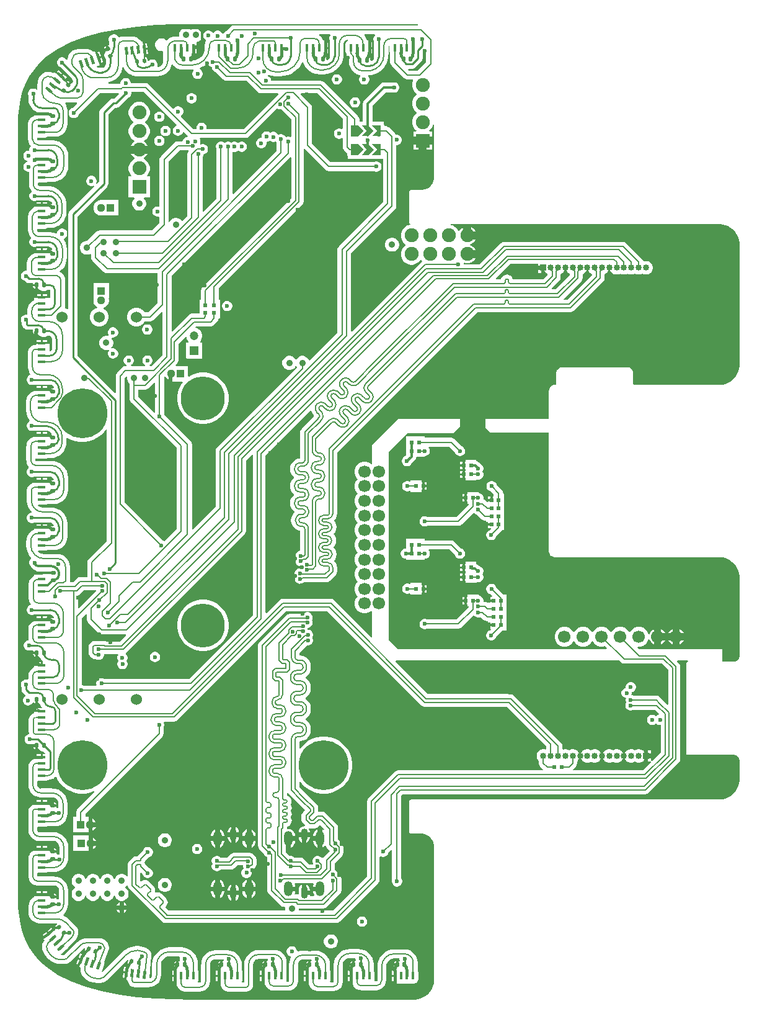
<source format=gbl>
G04*
G04 #@! TF.GenerationSoftware,Altium Limited,Altium Designer,24.8.2 (39)*
G04*
G04 Layer_Physical_Order=6*
G04 Layer_Color=16711680*
%FSLAX43Y43*%
%MOMM*%
G71*
G04*
G04 #@! TF.SameCoordinates,7EB9D47B-AFC8-475C-A275-96F075C7C5C9*
G04*
G04*
G04 #@! TF.FilePolarity,Positive*
G04*
G01*
G75*
%ADD11C,0.200*%
%ADD13C,0.250*%
%ADD15C,0.300*%
%ADD94C,0.184*%
%ADD95C,0.184*%
G04:AMPARAMS|DCode=98|XSize=0.5mm|YSize=0.6mm|CornerRadius=0.125mm|HoleSize=0mm|Usage=FLASHONLY|Rotation=180.000|XOffset=0mm|YOffset=0mm|HoleType=Round|Shape=RoundedRectangle|*
%AMROUNDEDRECTD98*
21,1,0.500,0.350,0,0,180.0*
21,1,0.250,0.600,0,0,180.0*
1,1,0.250,-0.125,0.175*
1,1,0.250,0.125,0.175*
1,1,0.250,0.125,-0.175*
1,1,0.250,-0.125,-0.175*
%
%ADD98ROUNDEDRECTD98*%
G04:AMPARAMS|DCode=100|XSize=0.5mm|YSize=0.6mm|CornerRadius=0.125mm|HoleSize=0mm|Usage=FLASHONLY|Rotation=90.000|XOffset=0mm|YOffset=0mm|HoleType=Round|Shape=RoundedRectangle|*
%AMROUNDEDRECTD100*
21,1,0.500,0.350,0,0,90.0*
21,1,0.250,0.600,0,0,90.0*
1,1,0.250,0.175,0.125*
1,1,0.250,0.175,-0.125*
1,1,0.250,-0.175,-0.125*
1,1,0.250,-0.175,0.125*
%
%ADD100ROUNDEDRECTD100*%
%ADD107R,1.000X1.500*%
%ADD108R,0.250X1.500*%
%ADD109R,0.450X1.500*%
%ADD116R,0.500X0.600*%
%ADD117R,0.600X0.500*%
%ADD142O,0.900X1.700*%
%ADD143O,1.200X2.000*%
%ADD144C,6.800*%
%ADD145C,1.900*%
%ADD146R,1.900X1.900*%
%ADD147C,1.700*%
%ADD148C,0.850*%
%ADD149R,0.850X0.850*%
%ADD150C,1.200*%
%ADD151R,1.200X1.200*%
%ADD152C,0.900*%
%ADD153C,1.120*%
%ADD154R,1.120X1.120*%
%ADD155C,1.524*%
%ADD156R,1.120X1.120*%
%ADD157C,6.000*%
%ADD158C,0.600*%
%ADD160C,0.381*%
%ADD161C,0.200*%
G04:AMPARAMS|DCode=162|XSize=0.5mm|YSize=0.6mm|CornerRadius=0.125mm|HoleSize=0mm|Usage=FLASHONLY|Rotation=230.000|XOffset=0mm|YOffset=0mm|HoleType=Round|Shape=RoundedRectangle|*
%AMROUNDEDRECTD162*
21,1,0.500,0.350,0,0,230.0*
21,1,0.250,0.600,0,0,230.0*
1,1,0.250,-0.214,0.017*
1,1,0.250,-0.054,0.208*
1,1,0.250,0.214,-0.017*
1,1,0.250,0.054,-0.208*
%
%ADD162ROUNDEDRECTD162*%
G04:AMPARAMS|DCode=163|XSize=0.5mm|YSize=0.6mm|CornerRadius=0.125mm|HoleSize=0mm|Usage=FLASHONLY|Rotation=290.000|XOffset=0mm|YOffset=0mm|HoleType=Round|Shape=RoundedRectangle|*
%AMROUNDEDRECTD163*
21,1,0.500,0.350,0,0,290.0*
21,1,0.250,0.600,0,0,290.0*
1,1,0.250,-0.122,-0.177*
1,1,0.250,-0.207,0.058*
1,1,0.250,0.122,0.177*
1,1,0.250,0.207,-0.058*
%
%ADD163ROUNDEDRECTD163*%
G04:AMPARAMS|DCode=164|XSize=0.5mm|YSize=0.6mm|CornerRadius=0.125mm|HoleSize=0mm|Usage=FLASHONLY|Rotation=187.000|XOffset=0mm|YOffset=0mm|HoleType=Round|Shape=RoundedRectangle|*
%AMROUNDEDRECTD164*
21,1,0.500,0.350,0,0,187.0*
21,1,0.250,0.600,0,0,187.0*
1,1,0.250,-0.145,0.158*
1,1,0.250,0.103,0.189*
1,1,0.250,0.145,-0.158*
1,1,0.250,-0.103,-0.189*
%
%ADD164ROUNDEDRECTD164*%
G04:AMPARAMS|DCode=165|XSize=0.5mm|YSize=0.6mm|CornerRadius=0.125mm|HoleSize=0mm|Usage=FLASHONLY|Rotation=353.000|XOffset=0mm|YOffset=0mm|HoleType=Round|Shape=RoundedRectangle|*
%AMROUNDEDRECTD165*
21,1,0.500,0.350,0,0,353.0*
21,1,0.250,0.600,0,0,353.0*
1,1,0.250,0.103,-0.189*
1,1,0.250,-0.145,-0.158*
1,1,0.250,-0.103,0.189*
1,1,0.250,0.145,0.158*
%
%ADD165ROUNDEDRECTD165*%
G04:AMPARAMS|DCode=166|XSize=0.5mm|YSize=0.6mm|CornerRadius=0.125mm|HoleSize=0mm|Usage=FLASHONLY|Rotation=340.000|XOffset=0mm|YOffset=0mm|HoleType=Round|Shape=RoundedRectangle|*
%AMROUNDEDRECTD166*
21,1,0.500,0.350,0,0,340.0*
21,1,0.250,0.600,0,0,340.0*
1,1,0.250,0.058,-0.207*
1,1,0.250,-0.177,-0.122*
1,1,0.250,-0.058,0.207*
1,1,0.250,0.177,0.122*
%
%ADD166ROUNDEDRECTD166*%
G04:AMPARAMS|DCode=167|XSize=0.5mm|YSize=0.6mm|CornerRadius=0.125mm|HoleSize=0mm|Usage=FLASHONLY|Rotation=310.000|XOffset=0mm|YOffset=0mm|HoleType=Round|Shape=RoundedRectangle|*
%AMROUNDEDRECTD167*
21,1,0.500,0.350,0,0,310.0*
21,1,0.250,0.600,0,0,310.0*
1,1,0.250,-0.054,-0.208*
1,1,0.250,-0.214,-0.017*
1,1,0.250,0.054,0.208*
1,1,0.250,0.214,0.017*
%
%ADD167ROUNDEDRECTD167*%
G04:AMPARAMS|DCode=168|XSize=1.09mm|YSize=0.4mm|CornerRadius=0mm|HoleSize=0mm|Usage=FLASHONLY|Rotation=320.000|XOffset=0mm|YOffset=0mm|HoleType=Round|Shape=Rectangle|*
%AMROTATEDRECTD168*
4,1,4,-0.546,0.197,-0.289,0.504,0.546,-0.197,0.289,-0.504,-0.546,0.197,0.0*
%
%ADD168ROTATEDRECTD168*%

G04:AMPARAMS|DCode=169|XSize=1.09mm|YSize=0.4mm|CornerRadius=0.1mm|HoleSize=0mm|Usage=FLASHONLY|Rotation=320.000|XOffset=0mm|YOffset=0mm|HoleType=Round|Shape=RoundedRectangle|*
%AMROUNDEDRECTD169*
21,1,1.090,0.200,0,0,320.0*
21,1,0.890,0.400,0,0,320.0*
1,1,0.200,0.277,-0.363*
1,1,0.200,-0.405,0.209*
1,1,0.200,-0.277,0.363*
1,1,0.200,0.405,-0.209*
%
%ADD169ROUNDEDRECTD169*%
%ADD170R,0.400X1.090*%
G04:AMPARAMS|DCode=171|XSize=1.09mm|YSize=0.4mm|CornerRadius=0.1mm|HoleSize=0mm|Usage=FLASHONLY|Rotation=90.000|XOffset=0mm|YOffset=0mm|HoleType=Round|Shape=RoundedRectangle|*
%AMROUNDEDRECTD171*
21,1,1.090,0.200,0,0,90.0*
21,1,0.890,0.400,0,0,90.0*
1,1,0.200,0.100,0.445*
1,1,0.200,0.100,-0.445*
1,1,0.200,-0.100,-0.445*
1,1,0.200,-0.100,0.445*
%
%ADD171ROUNDEDRECTD171*%
%ADD172R,1.090X0.400*%
G04:AMPARAMS|DCode=173|XSize=1.09mm|YSize=0.4mm|CornerRadius=0.1mm|HoleSize=0mm|Usage=FLASHONLY|Rotation=0.000|XOffset=0mm|YOffset=0mm|HoleType=Round|Shape=RoundedRectangle|*
%AMROUNDEDRECTD173*
21,1,1.090,0.200,0,0,0.0*
21,1,0.890,0.400,0,0,0.0*
1,1,0.200,0.445,-0.100*
1,1,0.200,-0.445,-0.100*
1,1,0.200,-0.445,0.100*
1,1,0.200,0.445,0.100*
%
%ADD173ROUNDEDRECTD173*%
G04:AMPARAMS|DCode=174|XSize=1.09mm|YSize=0.4mm|CornerRadius=0mm|HoleSize=0mm|Usage=FLASHONLY|Rotation=290.000|XOffset=0mm|YOffset=0mm|HoleType=Round|Shape=Rectangle|*
%AMROTATEDRECTD174*
4,1,4,-0.374,0.444,0.002,0.581,0.374,-0.444,-0.002,-0.581,-0.374,0.444,0.0*
%
%ADD174ROTATEDRECTD174*%

G04:AMPARAMS|DCode=175|XSize=1.09mm|YSize=0.4mm|CornerRadius=0.1mm|HoleSize=0mm|Usage=FLASHONLY|Rotation=290.000|XOffset=0mm|YOffset=0mm|HoleType=Round|Shape=RoundedRectangle|*
%AMROUNDEDRECTD175*
21,1,1.090,0.200,0,0,290.0*
21,1,0.890,0.400,0,0,290.0*
1,1,0.200,0.058,-0.452*
1,1,0.200,-0.246,0.384*
1,1,0.200,-0.058,0.452*
1,1,0.200,0.246,-0.384*
%
%ADD175ROUNDEDRECTD175*%
G04:AMPARAMS|DCode=176|XSize=1.09mm|YSize=0.4mm|CornerRadius=0mm|HoleSize=0mm|Usage=FLASHONLY|Rotation=277.000|XOffset=0mm|YOffset=0mm|HoleType=Round|Shape=Rectangle|*
%AMROTATEDRECTD176*
4,1,4,-0.265,0.517,0.132,0.565,0.265,-0.517,-0.132,-0.565,-0.265,0.517,0.0*
%
%ADD176ROTATEDRECTD176*%

G04:AMPARAMS|DCode=177|XSize=1.09mm|YSize=0.4mm|CornerRadius=0.1mm|HoleSize=0mm|Usage=FLASHONLY|Rotation=277.000|XOffset=0mm|YOffset=0mm|HoleType=Round|Shape=RoundedRectangle|*
%AMROUNDEDRECTD177*
21,1,1.090,0.200,0,0,277.0*
21,1,0.890,0.400,0,0,277.0*
1,1,0.200,-0.045,-0.454*
1,1,0.200,-0.153,0.430*
1,1,0.200,0.045,0.454*
1,1,0.200,0.153,-0.430*
%
%ADD177ROUNDEDRECTD177*%
G04:AMPARAMS|DCode=178|XSize=1.09mm|YSize=0.4mm|CornerRadius=0mm|HoleSize=0mm|Usage=FLASHONLY|Rotation=83.000|XOffset=0mm|YOffset=0mm|HoleType=Round|Shape=Rectangle|*
%AMROTATEDRECTD178*
4,1,4,0.132,-0.565,-0.265,-0.517,-0.132,0.565,0.265,0.517,0.132,-0.565,0.0*
%
%ADD178ROTATEDRECTD178*%

G04:AMPARAMS|DCode=179|XSize=1.09mm|YSize=0.4mm|CornerRadius=0.1mm|HoleSize=0mm|Usage=FLASHONLY|Rotation=83.000|XOffset=0mm|YOffset=0mm|HoleType=Round|Shape=RoundedRectangle|*
%AMROUNDEDRECTD179*
21,1,1.090,0.200,0,0,83.0*
21,1,0.890,0.400,0,0,83.0*
1,1,0.200,0.153,0.430*
1,1,0.200,0.045,-0.454*
1,1,0.200,-0.153,-0.430*
1,1,0.200,-0.045,0.454*
%
%ADD179ROUNDEDRECTD179*%
G04:AMPARAMS|DCode=180|XSize=1.09mm|YSize=0.4mm|CornerRadius=0mm|HoleSize=0mm|Usage=FLASHONLY|Rotation=70.000|XOffset=0mm|YOffset=0mm|HoleType=Round|Shape=Rectangle|*
%AMROTATEDRECTD180*
4,1,4,0.002,-0.581,-0.374,-0.444,-0.002,0.581,0.374,0.444,0.002,-0.581,0.0*
%
%ADD180ROTATEDRECTD180*%

G04:AMPARAMS|DCode=181|XSize=1.09mm|YSize=0.4mm|CornerRadius=0.1mm|HoleSize=0mm|Usage=FLASHONLY|Rotation=70.000|XOffset=0mm|YOffset=0mm|HoleType=Round|Shape=RoundedRectangle|*
%AMROUNDEDRECTD181*
21,1,1.090,0.200,0,0,70.0*
21,1,0.890,0.400,0,0,70.0*
1,1,0.200,0.246,0.384*
1,1,0.200,-0.058,-0.452*
1,1,0.200,-0.246,-0.384*
1,1,0.200,0.058,0.452*
%
%ADD181ROUNDEDRECTD181*%
G04:AMPARAMS|DCode=182|XSize=1.09mm|YSize=0.4mm|CornerRadius=0mm|HoleSize=0mm|Usage=FLASHONLY|Rotation=40.000|XOffset=0mm|YOffset=0mm|HoleType=Round|Shape=Rectangle|*
%AMROTATEDRECTD182*
4,1,4,-0.289,-0.504,-0.546,-0.197,0.289,0.504,0.546,0.197,-0.289,-0.504,0.0*
%
%ADD182ROTATEDRECTD182*%

G04:AMPARAMS|DCode=183|XSize=1.09mm|YSize=0.4mm|CornerRadius=0.1mm|HoleSize=0mm|Usage=FLASHONLY|Rotation=40.000|XOffset=0mm|YOffset=0mm|HoleType=Round|Shape=RoundedRectangle|*
%AMROUNDEDRECTD183*
21,1,1.090,0.200,0,0,40.0*
21,1,0.890,0.400,0,0,40.0*
1,1,0.200,0.405,0.209*
1,1,0.200,-0.277,-0.363*
1,1,0.200,-0.405,-0.209*
1,1,0.200,0.277,0.363*
%
%ADD183ROUNDEDRECTD183*%
G36*
X54316Y133348D02*
X54497Y133348D01*
X54854Y133301D01*
X54898Y133289D01*
X54882Y133162D01*
X29750D01*
X29516Y133115D01*
X29317Y132983D01*
X28758Y132423D01*
X28680Y132402D01*
X28520Y132310D01*
X28390Y132180D01*
X28305Y132033D01*
X28237Y132024D01*
X28170Y132033D01*
X28085Y132180D01*
X27955Y132310D01*
X27795Y132402D01*
X27617Y132450D01*
X27433D01*
X27255Y132402D01*
X27095Y132310D01*
X26969Y132184D01*
X26951Y132168D01*
X26831D01*
X26810Y132205D01*
X26680Y132335D01*
X26520Y132427D01*
X26342Y132475D01*
X26158D01*
X25980Y132427D01*
X25820Y132335D01*
X25690Y132205D01*
X25598Y132045D01*
X25593Y132027D01*
X25461D01*
X25410Y132217D01*
X25285Y132433D01*
X25108Y132610D01*
X24892Y132735D01*
X24650Y132800D01*
X24400D01*
X24158Y132735D01*
X23942Y132610D01*
X23850Y132518D01*
X23758Y132610D01*
X23542Y132735D01*
X23300Y132800D01*
X23050D01*
X22808Y132735D01*
X22592Y132610D01*
X22415Y132433D01*
X22290Y132217D01*
X22225Y131975D01*
Y131725D01*
X22177Y131662D01*
X21775D01*
X21739Y131655D01*
X21447Y131626D01*
X21131Y131530D01*
X20840Y131374D01*
X20585Y131165D01*
X20572Y131149D01*
X20445Y131143D01*
X20362Y131225D01*
X20163Y131340D01*
X19940Y131400D01*
X19710D01*
X19487Y131340D01*
X19288Y131225D01*
X19125Y131062D01*
X19010Y130863D01*
X18950Y130640D01*
Y130410D01*
X19010Y130187D01*
X19125Y129988D01*
X19288Y129825D01*
X19487Y129710D01*
X19710Y129650D01*
X19940D01*
X19987Y129663D01*
X20088Y129585D01*
Y128325D01*
X20092Y128305D01*
X20065Y128100D01*
X19978Y127890D01*
X19840Y127710D01*
X19660Y127572D01*
X19450Y127485D01*
X19351Y127472D01*
X19314Y127503D01*
X19261Y127588D01*
X19300Y127733D01*
Y127917D01*
X19252Y128095D01*
X19160Y128255D01*
X19030Y128385D01*
X18870Y128477D01*
X18692Y128525D01*
X18508D01*
X18330Y128477D01*
X18170Y128385D01*
X18096Y128311D01*
X17962Y128357D01*
X17934Y128584D01*
X17894Y128707D01*
X17809Y128805D01*
X17694Y128863D01*
X17635Y128868D01*
X17558Y128889D01*
X17510Y128994D01*
X17485Y129196D01*
X17495Y129197D01*
X17405Y129937D01*
X17314Y130676D01*
X17304Y130675D01*
X17267Y130973D01*
X17083Y130950D01*
X17057Y130998D01*
X16873Y131223D01*
X16648Y131407D01*
X16392Y131544D01*
X16114Y131629D01*
X15871Y131653D01*
X15825Y131662D01*
X14600D01*
X14589Y131660D01*
X14267Y131617D01*
X14016Y131513D01*
X14002Y131520D01*
X13910Y131680D01*
X13780Y131810D01*
X13620Y131902D01*
X13442Y131950D01*
X13258D01*
X13080Y131902D01*
X12920Y131810D01*
X12790Y131680D01*
X12698Y131520D01*
X12650Y131342D01*
Y131158D01*
X12698Y130980D01*
X12713Y130954D01*
Y130507D01*
X12669Y130473D01*
X12541Y130453D01*
X12532Y130450D01*
X12688Y130021D01*
X12533Y129965D01*
X12589Y129810D01*
X12121Y129639D01*
X12167Y129564D01*
X12218Y129526D01*
X12090Y129352D01*
X12031Y129110D01*
X12069Y128865D01*
X12154Y128630D01*
X12238Y128493D01*
Y127955D01*
X12244Y127925D01*
X12200Y127705D01*
X12075Y127518D01*
X12049Y127501D01*
X12039Y127485D01*
X11927Y127410D01*
X11794Y127384D01*
X11776Y127387D01*
X11191D01*
X11173Y127384D01*
X11130Y127389D01*
X11028Y127529D01*
X11032Y127545D01*
X11460Y127701D01*
X11357Y127983D01*
X11367Y127986D01*
X11112Y128686D01*
X10857Y129387D01*
X10848Y129383D01*
X10745Y129665D01*
X10533Y129588D01*
X10368Y129723D01*
X10102Y129865D01*
X10067Y129876D01*
X10043Y129892D01*
X9809Y129939D01*
X8483D01*
Y129939D01*
X8102Y129889D01*
X7747Y129742D01*
X7442Y129508D01*
X7442Y129508D01*
X7223Y129222D01*
X7085Y128889D01*
X7038Y128532D01*
X7013Y128503D01*
X6860Y128515D01*
X6848Y128535D01*
X6718Y128665D01*
X6558Y128758D01*
X6380Y128805D01*
X6196D01*
X6018Y128758D01*
X5858Y128665D01*
X5728Y128535D01*
X5635Y128376D01*
X5588Y128198D01*
Y128013D01*
X5635Y127835D01*
X5728Y127676D01*
X5858Y127545D01*
X6018Y127453D01*
X6047Y127445D01*
X7605Y125887D01*
X7625Y125873D01*
X7725Y125724D01*
X7765Y125524D01*
X7725Y125325D01*
X7709Y125301D01*
X7689Y125270D01*
X7623Y125254D01*
X7556Y125257D01*
X7251Y124894D01*
X6999Y125106D01*
X7292Y125456D01*
X7284Y125462D01*
X7171Y125524D01*
X7042Y125538D01*
X6918Y125502D01*
X6795Y125486D01*
X6566Y125679D01*
X6572Y125687D01*
X6001Y126166D01*
X5431Y126645D01*
X5424Y126637D01*
X5194Y126830D01*
X5063Y126673D01*
X4746Y126769D01*
X4339Y126809D01*
X4325Y126812D01*
X4312Y126809D01*
X3995Y126767D01*
X3688Y126640D01*
X3520Y126511D01*
X3423Y126438D01*
X3423Y126438D01*
X3348Y126342D01*
X3209Y126173D01*
X3049Y125872D01*
X2950Y125546D01*
X2920Y125241D01*
X2913Y125208D01*
Y124431D01*
X2786Y124379D01*
X2755Y124410D01*
X2595Y124502D01*
X2417Y124550D01*
X2233D01*
X2055Y124502D01*
X1895Y124410D01*
X1765Y124280D01*
X1673Y124120D01*
X1625Y123942D01*
Y123758D01*
X1673Y123580D01*
X1688Y123554D01*
Y123035D01*
X1695Y122998D01*
X1725Y122690D01*
X1826Y122358D01*
X1990Y122052D01*
X2209Y121784D01*
X2477Y121565D01*
X2755Y121416D01*
Y121232D01*
X3500D01*
Y120972D01*
X2755D01*
Y120962D01*
X2455D01*
Y120824D01*
X2240Y120735D01*
X2235Y120734D01*
X2230Y120731D01*
X2195Y120717D01*
X2105Y120647D01*
X2036Y120602D01*
X2027Y120588D01*
X1955Y120532D01*
X1899Y120460D01*
X1885Y120451D01*
X1840Y120382D01*
X1770Y120292D01*
X1756Y120257D01*
X1753Y120252D01*
X1752Y120247D01*
X1655Y120012D01*
X1619Y119739D01*
X1613Y119712D01*
Y117650D01*
X1613D01*
X1661Y117285D01*
X1802Y116944D01*
X2008Y116676D01*
X1940Y116608D01*
X1848Y116448D01*
X1800Y116270D01*
Y116198D01*
X1769Y116083D01*
X1680Y116075D01*
X1583D01*
X1405Y116027D01*
X1245Y115935D01*
X1115Y115805D01*
X1023Y115645D01*
X975Y115467D01*
Y115283D01*
X1023Y115105D01*
X1115Y114945D01*
X1245Y114815D01*
X1405Y114723D01*
X1524Y114691D01*
Y114559D01*
X1405Y114527D01*
X1245Y114435D01*
X1115Y114305D01*
X1023Y114145D01*
X975Y113967D01*
Y113783D01*
X1023Y113605D01*
X1115Y113445D01*
X1245Y113315D01*
X1405Y113223D01*
X1583Y113175D01*
X1738D01*
Y111525D01*
X1747Y111479D01*
X1771Y111236D01*
X1856Y110958D01*
X1993Y110702D01*
X2092Y110581D01*
X2070Y110462D01*
X1940Y110332D01*
X1848Y110172D01*
X1800Y109994D01*
Y109810D01*
X1848Y109632D01*
X1940Y109472D01*
X2070Y109342D01*
X2230Y109250D01*
X2408Y109202D01*
X2592D01*
X2770Y109250D01*
X2796Y109265D01*
X4375D01*
X4402Y109270D01*
X4594Y109232D01*
X4780Y109107D01*
X4905Y108921D01*
X4919Y108850D01*
X4850Y108766D01*
X4723Y108741D01*
X4616Y108669D01*
X4544Y108562D01*
X4534Y108510D01*
X4245D01*
Y108520D01*
X2755D01*
Y108510D01*
X2455D01*
Y108319D01*
X2274Y108244D01*
X2001Y108034D01*
X1791Y107761D01*
X1659Y107442D01*
X1615Y107107D01*
X1613Y107100D01*
Y105275D01*
X1622Y105231D01*
X1647Y104976D01*
X1734Y104689D01*
X1876Y104424D01*
X1994Y104280D01*
X2066Y104191D01*
X1983Y104099D01*
X1940Y104056D01*
X1848Y103896D01*
X1800Y103718D01*
Y103534D01*
X1848Y103356D01*
X1940Y103196D01*
X2070Y103066D01*
X2230Y102974D01*
X2408Y102926D01*
X2592D01*
X2770Y102974D01*
X2796Y102989D01*
X4375D01*
X4402Y102994D01*
X4594Y102956D01*
X4780Y102831D01*
X4905Y102645D01*
X4919Y102574D01*
X4850Y102490D01*
X4723Y102465D01*
X4616Y102393D01*
X4544Y102286D01*
X4534Y102234D01*
X4245D01*
Y102244D01*
X2755D01*
Y102234D01*
X2455D01*
Y102048D01*
X2388Y102028D01*
X2131Y101890D01*
X1905Y101704D01*
X1719Y101478D01*
X1581Y101221D01*
X1496Y100941D01*
X1472Y100696D01*
X1463Y100650D01*
Y99691D01*
X1442Y99675D01*
X1258D01*
X1080Y99627D01*
X920Y99535D01*
X790Y99405D01*
X698Y99245D01*
X650Y99067D01*
Y98883D01*
X698Y98705D01*
X790Y98545D01*
X920Y98415D01*
X1080Y98323D01*
X1238Y98280D01*
X1344Y98174D01*
X1551Y98036D01*
X1795Y97988D01*
X2247D01*
X2319Y97900D01*
Y97890D01*
X2775D01*
Y97725D01*
X2940D01*
Y97227D01*
X3027Y97244D01*
X3079Y97279D01*
X3199Y97099D01*
X3406Y96961D01*
X3650Y96913D01*
X3900D01*
X4144Y96961D01*
X4333Y97088D01*
X4638D01*
Y96041D01*
X4545Y95958D01*
X4245D01*
Y95968D01*
X2755D01*
Y95958D01*
X2455D01*
Y95718D01*
X2238Y95602D01*
X2001Y95407D01*
X1806Y95170D01*
X1662Y94899D01*
X1573Y94605D01*
X1547Y94342D01*
X1538Y94300D01*
Y93806D01*
X1459Y93718D01*
X1420Y93700D01*
X1258D01*
X1080Y93652D01*
X920Y93560D01*
X790Y93430D01*
X698Y93270D01*
X650Y93092D01*
Y92908D01*
X698Y92730D01*
X773Y92600D01*
Y92421D01*
X821Y92178D01*
X959Y91971D01*
X1106Y91824D01*
X1313Y91686D01*
X1556Y91638D01*
X2319D01*
Y91300D01*
X2344Y91173D01*
X2416Y91066D01*
X2523Y90994D01*
X2610Y90977D01*
Y91475D01*
X2940D01*
Y90977D01*
X3027Y90994D01*
X3079Y91029D01*
X3199Y90849D01*
X3406Y90711D01*
X3650Y90663D01*
X3900D01*
X4144Y90711D01*
X4333Y90838D01*
X4375D01*
X4398Y90842D01*
X4565Y90809D01*
X4726Y90701D01*
X4834Y90540D01*
X4867Y90373D01*
X4863Y90350D01*
Y89000D01*
X4865Y88988D01*
X4847Y88898D01*
X4789Y88811D01*
X4702Y88753D01*
X4672Y88747D01*
X4545Y88831D01*
Y89682D01*
X4245D01*
Y89692D01*
X2755D01*
Y89682D01*
X2455D01*
Y89583D01*
X2382Y89574D01*
X2133Y89470D01*
X1919Y89306D01*
X1755Y89092D01*
X1651Y88843D01*
X1622Y88618D01*
X1613Y88575D01*
Y86549D01*
X1621Y86510D01*
X1649Y86230D01*
X1741Y85924D01*
X1892Y85642D01*
X1939Y85585D01*
X1900Y85464D01*
X1880Y85458D01*
X1720Y85366D01*
X1590Y85236D01*
X1498Y85076D01*
X1450Y84898D01*
Y84714D01*
X1498Y84536D01*
X1590Y84376D01*
X1720Y84246D01*
X1880Y84154D01*
X2058Y84106D01*
X2242D01*
X2420Y84154D01*
X2446Y84169D01*
X4650D01*
X4674Y84174D01*
X4850Y84139D01*
X5019Y84025D01*
X5133Y83856D01*
X5138Y83829D01*
X5146Y83789D01*
X5042Y83662D01*
X4850D01*
X4723Y83637D01*
X4616Y83565D01*
X4544Y83458D01*
X4534Y83406D01*
X4245D01*
Y83416D01*
X2755D01*
Y83406D01*
X2455D01*
Y83272D01*
X2432Y83269D01*
X2084Y83125D01*
X1785Y82896D01*
X1556Y82597D01*
X1412Y82249D01*
X1363Y81875D01*
X1363D01*
Y80662D01*
X1365Y80653D01*
X1407Y80224D01*
X1535Y79802D01*
X1743Y79413D01*
X1840Y79295D01*
X1804Y79139D01*
X1720Y79090D01*
X1590Y78960D01*
X1498Y78800D01*
X1450Y78622D01*
Y78438D01*
X1498Y78260D01*
X1590Y78100D01*
X1720Y77970D01*
X1880Y77878D01*
X2058Y77830D01*
X2242D01*
X2420Y77878D01*
X2446Y77893D01*
X3975D01*
X4005Y77899D01*
X4285Y77862D01*
X4574Y77742D01*
X4822Y77552D01*
X4858Y77504D01*
X4797Y77376D01*
X4723Y77361D01*
X4616Y77289D01*
X4544Y77182D01*
X4534Y77130D01*
X4245D01*
Y77140D01*
X2755D01*
Y77130D01*
X2455D01*
Y77014D01*
X2327Y76998D01*
X2022Y76871D01*
X1760Y76670D01*
X1559Y76408D01*
X1432Y76103D01*
X1391Y75789D01*
X1388Y75775D01*
Y73800D01*
X1391Y73786D01*
X1432Y73474D01*
X1558Y73170D01*
X1719Y72960D01*
X1720Y72833D01*
X1700Y72794D01*
X1590Y72684D01*
X1498Y72524D01*
X1450Y72346D01*
Y72162D01*
X1498Y71984D01*
X1590Y71824D01*
X1720Y71694D01*
X1880Y71602D01*
X2058Y71554D01*
X2242D01*
X2420Y71602D01*
X2446Y71617D01*
X4650D01*
X4674Y71622D01*
X4850Y71587D01*
X5019Y71473D01*
X5133Y71304D01*
X5138Y71277D01*
X5146Y71237D01*
X5042Y71110D01*
X4850D01*
X4723Y71085D01*
X4616Y71013D01*
X4544Y70906D01*
X4534Y70854D01*
X4245D01*
Y70864D01*
X2755D01*
Y70854D01*
X2455D01*
Y70753D01*
X2254Y70727D01*
X1997Y70621D01*
X1777Y70452D01*
X1608Y70232D01*
X1502Y69975D01*
X1471Y69740D01*
X1463Y69700D01*
Y68312D01*
X1466Y68297D01*
X1506Y67898D01*
X1626Y67500D01*
X1823Y67133D01*
X2087Y66812D01*
X2094Y66805D01*
X2064Y66699D01*
X2051Y66676D01*
X1880Y66630D01*
X1720Y66538D01*
X1590Y66408D01*
X1498Y66248D01*
X1450Y66070D01*
Y65886D01*
X1498Y65708D01*
X1590Y65548D01*
X1720Y65418D01*
X1880Y65326D01*
X2058Y65278D01*
X2242D01*
X2420Y65326D01*
X2446Y65341D01*
X4650D01*
X4674Y65346D01*
X4850Y65311D01*
X5019Y65197D01*
X5133Y65028D01*
X5138Y65001D01*
X5146Y64961D01*
X5042Y64834D01*
X4850D01*
X4723Y64809D01*
X4616Y64737D01*
X4544Y64630D01*
X4534Y64578D01*
X4245D01*
Y64588D01*
X2755D01*
Y64578D01*
X2455D01*
Y64377D01*
X2402Y64361D01*
X2119Y64210D01*
X1871Y64007D01*
X1668Y63759D01*
X1517Y63476D01*
X1424Y63169D01*
X1396Y62889D01*
X1388Y62850D01*
Y62225D01*
X1388Y62224D01*
X1435Y61754D01*
X1572Y61300D01*
X1796Y60882D01*
X2051Y60571D01*
X2067Y60460D01*
X2036Y60401D01*
X1940Y60305D01*
X1848Y60145D01*
X1800Y59967D01*
Y59783D01*
X1848Y59605D01*
X1924Y59473D01*
X1992Y59308D01*
X2173Y59073D01*
X2408Y58892D01*
X2681Y58779D01*
X2755Y58769D01*
Y58572D01*
X3500D01*
Y58312D01*
X2755D01*
Y58302D01*
X2455D01*
Y58081D01*
X2358Y58040D01*
X2091Y57836D01*
X1887Y57569D01*
X1758Y57258D01*
X1715Y56936D01*
X1713Y56925D01*
Y55025D01*
X1715Y55014D01*
X1758Y54692D01*
X1886Y54382D01*
X1995Y54241D01*
X1946Y54096D01*
X1880Y54078D01*
X1720Y53986D01*
X1590Y53856D01*
X1498Y53696D01*
X1450Y53518D01*
Y53334D01*
X1498Y53156D01*
X1590Y52996D01*
X1720Y52866D01*
X1880Y52774D01*
X2058Y52726D01*
X2242D01*
X2420Y52774D01*
X2446Y52789D01*
X4650D01*
X4674Y52794D01*
X4850Y52759D01*
X5019Y52645D01*
X5133Y52476D01*
X5138Y52449D01*
X5146Y52409D01*
X5042Y52282D01*
X4850D01*
X4723Y52257D01*
X4616Y52185D01*
X4544Y52078D01*
X4534Y52026D01*
X4245D01*
Y52036D01*
X2755D01*
Y52026D01*
X2455D01*
Y51899D01*
X2208Y51796D01*
X1994Y51632D01*
X1830Y51418D01*
X1726Y51169D01*
X1697Y50944D01*
X1688Y50901D01*
Y49525D01*
X1693Y49501D01*
X1714Y49339D01*
X1658Y49275D01*
X1480Y49227D01*
X1320Y49135D01*
X1190Y49005D01*
X1098Y48845D01*
X1050Y48667D01*
Y48483D01*
X1098Y48305D01*
X1190Y48145D01*
X1320Y48015D01*
X1480Y47923D01*
X1658Y47875D01*
X1842D01*
X2020Y47923D01*
X2046Y47938D01*
X2247D01*
X2332Y47811D01*
X2319Y47745D01*
Y47735D01*
X2775D01*
Y47570D01*
X2940D01*
Y47072D01*
X3027Y47089D01*
X3079Y47124D01*
X3199Y46944D01*
X3321Y46863D01*
X3404Y46707D01*
X3597Y46472D01*
X3674Y46410D01*
X3631Y46290D01*
X3630D01*
Y45890D01*
X3500D01*
Y45760D01*
X2755D01*
Y45750D01*
X2455D01*
Y45575D01*
X2270Y45498D01*
X2019Y45306D01*
X1827Y45055D01*
X1706Y44763D01*
X1667Y44471D01*
X1663Y44450D01*
Y43992D01*
X1536Y43900D01*
X1442Y43925D01*
X1258D01*
X1080Y43877D01*
X920Y43785D01*
X790Y43655D01*
X698Y43495D01*
X650Y43317D01*
Y43133D01*
X698Y42955D01*
X732Y42895D01*
Y42550D01*
X781Y42306D01*
X919Y42099D01*
X1241Y41778D01*
X1224Y41652D01*
X1195Y41635D01*
X1065Y41505D01*
X973Y41345D01*
X925Y41167D01*
Y40983D01*
X973Y40805D01*
X1065Y40645D01*
X1195Y40515D01*
X1355Y40423D01*
X1533Y40375D01*
X1717D01*
X1895Y40423D01*
X2055Y40515D01*
X2185Y40645D01*
X2266Y40786D01*
X2339Y40804D01*
X2408Y40802D01*
X2416Y40791D01*
X2523Y40719D01*
X2610Y40702D01*
Y41200D01*
X2940D01*
Y40702D01*
X3027Y40719D01*
X3079Y40754D01*
X3199Y40574D01*
X3308Y40502D01*
X3414Y40303D01*
X3547Y40141D01*
X3487Y40014D01*
X2755D01*
Y39744D01*
X3500D01*
Y39484D01*
X2755D01*
Y39474D01*
X2455D01*
Y39345D01*
X2220Y39248D01*
X2011Y39087D01*
X1851Y38879D01*
X1751Y38636D01*
X1723Y38422D01*
X1713Y38375D01*
Y36825D01*
X1722Y36779D01*
X1746Y36597D01*
X1750Y36563D01*
X1661Y36449D01*
X1580Y36427D01*
X1420Y36335D01*
X1290Y36205D01*
X1198Y36045D01*
X1150Y35867D01*
Y35683D01*
X1198Y35505D01*
X1290Y35345D01*
X1420Y35215D01*
X1580Y35123D01*
X1758Y35075D01*
X1942D01*
X2120Y35123D01*
X2146Y35138D01*
X2288D01*
X2319Y35100D01*
Y35090D01*
X2759D01*
X2775Y35074D01*
Y34925D01*
X2924D01*
X2940Y34909D01*
Y34427D01*
X3027Y34444D01*
X3079Y34479D01*
X3199Y34299D01*
X3406Y34161D01*
X3650Y34113D01*
X3686D01*
X3934Y33865D01*
X3881Y33738D01*
X3630D01*
Y33338D01*
X3500D01*
Y33208D01*
X2755D01*
Y33198D01*
X2455D01*
Y33062D01*
X2220Y32965D01*
X2001Y32797D01*
X1833Y32578D01*
X1727Y32322D01*
X1696Y32088D01*
X1688Y32048D01*
Y29500D01*
X1696Y29462D01*
X1724Y29177D01*
X1818Y28866D01*
X1971Y28579D01*
X2178Y28328D01*
X2429Y28121D01*
X2716Y27968D01*
X3027Y27874D01*
X3312Y27846D01*
X3350Y27838D01*
X4925D01*
X4945Y27842D01*
X5150Y27815D01*
X5360Y27728D01*
X5540Y27590D01*
X5678Y27410D01*
X5765Y27200D01*
X5792Y26995D01*
X5788Y26975D01*
Y26411D01*
X5729D01*
X5595Y26375D01*
X5530Y26445D01*
X5507Y26477D01*
X5523Y26557D01*
X5025D01*
Y26722D01*
X4860D01*
Y27178D01*
X4850D01*
X4723Y27153D01*
X4616Y27081D01*
X4544Y26974D01*
X4534Y26922D01*
X4245D01*
Y26932D01*
X2755D01*
Y26922D01*
X2455D01*
Y26820D01*
X2301Y26800D01*
X2095Y26715D01*
X1918Y26579D01*
X1782Y26402D01*
X1697Y26196D01*
X1676Y26041D01*
X1663Y25975D01*
Y23425D01*
X1672Y23381D01*
X1697Y23126D01*
X1784Y22839D01*
X1926Y22574D01*
X2116Y22341D01*
X2349Y22151D01*
X2614Y22009D01*
X2901Y21922D01*
X3156Y21897D01*
X3200Y21888D01*
X5075D01*
X5093Y21892D01*
X5287Y21866D01*
X5485Y21785D01*
X5654Y21654D01*
X5785Y21485D01*
X5866Y21287D01*
X5892Y21093D01*
X5888Y21075D01*
Y20079D01*
X5829D01*
X5651Y20032D01*
X5643Y20027D01*
X5471Y20142D01*
X5506Y20194D01*
X5523Y20281D01*
X5025D01*
Y20446D01*
X4860D01*
Y20902D01*
X4850D01*
X4723Y20877D01*
X4616Y20805D01*
X4544Y20698D01*
X4534Y20646D01*
X4245D01*
Y20656D01*
X2755D01*
Y20646D01*
X2455D01*
Y20529D01*
X2399Y20522D01*
X2169Y20426D01*
X1971Y20275D01*
X1820Y20077D01*
X1724Y19847D01*
X1699Y19653D01*
X1688Y19600D01*
Y17000D01*
X1693Y16976D01*
X1730Y16693D01*
X1849Y16407D01*
X2037Y16162D01*
X2282Y15974D01*
X2568Y15855D01*
X2851Y15818D01*
X2875Y15813D01*
X5250D01*
X5278Y15819D01*
X5489Y15777D01*
X5691Y15641D01*
X5827Y15439D01*
X5869Y15228D01*
X5863Y15200D01*
Y13959D01*
X5729D01*
X5595Y13923D01*
X5530Y13993D01*
X5507Y14025D01*
X5523Y14105D01*
X5025D01*
Y14270D01*
X4860D01*
Y14726D01*
X4850D01*
X4723Y14701D01*
X4616Y14629D01*
X4544Y14522D01*
X4534Y14470D01*
X4245D01*
Y14480D01*
X2755D01*
Y14470D01*
X2455D01*
Y14250D01*
X2357Y14210D01*
X2103Y14015D01*
X2092Y14008D01*
X2092Y14008D01*
X1873Y13722D01*
X1735Y13389D01*
X1688Y13032D01*
X1688D01*
Y12189D01*
X1697Y12146D01*
X1722Y11887D01*
X1810Y11597D01*
X1953Y11330D01*
X2118Y11129D01*
X2142Y11092D01*
X2142Y11092D01*
X2446Y10859D01*
X2799Y10712D01*
X3179Y10662D01*
Y10663D01*
X5547D01*
X5579Y10615D01*
X5597Y10540D01*
X5405Y10378D01*
X5324Y10277D01*
X5288Y10153D01*
X5302Y10025D01*
X5343Y9949D01*
X5356Y9830D01*
X5126Y9637D01*
X5119Y9645D01*
X4549Y9166D01*
X3978Y8687D01*
X3984Y8679D01*
X3755Y8486D01*
X3874Y8344D01*
X3707Y8127D01*
X3582Y7825D01*
X3541Y7515D01*
X3538Y7500D01*
X3542Y7479D01*
X3579Y7110D01*
X3692Y6735D01*
X3877Y6390D01*
X4112Y6104D01*
X4124Y6086D01*
X4124Y6086D01*
X4124Y6086D01*
X4492Y5717D01*
X4508Y5707D01*
X4806Y5462D01*
X5162Y5272D01*
X5549Y5155D01*
X5933Y5117D01*
X5951Y5113D01*
X6600D01*
X6636Y5120D01*
X6883Y5153D01*
X7146Y5262D01*
X7344Y5414D01*
X7374Y5434D01*
X9018Y7078D01*
X9108Y7167D01*
X9108Y7167D01*
X9108Y7168D01*
X9108Y7168D01*
X9109Y7168D01*
X9202Y7248D01*
X9278Y7306D01*
X9328Y7327D01*
X9428Y7231D01*
X9393Y7135D01*
X9373Y7008D01*
X9404Y6882D01*
X9481Y6778D01*
X9577Y6719D01*
X9522Y6604D01*
X9355Y6665D01*
X9252Y6383D01*
X9243Y6387D01*
X8988Y5686D01*
X8733Y4986D01*
X8743Y4983D01*
X8640Y4701D01*
X8813Y4638D01*
Y4175D01*
X8820Y4139D01*
X8853Y3892D01*
X8962Y3629D01*
X9114Y3431D01*
X9134Y3401D01*
Y3401D01*
X9134Y3401D01*
X9292Y3242D01*
X9292Y3242D01*
X9670Y2933D01*
X10100Y2703D01*
X10567Y2561D01*
X11053Y2513D01*
Y2513D01*
X11475D01*
X11488Y2516D01*
X11805Y2558D01*
X12112Y2685D01*
X12366Y2880D01*
X12377Y2887D01*
X12377Y2887D01*
X12377Y2887D01*
X12377Y2887D01*
X12463Y2973D01*
X15168Y5678D01*
X15289Y5619D01*
X15253Y5327D01*
X15263Y5198D01*
X15312Y5100D01*
X15299Y4975D01*
X15299D01*
X15299Y4975D01*
X15262Y4677D01*
X15252Y4678D01*
X15162Y3939D01*
X15071Y3199D01*
X15081Y3198D01*
X15044Y2900D01*
X15255Y2875D01*
Y2834D01*
X15267Y2769D01*
X15288Y2610D01*
X15375Y2401D01*
X15513Y2221D01*
X15692Y2084D01*
X15901Y1997D01*
X16060Y1976D01*
X16125Y1963D01*
X18175D01*
X18215Y1971D01*
X18489Y1998D01*
X18790Y2090D01*
X19068Y2238D01*
X19312Y2438D01*
X19512Y2682D01*
X19660Y2960D01*
X19752Y3261D01*
X19779Y3535D01*
X19787Y3575D01*
Y5025D01*
X19781Y5052D01*
X19817Y5322D01*
X19932Y5599D01*
X20114Y5836D01*
X20351Y6018D01*
X20628Y6133D01*
X20898Y6169D01*
X20925Y6163D01*
X22301D01*
X22379Y6036D01*
X22346Y5913D01*
Y5729D01*
X22382Y5595D01*
X22312Y5530D01*
X22280Y5507D01*
X22200Y5523D01*
Y5025D01*
X22035D01*
Y4860D01*
X21579D01*
Y4850D01*
X21604Y4723D01*
X21676Y4616D01*
X21783Y4544D01*
X21835Y4534D01*
Y4245D01*
X21825D01*
Y3500D01*
Y2755D01*
X21835D01*
Y2455D01*
X21925D01*
X21930Y2433D01*
X21964Y2174D01*
X22076Y1903D01*
X22255Y1670D01*
X22488Y1491D01*
X22759Y1379D01*
X23018Y1345D01*
X23050Y1338D01*
X25050D01*
Y1338D01*
X25422Y1387D01*
X25769Y1530D01*
X26066Y1759D01*
X26295Y2056D01*
X26438Y2403D01*
X26487Y2775D01*
X26487D01*
Y5075D01*
X26484Y5090D01*
X26505Y5254D01*
X26575Y5422D01*
X26685Y5565D01*
X26828Y5675D01*
X26996Y5745D01*
X27160Y5766D01*
X27175Y5763D01*
X28346D01*
Y5729D01*
X28382Y5595D01*
X28312Y5530D01*
X28280Y5507D01*
X28200Y5523D01*
Y5025D01*
X28035D01*
Y4860D01*
X27579D01*
Y4850D01*
X27604Y4723D01*
X27676Y4616D01*
X27783Y4544D01*
X27835Y4534D01*
Y4245D01*
X27825D01*
Y3500D01*
Y2755D01*
X27835D01*
Y2455D01*
X27923D01*
Y2415D01*
X27931Y2377D01*
X27962Y2137D01*
X28070Y1878D01*
X28240Y1655D01*
X28463Y1485D01*
X28722Y1377D01*
X28962Y1346D01*
X29000Y1338D01*
X31425D01*
X31481Y1349D01*
X31666Y1374D01*
X31891Y1467D01*
X32085Y1615D01*
X32233Y1809D01*
X32326Y2034D01*
X32351Y2219D01*
X32362Y2275D01*
Y5075D01*
X32359Y5091D01*
X32381Y5261D01*
X32453Y5434D01*
X32567Y5583D01*
X32716Y5697D01*
X32889Y5769D01*
X33059Y5791D01*
X33075Y5788D01*
X34346D01*
Y5729D01*
X34382Y5595D01*
X34312Y5530D01*
X34280Y5507D01*
X34200Y5523D01*
Y5025D01*
X34035D01*
Y4860D01*
X33579D01*
Y4850D01*
X33604Y4723D01*
X33676Y4616D01*
X33783Y4544D01*
X33835Y4534D01*
Y4245D01*
X33825D01*
Y3500D01*
Y2755D01*
X33835D01*
Y2455D01*
X33956D01*
X33966Y2379D01*
X34086Y2090D01*
X34276Y1841D01*
X34525Y1651D01*
X34814Y1531D01*
X35103Y1493D01*
X35125Y1488D01*
X37175D01*
X37183Y1490D01*
X37514Y1533D01*
X37831Y1664D01*
X38102Y1873D01*
X38311Y2144D01*
X38442Y2461D01*
X38485Y2792D01*
X38487Y2800D01*
Y5050D01*
X38484Y5064D01*
X38505Y5223D01*
X38571Y5384D01*
X38678Y5522D01*
X38816Y5629D01*
X38977Y5695D01*
X39136Y5716D01*
X39150Y5713D01*
X40309D01*
X40349Y5590D01*
X40334Y5570D01*
X40257Y5512D01*
X40200Y5523D01*
Y5025D01*
X40035D01*
Y4860D01*
X39579D01*
Y4850D01*
X39604Y4723D01*
X39676Y4616D01*
X39783Y4544D01*
X39835Y4534D01*
Y4245D01*
X39825D01*
Y3500D01*
Y2755D01*
X39835D01*
Y2455D01*
X39952D01*
X39967Y2341D01*
X40092Y2040D01*
X40291Y1781D01*
X40550Y1582D01*
X40851Y1457D01*
X41159Y1416D01*
X41175Y1413D01*
X43325D01*
X43339Y1416D01*
X43651Y1457D01*
X43955Y1583D01*
X44217Y1783D01*
X44417Y2045D01*
X44543Y2349D01*
X44584Y2661D01*
X44587Y2675D01*
Y4975D01*
X44582Y4997D01*
X44612Y5226D01*
X44709Y5460D01*
X44864Y5661D01*
X45065Y5816D01*
X45299Y5913D01*
X45528Y5943D01*
X45550Y5938D01*
X46336D01*
Y5804D01*
X46384Y5626D01*
X46392Y5613D01*
Y5589D01*
X46314Y5528D01*
X46282Y5507D01*
X46200Y5523D01*
Y5025D01*
X46035D01*
Y4860D01*
X45579D01*
Y4850D01*
X45604Y4723D01*
X45676Y4616D01*
X45783Y4544D01*
X45835Y4534D01*
Y4245D01*
X45825D01*
Y3500D01*
Y2755D01*
X45835D01*
Y2455D01*
X45956D01*
X45964Y2392D01*
X46079Y2115D01*
X46262Y1877D01*
X46500Y1694D01*
X46777Y1579D01*
X47046Y1544D01*
X47075Y1538D01*
X49175D01*
X49177Y1539D01*
X49527Y1585D01*
X49856Y1721D01*
X50138Y1937D01*
X50354Y2219D01*
X50490Y2548D01*
X50536Y2898D01*
X50537Y2900D01*
Y4800D01*
X50532Y4826D01*
X50566Y5084D01*
X50675Y5348D01*
X50850Y5575D01*
X51077Y5750D01*
X51341Y5859D01*
X51599Y5893D01*
X51625Y5888D01*
X52350D01*
Y5733D01*
X52388Y5591D01*
X52290Y5504D01*
X52287Y5506D01*
X52200Y5523D01*
Y5025D01*
X52035D01*
Y4860D01*
X51579D01*
Y4850D01*
X51604Y4723D01*
X51676Y4616D01*
X51783Y4544D01*
X51835Y4534D01*
Y4245D01*
X51825D01*
Y3500D01*
Y2755D01*
X51835D01*
Y2455D01*
X52675D01*
Y2455D01*
X54056D01*
X54115Y2443D01*
X54315D01*
X54549Y2490D01*
X54748Y2622D01*
X54880Y2821D01*
X54927Y3055D01*
Y3945D01*
X54880Y4179D01*
X54827Y4259D01*
Y5335D01*
X54820Y5367D01*
X54789Y5681D01*
X54689Y6014D01*
X54525Y6320D01*
X54304Y6589D01*
X54035Y6810D01*
X53729Y6974D01*
X53396Y7074D01*
X53082Y7105D01*
X53050Y7112D01*
X51625D01*
X51619Y7111D01*
X51174Y7067D01*
X50741Y6935D01*
X50341Y6722D01*
X49991Y6434D01*
X49703Y6084D01*
X49490Y5684D01*
X49358Y5251D01*
X49314Y4806D01*
X49313Y4800D01*
Y2900D01*
X49317Y2883D01*
X49280Y2795D01*
X49192Y2758D01*
X49175Y2762D01*
X48982D01*
X48894Y2889D01*
X48927Y3055D01*
Y3945D01*
X48880Y4179D01*
X48812Y4282D01*
Y5100D01*
X48808Y5118D01*
X48770Y5502D01*
X48653Y5888D01*
X48463Y6244D01*
X48207Y6557D01*
X47894Y6813D01*
X47538Y7003D01*
X47152Y7120D01*
X46768Y7158D01*
X46750Y7162D01*
X45550D01*
X45538Y7159D01*
X45124Y7119D01*
X44714Y6994D01*
X44336Y6792D01*
X44005Y6520D01*
X43733Y6189D01*
X43531Y5811D01*
X43406Y5401D01*
X43366Y4987D01*
X43363Y4975D01*
Y2754D01*
X43334Y2666D01*
X43246Y2637D01*
X42892D01*
X42832Y2749D01*
X42880Y2821D01*
X42927Y3055D01*
Y3945D01*
X42880Y4179D01*
X42862Y4207D01*
Y4975D01*
X42857Y4998D01*
X42822Y5357D01*
X42710Y5725D01*
X42529Y6064D01*
X42286Y6361D01*
X41989Y6604D01*
X41650Y6785D01*
X41282Y6897D01*
X40923Y6932D01*
X40900Y6937D01*
X39150D01*
X39123Y6931D01*
X38782Y6898D01*
X38477Y6805D01*
X38350Y6878D01*
Y6917D01*
X38302Y7095D01*
X38210Y7255D01*
X38080Y7385D01*
X37920Y7477D01*
X37742Y7525D01*
X37558D01*
X37380Y7477D01*
X37220Y7385D01*
X37090Y7255D01*
X36998Y7095D01*
X36950Y6917D01*
Y6733D01*
X36998Y6555D01*
X37090Y6395D01*
X37220Y6265D01*
X37380Y6173D01*
X37467Y6149D01*
X37534Y6003D01*
X37409Y5771D01*
X37302Y5418D01*
X37269Y5077D01*
X37263Y5050D01*
Y2800D01*
X37264Y2798D01*
X37177Y2711D01*
X37175Y2712D01*
X36939D01*
X36918Y2750D01*
X36884Y2839D01*
X36927Y3055D01*
Y3560D01*
X36937Y3610D01*
Y5350D01*
X36929Y5388D01*
X36901Y5673D01*
X36807Y5984D01*
X36654Y6271D01*
X36447Y6522D01*
X36196Y6729D01*
X35909Y6882D01*
X35598Y6976D01*
X35313Y7004D01*
X35275Y7012D01*
X33075D01*
X33051Y7007D01*
X32698Y6972D01*
X32335Y6862D01*
X32000Y6683D01*
X31707Y6443D01*
X31467Y6150D01*
X31288Y5815D01*
X31178Y5452D01*
X31143Y5099D01*
X31138Y5075D01*
Y2562D01*
X30860D01*
X30792Y2689D01*
X30880Y2821D01*
X30927Y3055D01*
Y3945D01*
X30880Y4179D01*
X30837Y4244D01*
Y5000D01*
X30832Y5022D01*
X30796Y5387D01*
X30683Y5759D01*
X30500Y6103D01*
X30253Y6403D01*
X29953Y6650D01*
X29609Y6833D01*
X29237Y6946D01*
X28872Y6982D01*
X28850Y6987D01*
X27175D01*
X27149Y6982D01*
X26803Y6948D01*
X26444Y6839D01*
X26114Y6662D01*
X25825Y6425D01*
X25588Y6136D01*
X25411Y5806D01*
X25302Y5447D01*
X25268Y5101D01*
X25263Y5075D01*
Y2775D01*
X25265Y2767D01*
X25250Y2692D01*
X25203Y2622D01*
X25133Y2575D01*
X25058Y2560D01*
X25050Y2562D01*
X24860D01*
X24792Y2689D01*
X24880Y2821D01*
X24927Y3055D01*
Y3945D01*
X24880Y4179D01*
X24827Y4259D01*
Y5110D01*
X24825Y5118D01*
X24782Y5554D01*
X24653Y5981D01*
X24442Y6374D01*
X24159Y6719D01*
X23814Y7002D01*
X23421Y7213D01*
X22994Y7342D01*
X22558Y7385D01*
X22550Y7387D01*
X20925D01*
X20921Y7386D01*
X20464Y7341D01*
X20021Y7207D01*
X19613Y6988D01*
X19255Y6695D01*
X18962Y6337D01*
X18743Y5929D01*
X18609Y5486D01*
X18564Y5029D01*
X18563Y5025D01*
Y3575D01*
X18567Y3558D01*
X18540Y3424D01*
X18454Y3296D01*
X18326Y3210D01*
X18300Y3205D01*
X18207Y3291D01*
X18294Y4003D01*
X18277Y4241D01*
X18240Y4314D01*
X18485Y6153D01*
X18481Y6214D01*
X18492Y6294D01*
X18456Y6564D01*
X18351Y6817D01*
X18185Y7034D01*
X17968Y7200D01*
X17716Y7305D01*
X17714Y7305D01*
X17700Y7312D01*
X16694Y7564D01*
X16619Y7568D01*
X16545Y7582D01*
X16518D01*
X16517Y7582D01*
X16515Y7582D01*
X16477Y7575D01*
X16455Y7576D01*
X16439Y7570D01*
X16109Y7544D01*
X15656Y7435D01*
X15226Y7257D01*
X14829Y7013D01*
X14490Y6724D01*
X14472Y6712D01*
X11794Y4034D01*
X11693Y4113D01*
X11751Y4207D01*
X12055Y5044D01*
X12091Y5280D01*
X12054Y5433D01*
X12634Y7028D01*
X12634Y7028D01*
X12634Y7029D01*
X12635Y7029D01*
X12642Y7075D01*
X12651Y7097D01*
X12674Y7270D01*
X12683Y7317D01*
X12676Y7349D01*
X12658Y7469D01*
X12638Y7626D01*
X12501Y7955D01*
X12285Y8237D01*
X12002Y8454D01*
X11674Y8590D01*
X11322Y8636D01*
X11321Y8637D01*
X9826D01*
X9700Y8637D01*
X9699Y8637D01*
Y8637D01*
X9681Y8633D01*
X9299Y8595D01*
X8912Y8478D01*
X8556Y8288D01*
X8339Y8110D01*
X8246Y8035D01*
X8244Y8034D01*
X8244Y8034D01*
X8243Y8033D01*
X8243Y8033D01*
X8242Y8033D01*
X8154Y7944D01*
X6547Y6337D01*
X6162D01*
X6129Y6464D01*
X6202Y6504D01*
X6883Y7076D01*
X7033Y7262D01*
X7066Y7376D01*
X8007Y8316D01*
X8028Y8349D01*
X8208Y8567D01*
X8358Y8850D01*
X8451Y9156D01*
X8479Y9436D01*
X8487Y9475D01*
X8487D01*
X8487Y9475D01*
X8487Y9475D01*
X8468Y9596D01*
X8447Y9758D01*
X8338Y10021D01*
X8188Y10217D01*
X8167Y10248D01*
X8166Y10249D01*
X8166Y10250D01*
X8165Y10250D01*
X7208Y11208D01*
X7208Y11208D01*
X7208Y11208D01*
X7203Y11211D01*
X6856Y11495D01*
X6455Y11710D01*
X6424Y11719D01*
X6396Y11860D01*
X6566Y11999D01*
X6785Y12267D01*
X6949Y12573D01*
X7050Y12905D01*
X7080Y13218D01*
X7087Y13250D01*
Y15200D01*
X7081Y15229D01*
X7049Y15558D01*
X6944Y15902D01*
X6775Y16219D01*
X6547Y16497D01*
X6269Y16725D01*
X5952Y16894D01*
X5608Y16999D01*
X5279Y17031D01*
X5250Y17037D01*
X2912D01*
Y17483D01*
X3010Y17563D01*
X3055Y17554D01*
X3945D01*
X4179Y17601D01*
X4259Y17654D01*
X5125D01*
X5147Y17659D01*
X5512Y17695D01*
X5885Y17807D01*
X6228Y17991D01*
X6528Y18238D01*
X6775Y18538D01*
X6959Y18881D01*
X7071Y19254D01*
X7107Y19619D01*
X7112Y19641D01*
Y21075D01*
X7108Y21094D01*
X7071Y21472D01*
X6955Y21854D01*
X6767Y22205D01*
X6514Y22514D01*
X6205Y22767D01*
X5854Y22955D01*
X5472Y23071D01*
X5094Y23108D01*
X5075Y23112D01*
X3200D01*
X3187Y23109D01*
X3078Y23131D01*
X2975Y23200D01*
X2906Y23303D01*
X2884Y23412D01*
X2887Y23425D01*
Y23764D01*
X2985Y23844D01*
X3055Y23830D01*
X3945D01*
X4179Y23877D01*
X4259Y23930D01*
X5342D01*
X5379Y23938D01*
X5667Y23966D01*
X5980Y24061D01*
X6268Y24215D01*
X6520Y24422D01*
X6727Y24674D01*
X6881Y24962D01*
X6976Y25275D01*
X7004Y25563D01*
X7012Y25600D01*
Y26975D01*
X7008Y26992D01*
X6970Y27382D01*
X6851Y27773D01*
X6659Y28133D01*
X6399Y28449D01*
X6083Y28709D01*
X5723Y28901D01*
X5332Y29020D01*
X4942Y29058D01*
X4925Y29062D01*
X3350D01*
X3331Y29058D01*
X3179Y29088D01*
X3035Y29185D01*
X2938Y29329D01*
X2908Y29481D01*
X2912Y29500D01*
Y30035D01*
X3010Y30115D01*
X3055Y30106D01*
X3945D01*
X4179Y30153D01*
X4191Y30161D01*
X4300Y30205D01*
Y30205D01*
X4679Y30255D01*
X4967Y30375D01*
X4976Y30377D01*
X4983Y30382D01*
X5031Y30401D01*
X5154Y30496D01*
X5174Y30509D01*
X5177Y30513D01*
X5325Y30627D01*
X5360Y30640D01*
X5466Y30630D01*
X5682Y30206D01*
X6043Y29709D01*
X6477Y29275D01*
X6974Y28914D01*
X7521Y28636D01*
X8105Y28446D01*
X8711Y28350D01*
X9325D01*
X9931Y28446D01*
X10515Y28636D01*
X10662Y28711D01*
X10737Y28608D01*
X8397Y26268D01*
X8265Y26070D01*
X8218Y25836D01*
Y25185D01*
X7770D01*
Y23065D01*
X9890D01*
Y23191D01*
X9890Y23191D01*
Y24125D01*
Y25059D01*
X9890Y25059D01*
Y25185D01*
X9442D01*
Y25582D01*
X19958Y36098D01*
X20090Y36297D01*
X20137Y36531D01*
Y37385D01*
X20177Y37455D01*
X20225Y37633D01*
Y37817D01*
X20177Y37995D01*
X20139Y38061D01*
X20212Y38188D01*
X21550D01*
X21784Y38235D01*
X21983Y38367D01*
X36853Y53238D01*
X42522D01*
X55367Y40392D01*
X55566Y40260D01*
X55800Y40213D01*
X67072D01*
X72388Y34897D01*
Y34485D01*
X72261Y34388D01*
X72122Y34425D01*
X71878D01*
X71643Y34362D01*
X71432Y34240D01*
X71260Y34068D01*
X71138Y33857D01*
X71075Y33622D01*
Y33378D01*
X71138Y33143D01*
X71260Y32932D01*
X71388Y32804D01*
Y32475D01*
X71435Y32241D01*
X71567Y32042D01*
X71955Y31655D01*
X71906Y31538D01*
X52174D01*
X51943Y31492D01*
X51748Y31361D01*
X48114Y27727D01*
X47983Y27532D01*
X47937Y27301D01*
Y17051D01*
X43274Y12388D01*
X38661D01*
X38584Y12489D01*
X38600Y12550D01*
Y12695D01*
X41958D01*
X42189Y12741D01*
X42385Y12872D01*
X44142Y14628D01*
X44157Y14651D01*
X44227Y14721D01*
X44227Y14721D01*
X44358Y14917D01*
X44404Y15148D01*
Y16725D01*
X44358Y16956D01*
X44227Y17152D01*
X44227Y17152D01*
X43902Y17476D01*
X43877Y17570D01*
X43785Y17730D01*
X43655Y17860D01*
X43495Y17952D01*
X43488Y17954D01*
Y18833D01*
X44519Y19864D01*
X44519Y19864D01*
X44650Y20060D01*
X44696Y20291D01*
X44696Y20291D01*
Y21033D01*
X44650Y21264D01*
X44519Y21460D01*
X44252Y21726D01*
X44227Y21820D01*
X44135Y21980D01*
X44005Y22110D01*
X43957Y22138D01*
Y23747D01*
X43911Y23978D01*
X43780Y24174D01*
X42527Y25427D01*
X42361Y25592D01*
X42361Y25592D01*
X42220Y25734D01*
X42024Y25865D01*
X41793Y25911D01*
X41261D01*
Y26442D01*
X41215Y26673D01*
X41084Y26869D01*
X39742Y28211D01*
X39577Y28377D01*
X39577Y28377D01*
X38679Y29275D01*
Y29981D01*
X38799Y30020D01*
X39025Y29709D01*
X39459Y29275D01*
X39956Y28914D01*
X40503Y28636D01*
X41087Y28446D01*
X41693Y28350D01*
X42307D01*
X42913Y28446D01*
X43497Y28636D01*
X44044Y28914D01*
X44541Y29275D01*
X44975Y29709D01*
X45336Y30206D01*
X45614Y30753D01*
X45804Y31337D01*
X45900Y31943D01*
Y32557D01*
X45804Y33163D01*
X45614Y33747D01*
X45336Y34294D01*
X44975Y34791D01*
X44541Y35225D01*
X44044Y35586D01*
X43497Y35864D01*
X42913Y36054D01*
X42307Y36150D01*
X41693D01*
X41087Y36054D01*
X40503Y35864D01*
X39956Y35586D01*
X39459Y35225D01*
X39025Y34791D01*
X38799Y34480D01*
X38679Y34519D01*
Y35475D01*
X38780Y35538D01*
D01*
X39158Y35588D01*
X39512Y35734D01*
X39815Y35967D01*
X40047Y36270D01*
X40194Y36623D01*
X40244Y37002D01*
X40243D01*
Y37190D01*
X40244D01*
X40194Y37569D01*
X40047Y37922D01*
X39815Y38225D01*
X39525Y38447D01*
X39518Y38518D01*
X39525Y38590D01*
X39815Y38812D01*
X40047Y39115D01*
X40194Y39468D01*
X40244Y39847D01*
X40243D01*
Y40035D01*
X40244D01*
X40194Y40414D01*
X40047Y40767D01*
X39815Y41070D01*
X39525Y41292D01*
X39518Y41363D01*
X39525Y41434D01*
X39815Y41656D01*
X40047Y41960D01*
X40194Y42313D01*
X40244Y42692D01*
X40243D01*
Y42879D01*
X40244D01*
X40194Y43258D01*
X40047Y43611D01*
X39815Y43914D01*
X39525Y44137D01*
X39518Y44208D01*
X39525Y44279D01*
X39815Y44501D01*
X40047Y44804D01*
X40194Y45157D01*
X40244Y45536D01*
X40243D01*
Y45724D01*
X40244D01*
X40194Y46103D01*
X40047Y46456D01*
X39815Y46759D01*
X39512Y46992D01*
X39158Y47138D01*
X38780Y47188D01*
D01*
X38679Y47251D01*
Y47589D01*
X39688Y48598D01*
X39758Y48580D01*
X39942D01*
X40120Y48627D01*
X40280Y48719D01*
X40410Y48850D01*
X40502Y49009D01*
X40550Y49187D01*
Y49372D01*
X40502Y49550D01*
X40449Y49642D01*
X40502Y49734D01*
X40550Y49912D01*
Y50097D01*
X40502Y50275D01*
X40410Y50434D01*
X40280Y50565D01*
X40120Y50657D01*
X39942Y50705D01*
X39839D01*
X39827Y50750D01*
X39774Y50842D01*
X39827Y50934D01*
X39839Y50980D01*
X39867D01*
X40045Y51027D01*
X40205Y51119D01*
X40335Y51250D01*
X40427Y51409D01*
X40475Y51587D01*
Y51772D01*
X40427Y51950D01*
X40374Y52042D01*
X40427Y52134D01*
X40475Y52312D01*
Y52497D01*
X40427Y52675D01*
X40335Y52834D01*
X40205Y52965D01*
X40045Y53057D01*
X39867Y53105D01*
X39683D01*
X39505Y53057D01*
X39345Y52965D01*
X39268Y52888D01*
X37324D01*
X37324Y52888D01*
X37093Y52842D01*
X36898Y52711D01*
X36898Y52711D01*
X33198Y49012D01*
X33067Y48816D01*
X33021Y48585D01*
Y21250D01*
X33067Y21019D01*
X33198Y20823D01*
X33873Y20149D01*
X33898Y20055D01*
X33990Y19895D01*
X34120Y19765D01*
X34280Y19673D01*
X34287Y19671D01*
Y15149D01*
X34333Y14918D01*
X34464Y14723D01*
X36113Y13073D01*
X36309Y12942D01*
X36540Y12896D01*
X36626D01*
X36700Y12800D01*
Y12550D01*
X36716Y12489D01*
X36639Y12388D01*
X20816D01*
X20353Y12851D01*
X20480Y12978D01*
X20480Y12978D01*
X20480Y12978D01*
X20522Y13040D01*
X20600Y13142D01*
X20678Y13330D01*
X20705Y13532D01*
X20678Y13733D01*
X20600Y13921D01*
X20522Y14024D01*
X20480Y14086D01*
X19886Y14680D01*
X19824Y14722D01*
X19721Y14800D01*
X19533Y14878D01*
X19332Y14905D01*
X19130Y14878D01*
X19025Y14835D01*
X18928Y14932D01*
X18958Y15005D01*
X18985Y15207D01*
X18958Y15408D01*
X18881Y15596D01*
X18802Y15699D01*
X18760Y15761D01*
X18166Y16355D01*
X18104Y16396D01*
X18002Y16475D01*
X17814Y16553D01*
X17612Y16580D01*
X17411Y16553D01*
X17223Y16475D01*
X17120Y16396D01*
X17081Y16370D01*
X16954Y16410D01*
Y17514D01*
X17071Y17563D01*
X17285Y17349D01*
X17310Y17255D01*
X17402Y17095D01*
X17533Y16965D01*
X17692Y16873D01*
X17870Y16825D01*
X18055D01*
X18233Y16873D01*
X18392Y16965D01*
X18523Y17095D01*
X18615Y17255D01*
X18663Y17433D01*
Y17617D01*
X18615Y17795D01*
X18523Y17955D01*
X18392Y18085D01*
X18233Y18177D01*
X18139Y18202D01*
X17601Y18740D01*
X17583Y18831D01*
X17503Y18950D01*
X17583Y19069D01*
X17601Y19160D01*
X18139Y19698D01*
X18233Y19723D01*
X18392Y19815D01*
X18523Y19945D01*
X18615Y20105D01*
X18663Y20283D01*
Y20467D01*
X18615Y20645D01*
X18523Y20805D01*
X18392Y20935D01*
X18233Y21027D01*
X18055Y21075D01*
X17870D01*
X17692Y21027D01*
X17533Y20935D01*
X17402Y20805D01*
X17310Y20645D01*
X17285Y20551D01*
X16598Y19864D01*
X16552Y19796D01*
X16374D01*
X16374Y19796D01*
X16143Y19750D01*
X15948Y19619D01*
X15948Y19619D01*
X15439Y19110D01*
X15308Y18914D01*
X15262Y18683D01*
Y17094D01*
X15135Y17058D01*
X14983Y17210D01*
X14767Y17335D01*
X14525Y17400D01*
X14275D01*
X14033Y17335D01*
X13817Y17210D01*
X13640Y17033D01*
X13515Y16817D01*
X13487Y16712D01*
X13355D01*
X13327Y16817D01*
X13202Y17033D01*
X13025Y17210D01*
X12808Y17335D01*
X12567Y17400D01*
X12317D01*
X12075Y17335D01*
X11858Y17210D01*
X11681Y17033D01*
X11556Y16817D01*
X11528Y16712D01*
X11397D01*
X11369Y16817D01*
X11244Y17033D01*
X11067Y17210D01*
X10850Y17335D01*
X10608Y17400D01*
X10358D01*
X10117Y17335D01*
X9900Y17210D01*
X9723Y17033D01*
X9598Y16817D01*
X9570Y16712D01*
X9438D01*
X9410Y16817D01*
X9285Y17033D01*
X9108Y17210D01*
X8892Y17335D01*
X8650Y17400D01*
X8400D01*
X8158Y17335D01*
X7942Y17210D01*
X7765Y17033D01*
X7640Y16817D01*
X7575Y16575D01*
Y16325D01*
X7640Y16083D01*
X7765Y15867D01*
X7942Y15690D01*
X8035Y15636D01*
Y15489D01*
X7942Y15435D01*
X7765Y15258D01*
X7640Y15042D01*
X7575Y14800D01*
Y14550D01*
X7640Y14308D01*
X7765Y14092D01*
X7942Y13915D01*
X8158Y13790D01*
X8400Y13725D01*
X8650D01*
X8892Y13790D01*
X9108Y13915D01*
X9285Y14092D01*
X9410Y14308D01*
X9438Y14413D01*
X9570D01*
X9598Y14308D01*
X9723Y14092D01*
X9900Y13915D01*
X10117Y13790D01*
X10358Y13725D01*
X10608D01*
X10850Y13790D01*
X11067Y13915D01*
X11244Y14092D01*
X11369Y14308D01*
X11397Y14413D01*
X11528D01*
X11556Y14308D01*
X11681Y14092D01*
X11858Y13915D01*
X12075Y13790D01*
X12317Y13725D01*
X12567D01*
X12808Y13790D01*
X13025Y13915D01*
X13202Y14092D01*
X13327Y14308D01*
X13355Y14413D01*
X13487D01*
X13515Y14308D01*
X13640Y14092D01*
X13817Y13915D01*
X14033Y13790D01*
X14275Y13725D01*
X14525D01*
X14767Y13790D01*
X14983Y13915D01*
X15160Y14092D01*
X15285Y14308D01*
X15350Y14550D01*
Y14800D01*
X15285Y15042D01*
X15160Y15258D01*
X14983Y15435D01*
X14890Y15489D01*
Y15636D01*
X14983Y15690D01*
X15135Y15842D01*
X15241Y15812D01*
X15263Y15797D01*
X15308Y15568D01*
X15439Y15373D01*
X19938Y10873D01*
X20134Y10742D01*
X20365Y10696D01*
X43725D01*
X43956Y10742D01*
X44152Y10873D01*
X49452Y16173D01*
X49583Y16369D01*
X49629Y16600D01*
Y19742D01*
X49756Y19816D01*
X49830Y19773D01*
X50008Y19725D01*
X50192D01*
X50370Y19773D01*
X50530Y19865D01*
X50660Y19995D01*
X50752Y20155D01*
X50775Y20240D01*
X51221Y20686D01*
X51338Y20637D01*
Y16610D01*
X51300Y16467D01*
Y16283D01*
X51348Y16105D01*
X51440Y15945D01*
X51570Y15815D01*
X51730Y15723D01*
X51908Y15675D01*
X52092D01*
X52270Y15723D01*
X52430Y15815D01*
X52560Y15945D01*
X52652Y16105D01*
X52700Y16283D01*
Y16467D01*
X52652Y16645D01*
X52562Y16802D01*
Y28072D01*
X52753Y28263D01*
X85900D01*
X86134Y28310D01*
X86333Y28442D01*
X90508Y32617D01*
X90640Y32816D01*
X90687Y33050D01*
Y45725D01*
X90640Y45959D01*
X90508Y46158D01*
X90282Y46383D01*
X90331Y46500D01*
X91718D01*
X91730Y46373D01*
X91666Y46360D01*
X91583Y46305D01*
X91528Y46222D01*
X91508Y46125D01*
Y33888D01*
X91528Y33791D01*
X91583Y33708D01*
X91666Y33653D01*
X91763Y33633D01*
X98006Y33633D01*
X98080D01*
X98226Y33604D01*
X98362Y33548D01*
X98486Y33465D01*
X98590Y33361D01*
X98673Y33237D01*
X98729Y33101D01*
X98758Y32955D01*
X98758Y32881D01*
X98758Y30301D01*
Y30121D01*
X98711Y29763D01*
X98618Y29415D01*
X98480Y29081D01*
X98299Y28769D01*
X98080Y28483D01*
X97825Y28228D01*
X97538Y28008D01*
X97226Y27828D01*
X96893Y27690D01*
X96544Y27596D01*
X96187Y27549D01*
X96006Y27549D01*
X53918Y27549D01*
X53821Y27530D01*
X53738Y27475D01*
X53683Y27392D01*
X53663Y27294D01*
Y23158D01*
X53683Y23060D01*
X53738Y22978D01*
X53821Y22922D01*
X53918Y22903D01*
X55317Y22903D01*
X55489Y22903D01*
X55827Y22836D01*
X56146Y22704D01*
X56433Y22512D01*
X56677Y22268D01*
X56869Y21981D01*
X57001Y21662D01*
X57068Y21324D01*
X57068Y21151D01*
X57068Y3006D01*
Y2826D01*
X57021Y2468D01*
X56928Y2120D01*
X56790Y1787D01*
X56609Y1474D01*
X56390Y1188D01*
X56135Y933D01*
X55848Y713D01*
X55536Y533D01*
X55203Y395D01*
X54854Y302D01*
X54497Y255D01*
X24008D01*
X21619Y283D01*
X19117Y389D01*
X16585Y594D01*
X14095Y919D01*
X11712Y1379D01*
X9490Y1982D01*
X7471Y2735D01*
X5688Y3638D01*
X4160Y4687D01*
X3240Y5514D01*
X2453Y6409D01*
X1800Y7365D01*
X1274Y8377D01*
X869Y9441D01*
X577Y10548D01*
X387Y11690D01*
X285Y12858D01*
X255Y14040D01*
X255Y119562D01*
X285Y120745D01*
X387Y121913D01*
X577Y123055D01*
X869Y124162D01*
X1274Y125226D01*
X1797Y126232D01*
X3246Y128094D01*
X4161Y128916D01*
X5689Y129965D01*
X7472Y130867D01*
X9491Y131620D01*
X11713Y132224D01*
X14096Y132683D01*
X16585Y133008D01*
X19118Y133213D01*
X21619Y133319D01*
X24008Y133348D01*
X54316Y133348D01*
D02*
G37*
G36*
X42887Y131811D02*
X42823Y131700D01*
X42775Y131522D01*
Y131338D01*
X42823Y131160D01*
X42838Y131134D01*
Y128930D01*
X42843Y128906D01*
X42808Y128730D01*
X42694Y128561D01*
X42525Y128447D01*
X42498Y128442D01*
X42458Y128434D01*
X42331Y128538D01*
Y128730D01*
X42306Y128857D01*
X42234Y128964D01*
X42127Y129036D01*
X42106Y129044D01*
X42075Y129055D01*
X42075Y129055D01*
Y129355D01*
X42085D01*
Y130100D01*
Y130845D01*
X42075D01*
Y131145D01*
X41910D01*
X41856Y131275D01*
X41852Y131297D01*
X41839Y131316D01*
X41823Y131355D01*
X41747Y131455D01*
X41719Y131496D01*
X41711Y131501D01*
X41631Y131606D01*
X41526Y131686D01*
X41521Y131694D01*
X41480Y131722D01*
X41405Y131779D01*
X41380Y131798D01*
X41341Y131814D01*
X41362Y131925D01*
X41367Y131938D01*
X42824D01*
X42887Y131811D01*
D02*
G37*
G36*
X25573Y131598D02*
X25598Y131505D01*
X25690Y131345D01*
X25820Y131215D01*
X25872Y131185D01*
X25943Y131068D01*
X25922Y131019D01*
X25809Y130746D01*
X25764Y130405D01*
X25763Y130400D01*
Y130125D01*
X25768Y130099D01*
X25736Y129775D01*
X25634Y129438D01*
X25468Y129127D01*
X25245Y128855D01*
X24973Y128632D01*
X24662Y128466D01*
X24458Y128404D01*
X24450Y128410D01*
X23875D01*
Y128740D01*
X24331D01*
Y128750D01*
X24306Y128877D01*
X24234Y128984D01*
X24127Y129056D01*
X24075Y129066D01*
Y129355D01*
X24085D01*
Y130100D01*
X24215D01*
Y130230D01*
X24615D01*
Y130845D01*
X24712Y130917D01*
X24892Y130965D01*
X25108Y131090D01*
X25285Y131267D01*
X25410Y131483D01*
X25441Y131598D01*
X25573D01*
D02*
G37*
G36*
X49021Y131811D02*
X48940Y131730D01*
X48848Y131570D01*
X48800Y131392D01*
Y131208D01*
X48848Y131030D01*
X48863Y131004D01*
Y128800D01*
X48868Y128776D01*
X48833Y128600D01*
X48719Y128431D01*
X48550Y128317D01*
X48523Y128312D01*
X48483Y128304D01*
X48356Y128408D01*
Y128600D01*
X48331Y128727D01*
X48259Y128834D01*
X48152Y128906D01*
X48042Y128928D01*
X48054Y129055D01*
X48075D01*
Y129355D01*
X48085D01*
Y130100D01*
Y130845D01*
X48075D01*
Y131145D01*
X47907D01*
X47850Y131331D01*
X47689Y131632D01*
X47542Y131811D01*
X47603Y131938D01*
X48969D01*
X49021Y131811D01*
D02*
G37*
G36*
X55988Y129782D02*
Y128128D01*
X54872Y127012D01*
X53653D01*
X53520Y127145D01*
X53568Y127263D01*
X54087D01*
X54331Y127311D01*
X54537Y127449D01*
X55326Y128238D01*
X55464Y128444D01*
X55512Y128688D01*
Y129486D01*
X55861Y129835D01*
X55988Y129782D01*
D02*
G37*
G36*
X45249Y131188D02*
X45250Y131187D01*
X45288Y131061D01*
X45162Y130978D01*
X45030Y130779D01*
X44983Y130545D01*
Y129655D01*
X45030Y129421D01*
X45082Y129342D01*
Y129306D01*
X45129Y129072D01*
X45262Y128873D01*
X45458Y128677D01*
Y128200D01*
X45464Y128170D01*
X45496Y127842D01*
X45600Y127498D01*
X45770Y127181D01*
X45998Y126903D01*
X46276Y126675D01*
X46592Y126506D01*
X46936Y126401D01*
X46978Y126397D01*
X47025Y126265D01*
X46965Y126205D01*
X46873Y126045D01*
X46825Y125867D01*
Y125683D01*
X46873Y125505D01*
X46965Y125345D01*
X47095Y125215D01*
X47255Y125123D01*
X47433Y125075D01*
X47617D01*
X47795Y125123D01*
X47955Y125215D01*
X48085Y125345D01*
X48177Y125505D01*
X48225Y125683D01*
Y125867D01*
X48177Y126045D01*
X48085Y126205D01*
X48054Y126236D01*
X48106Y126363D01*
X48335D01*
X48360Y126363D01*
X48459Y126376D01*
Y126376D01*
X48872Y126475D01*
X49284Y126646D01*
X49664Y126878D01*
X50002Y127168D01*
X50292Y127506D01*
X50524Y127886D01*
X50695Y128298D01*
X50799Y128731D01*
X50832Y129150D01*
X50837Y129175D01*
Y130425D01*
X50852Y130447D01*
X50856Y130449D01*
X50983Y130371D01*
Y129655D01*
X51030Y129421D01*
X51083Y129341D01*
Y128105D01*
X51130Y127871D01*
X51262Y127672D01*
X52967Y125967D01*
X53166Y125835D01*
X53400Y125788D01*
X54144D01*
X54208Y125678D01*
X54174Y125620D01*
X54075Y125251D01*
Y124869D01*
X54174Y124500D01*
X54365Y124170D01*
X54635Y123900D01*
X54715Y123854D01*
Y123727D01*
X54635Y123680D01*
X54365Y123410D01*
X54174Y123080D01*
X54075Y122711D01*
Y122329D01*
X54174Y121960D01*
X54365Y121630D01*
X54635Y121360D01*
X54715Y121313D01*
Y121187D01*
X54635Y121140D01*
X54365Y120870D01*
X54174Y120540D01*
X54075Y120171D01*
Y119789D01*
X54174Y119420D01*
X54365Y119090D01*
X54635Y118820D01*
X54647Y118813D01*
X54614Y118690D01*
X54275D01*
Y117990D01*
X55525D01*
X56775D01*
Y118690D01*
X56436D01*
X56403Y118813D01*
X56415Y118820D01*
X56685Y119090D01*
X56876Y119420D01*
X56941Y119663D01*
X57068Y119646D01*
Y112451D01*
Y112279D01*
X57001Y111940D01*
X56869Y111621D01*
X56677Y111334D01*
X56433Y111090D01*
X56146Y110899D01*
X55827Y110767D01*
X55489Y110699D01*
X53918D01*
X53821Y110680D01*
X53738Y110625D01*
X53683Y110542D01*
X53663Y110444D01*
Y106308D01*
X53683Y106210D01*
X53738Y106128D01*
X53814Y106077D01*
X53818Y106048D01*
X53809Y105950D01*
X53440Y105851D01*
X53110Y105660D01*
X52840Y105390D01*
X52649Y105060D01*
X52550Y104691D01*
Y104309D01*
X52649Y103940D01*
X52840Y103610D01*
X53110Y103340D01*
X53190Y103294D01*
Y103166D01*
X53110Y103120D01*
X52840Y102850D01*
X52649Y102520D01*
X52550Y102151D01*
Y101769D01*
X52649Y101400D01*
X52840Y101070D01*
X53110Y100800D01*
X53440Y100609D01*
X53809Y100510D01*
X54191D01*
X54560Y100609D01*
X54890Y100800D01*
X55160Y101070D01*
X55207Y101150D01*
X55333D01*
X55380Y101070D01*
X55442Y101007D01*
X45841Y91406D01*
X45724Y91455D01*
Y102093D01*
X51733Y108102D01*
X51865Y108301D01*
X51912Y108535D01*
Y116838D01*
X52030D01*
X52208Y116885D01*
X52367Y116977D01*
X52498Y117108D01*
X52590Y117267D01*
X52638Y117445D01*
Y117630D01*
X52590Y117808D01*
X52498Y117967D01*
X52367Y118098D01*
X52208Y118190D01*
X52030Y118238D01*
X51863D01*
X51733Y118433D01*
X50933Y119233D01*
X50734Y119365D01*
X50500Y119412D01*
X50260D01*
Y119550D01*
X50225Y119725D01*
Y120050D01*
X49799D01*
X49750Y120060D01*
X48656D01*
Y122228D01*
X50472Y124044D01*
X51342D01*
X51508Y124000D01*
X51692D01*
X51870Y124048D01*
X52030Y124140D01*
X52160Y124270D01*
X52252Y124430D01*
X52300Y124608D01*
Y124792D01*
X52252Y124970D01*
X52160Y125130D01*
X52030Y125260D01*
X51870Y125352D01*
X51692Y125400D01*
X51508D01*
X51342Y125356D01*
X50200D01*
X50030Y125333D01*
X49872Y125268D01*
X49736Y125164D01*
X47536Y122964D01*
X47432Y122828D01*
X47367Y122670D01*
X47344Y122500D01*
Y120060D01*
X47250D01*
X47201Y120050D01*
X46862D01*
Y120350D01*
X46815Y120584D01*
X46683Y120783D01*
X42033Y125433D01*
X41834Y125565D01*
X41600Y125612D01*
X34825D01*
Y125692D01*
X34777Y125870D01*
X34685Y126030D01*
X34555Y126160D01*
X34407Y126246D01*
X34389Y126311D01*
X34382Y126381D01*
X34449Y126435D01*
X34529Y126392D01*
X34968Y126259D01*
X35420Y126214D01*
X35425Y126213D01*
X35425Y126213D01*
X35425Y126213D01*
X35425Y126213D01*
X35548Y126213D01*
X36050D01*
X36062Y126216D01*
X36572Y126256D01*
X37081Y126378D01*
X37564Y126578D01*
X38010Y126852D01*
X38408Y127192D01*
X38748Y127590D01*
X39022Y128036D01*
X39073Y128161D01*
X39200Y128154D01*
X39263Y127946D01*
X39482Y127538D01*
X39775Y127180D01*
X40133Y126887D01*
X40541Y126668D01*
X40984Y126534D01*
X41441Y126489D01*
X41445Y126488D01*
X41975D01*
X42002Y126494D01*
X42407Y126525D01*
X42827Y126627D01*
X43227Y126792D01*
X43596Y127018D01*
X43926Y127299D01*
X44207Y127629D01*
X44433Y127998D01*
X44598Y128398D01*
X44700Y128818D01*
X44731Y129223D01*
X44737Y129250D01*
Y130675D01*
X44732Y130698D01*
X44767Y130875D01*
X44881Y131044D01*
X45050Y131158D01*
X45227Y131193D01*
X45249Y131188D01*
D02*
G37*
G36*
X26171Y127889D02*
X26240Y127770D01*
X26370Y127640D01*
X26530Y127548D01*
X26708Y127500D01*
X26725D01*
Y127408D01*
X26773Y127230D01*
X26865Y127070D01*
X26995Y126940D01*
X27155Y126848D01*
X27233Y126827D01*
X28292Y125767D01*
X28491Y125635D01*
X28725Y125588D01*
X31447D01*
X32967Y124067D01*
X33166Y123935D01*
X33400Y123888D01*
X35757D01*
X35806Y123771D01*
X31072Y119037D01*
X26080D01*
X26025Y119108D01*
Y119292D01*
X25977Y119470D01*
X25885Y119630D01*
X25755Y119760D01*
X25595Y119852D01*
X25417Y119900D01*
X25233D01*
X25055Y119852D01*
X24895Y119760D01*
X24765Y119630D01*
X24673Y119470D01*
X24625Y119292D01*
Y119108D01*
X24570Y119037D01*
X24178D01*
X22499Y120716D01*
X22515Y120842D01*
X22555Y120865D01*
X22685Y120995D01*
X22777Y121155D01*
X22825Y121333D01*
Y121517D01*
X22777Y121695D01*
X22685Y121855D01*
X22555Y121985D01*
X22395Y122077D01*
X22217Y122125D01*
X22033D01*
X21855Y122077D01*
X21695Y121985D01*
X21565Y121855D01*
X21542Y121815D01*
X21416Y121799D01*
X18108Y125108D01*
X17909Y125240D01*
X17675Y125287D01*
X15650D01*
Y125367D01*
X15602Y125545D01*
X15510Y125705D01*
X15380Y125835D01*
X15220Y125927D01*
X15042Y125975D01*
X14858D01*
X14680Y125927D01*
X14520Y125835D01*
X14390Y125705D01*
X14298Y125545D01*
X14250Y125367D01*
Y125230D01*
X14149Y125162D01*
X12600D01*
Y125390D01*
X12638Y125445D01*
X12756Y125457D01*
X13171Y125583D01*
X13553Y125787D01*
X13888Y126062D01*
X14163Y126397D01*
X14367Y126779D01*
X14493Y127194D01*
X14519Y127453D01*
X14649Y127479D01*
X14826Y127147D01*
X15094Y126821D01*
X15419Y126554D01*
X15791Y126355D01*
X15950Y126307D01*
X15973Y126291D01*
X16018Y126282D01*
X16059Y126263D01*
X16134Y126259D01*
X16207Y126245D01*
X16251Y126239D01*
X16256Y126238D01*
X16256Y126238D01*
X16257Y126238D01*
X16259Y126238D01*
X16259Y126238D01*
X16378Y126238D01*
X19225D01*
X19242Y126242D01*
X19632Y126280D01*
X20023Y126399D01*
X20383Y126591D01*
X20699Y126851D01*
X20959Y127167D01*
X21151Y127527D01*
X21235Y127803D01*
X21235Y127803D01*
X21373Y127824D01*
X21407Y127780D01*
X21408Y127780D01*
X21430Y127754D01*
X21487Y127683D01*
X21490Y127681D01*
X21542Y127617D01*
X21702Y127486D01*
X21709Y127476D01*
X21736Y127458D01*
X21736Y127458D01*
X21801Y127405D01*
X21805Y127403D01*
X21907Y127344D01*
X21920Y127341D01*
X22096Y127247D01*
X22417Y127150D01*
X22715Y127120D01*
X22750Y127113D01*
X23975D01*
X23996Y127117D01*
X24188Y127132D01*
X24245Y127010D01*
X24215Y126980D01*
X24123Y126820D01*
X24075Y126642D01*
Y126458D01*
X24123Y126280D01*
X24215Y126120D01*
X24345Y125990D01*
X24505Y125898D01*
X24683Y125850D01*
X24867D01*
X25045Y125898D01*
X25205Y125990D01*
X25335Y126120D01*
X25427Y126280D01*
X25475Y126458D01*
Y126642D01*
X25427Y126820D01*
X25335Y126980D01*
X25205Y127110D01*
X25064Y127191D01*
X25054Y127260D01*
X25064Y127329D01*
X25341Y127444D01*
X25744Y127690D01*
X26018Y127924D01*
X26054Y127926D01*
X26171Y127889D01*
D02*
G37*
G36*
X14020Y123821D02*
X13390Y123191D01*
X13254D01*
X13010Y123143D01*
X12803Y123005D01*
X11524Y121726D01*
X11386Y121519D01*
X11338Y121275D01*
Y111864D01*
X10999Y111525D01*
X10898Y111603D01*
X10927Y111655D01*
X10975Y111833D01*
Y112017D01*
X10927Y112195D01*
X10835Y112355D01*
X10705Y112485D01*
X10545Y112577D01*
X10367Y112625D01*
X10183D01*
X10005Y112577D01*
X9845Y112485D01*
X9715Y112355D01*
X9623Y112195D01*
X9575Y112017D01*
Y111833D01*
X9623Y111655D01*
X9715Y111495D01*
X9845Y111365D01*
X10005Y111273D01*
X10183Y111225D01*
X10367D01*
X10545Y111273D01*
X10597Y111302D01*
X10675Y111201D01*
X7299Y107826D01*
X7161Y107619D01*
X7113Y107375D01*
Y94509D01*
X6986Y94439D01*
X6757Y94571D01*
X6752Y94572D01*
X6665Y94616D01*
X6712Y94850D01*
Y98364D01*
X6712Y98365D01*
X6712Y98365D01*
X6712Y98367D01*
X6709Y98382D01*
X6668Y98692D01*
X6542Y98995D01*
X6343Y99255D01*
X6082Y99455D01*
X5972Y99501D01*
X5956Y99551D01*
X5958Y99644D01*
X6275Y99904D01*
X6556Y100246D01*
X6764Y100636D01*
X6892Y101060D01*
X6935Y101491D01*
X6937Y101500D01*
Y102650D01*
X6936Y102656D01*
X6892Y103101D01*
X6760Y103534D01*
X6547Y103934D01*
X6513Y103975D01*
X6566Y104110D01*
X6705Y104190D01*
X6835Y104320D01*
X6927Y104480D01*
X6975Y104658D01*
Y104842D01*
X6927Y105020D01*
X6835Y105180D01*
X6705Y105310D01*
X6545Y105402D01*
X6367Y105450D01*
X6183D01*
X6005Y105402D01*
X5845Y105310D01*
X5715Y105180D01*
X5623Y105020D01*
X5587Y104888D01*
X5573Y104869D01*
X5489Y104816D01*
X5448Y104804D01*
X5076Y104917D01*
X4631Y104961D01*
X4625Y104962D01*
X3150D01*
X3137Y104959D01*
X3028Y104981D01*
X2925Y105050D01*
X2856Y105153D01*
X2834Y105262D01*
X2837Y105275D01*
Y105362D01*
X2935Y105442D01*
X3055Y105418D01*
X3945D01*
X4179Y105465D01*
X4259Y105518D01*
X4700D01*
X4712Y105521D01*
X5126Y105561D01*
X5536Y105686D01*
X5914Y105888D01*
X6245Y106160D01*
X6517Y106491D01*
X6719Y106869D01*
X6844Y107279D01*
X6884Y107693D01*
X6887Y107705D01*
Y108625D01*
X6881Y108655D01*
X6851Y109037D01*
X6754Y109439D01*
X6596Y109820D01*
X6380Y110173D01*
X6112Y110487D01*
X5798Y110755D01*
X5445Y110971D01*
X5064Y111129D01*
X4662Y111226D01*
X4280Y111256D01*
X4250Y111262D01*
X3225D01*
X3214Y111260D01*
X3123Y111278D01*
X3036Y111336D01*
X2978Y111423D01*
X2960Y111514D01*
X2962Y111525D01*
Y111618D01*
X3055Y111694D01*
X3945D01*
X4179Y111741D01*
X4259Y111794D01*
X4925D01*
X4937Y111797D01*
X5351Y111837D01*
X5761Y111962D01*
X6139Y112164D01*
X6470Y112436D01*
X6742Y112767D01*
X6944Y113145D01*
X7069Y113555D01*
X7109Y113969D01*
X7112Y113981D01*
Y115374D01*
X7108Y115391D01*
X7070Y115781D01*
X6951Y116172D01*
X6758Y116533D01*
X6499Y116849D01*
X6183Y117108D01*
X5822Y117301D01*
X5431Y117420D01*
X5041Y117458D01*
X5024Y117462D01*
X3025D01*
X3018Y117460D01*
X2952Y117474D01*
X2890Y117515D01*
X2849Y117577D01*
X2835Y117643D01*
X2837Y117650D01*
Y117814D01*
X2935Y117894D01*
X3055Y117870D01*
X3945D01*
X4179Y117917D01*
X4259Y117970D01*
X5378D01*
X5422Y117979D01*
X5675Y118004D01*
X5961Y118091D01*
X6224Y118231D01*
X6420Y118392D01*
X6458Y118417D01*
X6473Y118440D01*
X6691Y118706D01*
X6865Y119032D01*
X6973Y119387D01*
X7006Y119729D01*
X7012Y119755D01*
Y121582D01*
X7003Y121624D01*
X6977Y121888D01*
X6888Y122183D01*
X6743Y122454D01*
X6674Y122538D01*
X6728Y122653D01*
X8258D01*
X8311Y122526D01*
X7683Y121898D01*
X7605Y121877D01*
X7445Y121785D01*
X7315Y121655D01*
X7223Y121495D01*
X7175Y121317D01*
Y121133D01*
X7223Y120955D01*
X7315Y120795D01*
X7445Y120665D01*
X7605Y120573D01*
X7783Y120525D01*
X7967D01*
X8145Y120573D01*
X8305Y120665D01*
X8435Y120795D01*
X8527Y120955D01*
X8548Y121033D01*
X11453Y123938D01*
X13971D01*
X14020Y123821D01*
D02*
G37*
G36*
X44588Y120447D02*
Y119073D01*
X44461Y119000D01*
X44370Y119052D01*
X44192Y119100D01*
X44008D01*
X43830Y119052D01*
X43670Y118960D01*
X43540Y118830D01*
X43448Y118670D01*
X43400Y118492D01*
Y118308D01*
X43448Y118130D01*
X43540Y117970D01*
X43670Y117840D01*
X43830Y117748D01*
X44008Y117700D01*
X44192D01*
X44370Y117748D01*
X44461Y117800D01*
X44588Y117727D01*
Y116600D01*
X44635Y116366D01*
X44767Y116167D01*
X45135Y115800D01*
X45240Y115730D01*
Y115450D01*
X45250Y115401D01*
Y114950D01*
X45701D01*
X45750Y114940D01*
X46750D01*
X46773Y114945D01*
X46796Y114942D01*
X46822Y114950D01*
X47201D01*
X47250Y114940D01*
X48125D01*
X48129Y114941D01*
X48134Y114940D01*
X48179Y114950D01*
X48576D01*
X48625Y114940D01*
X49750D01*
X49799Y114950D01*
X50105D01*
Y109071D01*
X44067Y103033D01*
X43935Y102834D01*
X43888Y102600D01*
Y91253D01*
X40085Y87450D01*
X39977Y87479D01*
X39955Y87500D01*
X39835Y87708D01*
X39658Y87885D01*
X39442Y88010D01*
X39200Y88075D01*
X38950D01*
X38708Y88010D01*
X38492Y87885D01*
X38315Y87708D01*
X38261Y87615D01*
X38114D01*
X38060Y87708D01*
X37883Y87885D01*
X37667Y88010D01*
X37425Y88075D01*
X37175D01*
X36933Y88010D01*
X36717Y87885D01*
X36540Y87708D01*
X36415Y87492D01*
X36350Y87250D01*
Y87000D01*
X36415Y86758D01*
X36540Y86542D01*
X36717Y86365D01*
X36933Y86240D01*
X37175Y86175D01*
X37425D01*
X37667Y86240D01*
X37883Y86365D01*
X38060Y86542D01*
X38114Y86635D01*
X38261D01*
X38315Y86542D01*
X38346Y86510D01*
X27402Y75567D01*
X27270Y75368D01*
X27223Y75134D01*
Y67513D01*
X24129Y64419D01*
X24012Y64468D01*
Y76029D01*
X23965Y76263D01*
X23833Y76461D01*
X20262Y80032D01*
X20241Y80111D01*
X20200Y80181D01*
Y85181D01*
X20270Y85239D01*
X20415Y85211D01*
X20467Y85122D01*
X20627Y84962D01*
X20823Y84849D01*
X20825Y84848D01*
Y85650D01*
X21365D01*
Y84716D01*
X21365Y84716D01*
Y84590D01*
X22689D01*
X22753Y84463D01*
X22516Y84136D01*
X22266Y83645D01*
X22096Y83121D01*
X22009Y82577D01*
Y82026D01*
X22096Y81482D01*
X22266Y80958D01*
X22516Y80467D01*
X22840Y80022D01*
X23229Y79632D01*
X23675Y79308D01*
X24166Y79058D01*
X24690Y78888D01*
X25234Y78802D01*
X25785D01*
X26329Y78888D01*
X26853Y79058D01*
X27344Y79308D01*
X27789Y79632D01*
X28179Y80022D01*
X28503Y80467D01*
X28753Y80958D01*
X28923Y81482D01*
X29009Y82026D01*
Y82577D01*
X28923Y83121D01*
X28753Y83645D01*
X28503Y84136D01*
X28179Y84582D01*
X27789Y84971D01*
X27344Y85295D01*
X26853Y85545D01*
X26329Y85715D01*
X25785Y85802D01*
X25234D01*
X24690Y85715D01*
X24166Y85545D01*
X23675Y85295D01*
X23598Y85239D01*
X23485Y85297D01*
Y86710D01*
X21816D01*
X21767Y86827D01*
X21983Y87042D01*
X22115Y87241D01*
X22162Y87475D01*
Y89747D01*
X23108Y90693D01*
X23236Y90641D01*
X23300Y90400D01*
X23445Y90150D01*
X23542Y90052D01*
X23490Y89925D01*
X23225D01*
Y87725D01*
X25425D01*
Y89925D01*
X25160D01*
X25108Y90052D01*
X25205Y90150D01*
X25350Y90400D01*
X25425Y90680D01*
Y90970D01*
X25350Y91250D01*
X25205Y91500D01*
X25000Y91705D01*
X24750Y91850D01*
X24529Y91909D01*
X24485Y92030D01*
X24551Y92113D01*
X26575D01*
X26809Y92160D01*
X27008Y92292D01*
X27458Y92742D01*
X27590Y92941D01*
X27637Y93175D01*
Y93225D01*
X27825D01*
Y94225D01*
Y95725D01*
X27637D01*
Y97272D01*
X39058Y108692D01*
X39190Y108891D01*
X39237Y109125D01*
Y116344D01*
X39358Y116381D01*
X39367Y116367D01*
X42267Y113467D01*
X42466Y113335D01*
X42700Y113288D01*
X48835D01*
X48905Y113248D01*
X49083Y113200D01*
X49267D01*
X49445Y113248D01*
X49605Y113340D01*
X49735Y113470D01*
X49827Y113630D01*
X49875Y113808D01*
Y113992D01*
X49827Y114170D01*
X49735Y114330D01*
X49605Y114460D01*
X49445Y114552D01*
X49267Y114600D01*
X49083D01*
X48905Y114552D01*
X48835Y114512D01*
X42953D01*
X40412Y117053D01*
Y122000D01*
X40365Y122234D01*
X40233Y122433D01*
X38894Y123771D01*
X38943Y123888D01*
X41147D01*
X44588Y120447D01*
D02*
G37*
G36*
X49750Y118050D02*
X48625D01*
X49275Y118800D01*
X48625Y119550D01*
X49750D01*
Y118050D01*
D02*
G37*
G36*
X48850Y118800D02*
X48125Y118050D01*
X47250D01*
X47850Y118800D01*
X47250Y119550D01*
X48125D01*
X48850Y118800D01*
D02*
G37*
G36*
X47375D02*
X46750Y118050D01*
X45750D01*
Y119550D01*
X46750D01*
X47375Y118800D01*
D02*
G37*
G36*
X35645Y121840D02*
X35805Y121748D01*
X35983Y121700D01*
X36167D01*
X36201Y121709D01*
X37563Y120347D01*
Y117997D01*
X37453Y117933D01*
X37420Y117952D01*
X37242Y118000D01*
X37058D01*
X36880Y117952D01*
X36816Y117915D01*
X36735Y118055D01*
X36605Y118185D01*
X36445Y118277D01*
X36267Y118325D01*
X36083D01*
X35905Y118277D01*
X35794Y118213D01*
X35777Y118220D01*
X35685Y118380D01*
X35555Y118510D01*
X35395Y118602D01*
X35217Y118650D01*
X35033D01*
X34855Y118602D01*
X34695Y118510D01*
X34688Y118502D01*
X34630Y118560D01*
X34470Y118652D01*
X34292Y118700D01*
X34108D01*
X33930Y118652D01*
X33770Y118560D01*
X33640Y118430D01*
X33548Y118270D01*
X33500Y118092D01*
Y117908D01*
X33502Y117901D01*
X33425Y117800D01*
X33383D01*
X33205Y117752D01*
X33045Y117660D01*
X32915Y117530D01*
X32823Y117370D01*
X32775Y117192D01*
Y117008D01*
X32823Y116830D01*
X32915Y116670D01*
X33045Y116540D01*
X33205Y116448D01*
X33383Y116400D01*
X33567D01*
X33745Y116448D01*
X33905Y116540D01*
X34035Y116670D01*
X34127Y116830D01*
X34175Y117008D01*
Y117192D01*
X34173Y117199D01*
X34250Y117300D01*
X34292D01*
X34470Y117348D01*
X34630Y117440D01*
X34638Y117448D01*
X34695Y117390D01*
X34855Y117298D01*
X35033Y117250D01*
X35217D01*
X35395Y117298D01*
X35456Y117333D01*
X35563Y117248D01*
Y116028D01*
X29679Y110144D01*
X29562Y110193D01*
Y115867D01*
X29663Y115944D01*
X29733Y115925D01*
X29917D01*
X30095Y115973D01*
X30255Y116065D01*
X30312Y116123D01*
X30370Y116065D01*
X30530Y115973D01*
X30708Y115925D01*
X30892D01*
X31070Y115973D01*
X31230Y116065D01*
X31360Y116195D01*
X31452Y116355D01*
X31500Y116533D01*
Y116717D01*
X31452Y116895D01*
X31360Y117055D01*
X31230Y117185D01*
X31070Y117277D01*
X30892Y117325D01*
X30708D01*
X30530Y117277D01*
X30370Y117185D01*
X30312Y117127D01*
X30255Y117185D01*
X30095Y117277D01*
X29917Y117325D01*
X29733D01*
X29555Y117277D01*
X29395Y117185D01*
X29388Y117177D01*
X29380Y117185D01*
X29220Y117277D01*
X29042Y117325D01*
X28858D01*
X28680Y117277D01*
X28520Y117185D01*
X28462Y117127D01*
X28405Y117185D01*
X28245Y117277D01*
X28067Y117325D01*
X27883D01*
X27705Y117277D01*
X27545Y117185D01*
X27415Y117055D01*
X27323Y116895D01*
X27275Y116717D01*
Y116533D01*
X27323Y116355D01*
X27363Y116285D01*
Y109528D01*
X25604Y107769D01*
X25487Y107818D01*
Y115310D01*
X25527Y115380D01*
X25575Y115558D01*
Y115577D01*
X25745Y115623D01*
X25905Y115715D01*
X26035Y115845D01*
X26127Y116005D01*
X26175Y116183D01*
Y116367D01*
X26127Y116545D01*
X26035Y116705D01*
X25905Y116835D01*
X25745Y116927D01*
X25567Y116975D01*
X25383D01*
X25205Y116927D01*
X25159Y116948D01*
X25097Y117092D01*
X25145Y117270D01*
Y117455D01*
X25097Y117633D01*
X25067Y117686D01*
X25140Y117813D01*
X31325D01*
X31559Y117860D01*
X31758Y117992D01*
X35625Y121860D01*
X35645Y121840D01*
D02*
G37*
G36*
X49750Y115450D02*
X48625D01*
X49275Y116200D01*
X48625Y116950D01*
X49750D01*
Y115450D01*
D02*
G37*
G36*
X48850Y116200D02*
X48125Y115450D01*
X47250D01*
X47850Y116200D01*
X47250Y116950D01*
X48125D01*
X48850Y116200D01*
D02*
G37*
G36*
X47375D02*
X46750Y115450D01*
X45750D01*
Y116950D01*
X46750D01*
X47375Y116200D01*
D02*
G37*
G36*
X21901Y119583D02*
X21869Y119461D01*
X21830Y119450D01*
X21670Y119358D01*
X21540Y119228D01*
X21448Y119068D01*
X21400Y118890D01*
Y118706D01*
X21448Y118528D01*
X21540Y118368D01*
X21670Y118238D01*
X21830Y118146D01*
X22008Y118098D01*
X22192D01*
X22370Y118146D01*
X22530Y118238D01*
X22660Y118368D01*
X22752Y118528D01*
X22763Y118567D01*
X22885Y118600D01*
X23408Y118077D01*
X23355Y117950D01*
X23333D01*
X23155Y117902D01*
X22995Y117810D01*
X22865Y117680D01*
X22773Y117520D01*
X22725Y117342D01*
Y117337D01*
X22050D01*
X21816Y117290D01*
X21617Y117158D01*
X19767Y115308D01*
X19635Y115109D01*
X19588Y114875D01*
Y108554D01*
X19461Y108456D01*
X19392Y108475D01*
X19208D01*
X19030Y108427D01*
X18870Y108335D01*
X18740Y108205D01*
X18648Y108045D01*
X18600Y107867D01*
Y107683D01*
X18648Y107505D01*
X18740Y107345D01*
X18870Y107215D01*
X19030Y107123D01*
X19208Y107075D01*
X19392D01*
X19461Y107094D01*
X19588Y106996D01*
Y106253D01*
X18522Y105187D01*
X11388D01*
X11153Y105140D01*
X10955Y105008D01*
X9735Y103787D01*
X9525D01*
X9283Y103723D01*
X9067Y103598D01*
X8890Y103421D01*
X8765Y103204D01*
X8700Y102963D01*
Y102712D01*
X8765Y102471D01*
X8890Y102254D01*
X9067Y102077D01*
X9283Y101952D01*
X9525Y101887D01*
X9775D01*
X10017Y101952D01*
X10103Y102002D01*
X10213Y101939D01*
Y101525D01*
X10260Y101291D01*
X10392Y101092D01*
X11967Y99517D01*
X12166Y99385D01*
X12400Y99338D01*
X19338D01*
Y95303D01*
X18042Y94007D01*
X17534D01*
X17440Y94170D01*
X17205Y94405D01*
X16917Y94571D01*
X16596Y94657D01*
X16264D01*
X15943Y94571D01*
X15655Y94405D01*
X15420Y94170D01*
X15254Y93882D01*
X15168Y93561D01*
Y93229D01*
X15254Y92908D01*
X15420Y92620D01*
X15655Y92385D01*
X15943Y92219D01*
X16264Y92133D01*
X16596D01*
X16917Y92219D01*
X17205Y92385D01*
X17440Y92620D01*
X17534Y92783D01*
X18295D01*
X18529Y92830D01*
X18728Y92962D01*
X19871Y94106D01*
X19988Y94057D01*
Y88178D01*
X18497Y86687D01*
X18251D01*
X18223Y86814D01*
X18355Y86890D01*
X18485Y87020D01*
X18577Y87180D01*
X18625Y87358D01*
Y87542D01*
X18577Y87720D01*
X18485Y87880D01*
X18355Y88010D01*
X18195Y88102D01*
X18017Y88150D01*
X17833D01*
X17655Y88102D01*
X17495Y88010D01*
X17365Y87880D01*
X17273Y87720D01*
X17225Y87542D01*
Y87358D01*
X17273Y87180D01*
X17365Y87020D01*
X17495Y86890D01*
X17627Y86814D01*
X17599Y86687D01*
X15701D01*
X15673Y86814D01*
X15805Y86890D01*
X15935Y87020D01*
X16027Y87180D01*
X16075Y87358D01*
Y87542D01*
X16027Y87720D01*
X15935Y87880D01*
X15805Y88010D01*
X15645Y88102D01*
X15467Y88150D01*
X15283D01*
X15105Y88102D01*
X14945Y88010D01*
X14815Y87880D01*
X14723Y87720D01*
X14675Y87542D01*
Y87358D01*
X14723Y87180D01*
X14815Y87020D01*
X14945Y86890D01*
X15077Y86814D01*
X15049Y86687D01*
X14925D01*
X14691Y86640D01*
X14492Y86508D01*
X13767Y85783D01*
X13635Y85584D01*
X13588Y85350D01*
Y83054D01*
X13471Y83005D01*
X8387Y88089D01*
Y107111D01*
X12426Y111149D01*
X12564Y111356D01*
X12612Y111600D01*
Y121011D01*
X13518Y121917D01*
X13654D01*
X13898Y121965D01*
X14105Y122103D01*
X15241Y123240D01*
X15270Y123248D01*
X15430Y123340D01*
X15560Y123470D01*
X15652Y123630D01*
X15700Y123808D01*
Y123992D01*
X15755Y124063D01*
X17422D01*
X21901Y119583D01*
D02*
G37*
G36*
X23523Y116043D02*
X23536Y115986D01*
X23410Y115797D01*
X23363Y115563D01*
Y107128D01*
X22710Y106475D01*
X22584Y106492D01*
X22560Y106533D01*
X22383Y106710D01*
X22167Y106835D01*
X21925Y106900D01*
X21675D01*
X21433Y106835D01*
X21217Y106710D01*
X21040Y106533D01*
X20939Y106358D01*
X20812Y106392D01*
Y114622D01*
X22303Y116113D01*
X23494D01*
X23523Y116043D01*
D02*
G37*
G36*
X78075Y99974D02*
X78138Y99739D01*
X78260Y99528D01*
X78300Y99488D01*
Y99432D01*
X78335Y99452D01*
X78432Y99356D01*
X78622Y99246D01*
X78634Y99144D01*
X78631Y99110D01*
X75259Y95738D01*
X74792D01*
X74744Y95855D01*
X77169Y98280D01*
X77300Y98476D01*
X77346Y98707D01*
Y99231D01*
X77357Y99234D01*
X77568Y99356D01*
X77665Y99452D01*
X77700Y99432D01*
Y99488D01*
X77740Y99528D01*
X77862Y99739D01*
X77925Y99974D01*
Y100096D01*
X78075D01*
Y99974D01*
D02*
G37*
G36*
X75075D02*
X75138Y99739D01*
X75260Y99528D01*
X75300Y99488D01*
Y99432D01*
X75335Y99452D01*
X75432Y99356D01*
X75596Y99261D01*
X75614Y99131D01*
X75609Y99112D01*
X73659Y97163D01*
X73167D01*
X73119Y97280D01*
X74169Y98330D01*
X74300Y98526D01*
X74346Y98757D01*
Y99231D01*
X74357Y99234D01*
X74568Y99356D01*
X74665Y99452D01*
X74700Y99432D01*
Y99488D01*
X74740Y99528D01*
X74862Y99739D01*
X74925Y99974D01*
Y100096D01*
X75075D01*
Y99974D01*
D02*
G37*
G36*
X96006Y106053D02*
X96187Y106053D01*
X96544Y106006D01*
X96893Y105912D01*
X97226Y105774D01*
X97538Y105594D01*
X97825Y105374D01*
X98080Y105119D01*
X98299Y104833D01*
X98480Y104521D01*
X98618Y104188D01*
X98711Y103839D01*
X98758Y103481D01*
X98758Y103301D01*
X98758Y86870D01*
Y86689D01*
X98711Y86332D01*
X98618Y85983D01*
X98480Y85650D01*
X98299Y85338D01*
X98080Y85051D01*
X97825Y84796D01*
X97538Y84577D01*
X97226Y84396D01*
X96893Y84258D01*
X96544Y84165D01*
X96187Y84118D01*
X96006D01*
X84506Y84118D01*
X84456D01*
X84364Y84156D01*
X84293Y84227D01*
X84255Y84320D01*
X84255Y85752D01*
X84252Y85765D01*
X84253Y85777D01*
X84244Y85874D01*
X84233Y85910D01*
X84226Y85946D01*
X84152Y86124D01*
X84097Y86207D01*
X83961Y86343D01*
X83878Y86398D01*
X83700Y86472D01*
X83663Y86479D01*
X83628Y86490D01*
X83531Y86499D01*
X83519Y86498D01*
X83506Y86501D01*
X74506Y86501D01*
X74494Y86498D01*
X74481Y86499D01*
X74385Y86490D01*
X74349Y86479D01*
X74313Y86472D01*
X74135Y86398D01*
X74052Y86343D01*
X73916Y86207D01*
X73916Y86207D01*
X73861Y86124D01*
X73787Y85946D01*
X73780Y85910D01*
X73769Y85874D01*
X73759Y85777D01*
X73761Y85765D01*
X73758Y85752D01*
X73758Y84320D01*
X73720Y84227D01*
X73649Y84156D01*
X73556Y84118D01*
X73506Y84118D01*
X73494Y84115D01*
X73481Y84117D01*
X73385Y84107D01*
X73349Y84096D01*
X73313Y84089D01*
X73135Y84015D01*
X73052Y83960D01*
X72916Y83824D01*
X72916Y83824D01*
X72861Y83741D01*
X72787Y83564D01*
X72780Y83527D01*
X72769Y83491D01*
X72759Y83395D01*
X72761Y83382D01*
X72758Y83370D01*
Y79500D01*
X64125D01*
Y78200D01*
X64725Y77600D01*
X72758Y77600D01*
Y61379D01*
X72761Y61367D01*
X72759Y61354D01*
X72769Y61258D01*
X72780Y61222D01*
X72787Y61185D01*
X72861Y61007D01*
X72916Y60925D01*
X72916Y60925D01*
X73052Y60789D01*
X73135Y60733D01*
X73313Y60660D01*
X73349Y60652D01*
X73385Y60642D01*
X73481Y60632D01*
X73494Y60633D01*
X73506Y60631D01*
X96006Y60631D01*
X96187Y60631D01*
X96544Y60584D01*
X96893Y60490D01*
X97226Y60352D01*
X97538Y60172D01*
X97825Y59952D01*
X98080Y59697D01*
X98299Y59411D01*
X98480Y59099D01*
X98618Y58765D01*
X98711Y58417D01*
X98758Y58059D01*
X98758Y57879D01*
X98758Y47131D01*
Y47057D01*
X98729Y46912D01*
X98673Y46775D01*
X98590Y46652D01*
X98486Y46547D01*
X98362Y46465D01*
X98226Y46408D01*
X98080Y46380D01*
X98006Y46380D01*
X96416D01*
X96400Y46500D01*
X96400D01*
Y48100D01*
X85040D01*
X84828Y48312D01*
X84895Y48425D01*
X85218D01*
X85561Y48517D01*
X85869Y48695D01*
X86120Y48946D01*
X86298Y49254D01*
X86348Y49440D01*
X86479D01*
X86508Y49331D01*
X86660Y49069D01*
X86874Y48855D01*
X87080Y48736D01*
Y49775D01*
Y50814D01*
X86874Y50695D01*
X86660Y50481D01*
X86508Y50219D01*
X86479Y50110D01*
X86348D01*
X86298Y50296D01*
X86120Y50604D01*
X85869Y50855D01*
X85561Y51033D01*
X85218Y51125D01*
X84862D01*
X84519Y51033D01*
X84211Y50855D01*
X83960Y50604D01*
X83843Y50402D01*
X83697D01*
X83580Y50604D01*
X83329Y50855D01*
X83021Y51033D01*
X82678Y51125D01*
X82322D01*
X81979Y51033D01*
X81671Y50855D01*
X81420Y50604D01*
X81303Y50402D01*
X81157D01*
X81040Y50604D01*
X80789Y50855D01*
X80481Y51033D01*
X80138Y51125D01*
X79782D01*
X79439Y51033D01*
X79131Y50855D01*
X78880Y50604D01*
X78763Y50402D01*
X78617D01*
X78500Y50604D01*
X78249Y50855D01*
X77941Y51033D01*
X77598Y51125D01*
X77242D01*
X76899Y51033D01*
X76591Y50855D01*
X76340Y50604D01*
X76223Y50402D01*
X76077D01*
X75960Y50604D01*
X75709Y50855D01*
X75401Y51033D01*
X75058Y51125D01*
X74702D01*
X74359Y51033D01*
X74051Y50855D01*
X73800Y50604D01*
X73622Y50296D01*
X73530Y49953D01*
Y49597D01*
X73622Y49254D01*
X73800Y48946D01*
X74051Y48695D01*
X74359Y48517D01*
X74702Y48425D01*
X75058D01*
X75401Y48517D01*
X75709Y48695D01*
X75960Y48946D01*
X76077Y49148D01*
X76223D01*
X76340Y48946D01*
X76591Y48695D01*
X76899Y48517D01*
X77242Y48425D01*
X77598D01*
X77941Y48517D01*
X78249Y48695D01*
X78500Y48946D01*
X78617Y49148D01*
X78763D01*
X78880Y48946D01*
X79131Y48695D01*
X79439Y48517D01*
X79782Y48425D01*
X80138D01*
X80380Y48490D01*
X80653Y48217D01*
X80604Y48100D01*
X52100D01*
X50900Y49300D01*
Y54109D01*
X50903Y54120D01*
Y54476D01*
X50900Y54487D01*
Y58109D01*
X50903Y58120D01*
Y58476D01*
X50900Y58487D01*
Y60109D01*
X50903Y60120D01*
Y60476D01*
X50900Y60487D01*
Y62109D01*
X50903Y62120D01*
Y62476D01*
X50900Y62487D01*
Y64109D01*
X50903Y64120D01*
Y64476D01*
X50900Y64487D01*
Y66109D01*
X50903Y66120D01*
Y66476D01*
X50900Y66487D01*
Y68109D01*
X50903Y68120D01*
Y68476D01*
X50900Y68487D01*
Y72109D01*
X50903Y72120D01*
Y72476D01*
X50900Y72487D01*
Y75000D01*
X53400Y77500D01*
X59700D01*
X60600Y78400D01*
Y79500D01*
X52200D01*
X48600Y75900D01*
Y73340D01*
X48473Y73287D01*
X48382Y73378D01*
X48074Y73556D01*
X47731Y73648D01*
X47375D01*
X47032Y73556D01*
X46724Y73378D01*
X46473Y73127D01*
X46295Y72819D01*
X46203Y72476D01*
Y72120D01*
X46295Y71777D01*
X46473Y71469D01*
X46644Y71298D01*
X46473Y71127D01*
X46295Y70819D01*
X46203Y70476D01*
Y70120D01*
X46295Y69777D01*
X46473Y69469D01*
X46644Y69298D01*
X46473Y69127D01*
X46295Y68819D01*
X46203Y68476D01*
Y68120D01*
X46295Y67777D01*
X46473Y67469D01*
X46644Y67298D01*
X46473Y67127D01*
X46295Y66819D01*
X46203Y66476D01*
Y66120D01*
X46295Y65777D01*
X46473Y65469D01*
X46644Y65298D01*
X46473Y65127D01*
X46295Y64819D01*
X46203Y64476D01*
Y64120D01*
X46295Y63777D01*
X46473Y63469D01*
X46644Y63298D01*
X46473Y63127D01*
X46295Y62819D01*
X46203Y62476D01*
Y62120D01*
X46295Y61777D01*
X46473Y61469D01*
X46644Y61298D01*
X46473Y61127D01*
X46295Y60819D01*
X46203Y60476D01*
Y60120D01*
X46295Y59777D01*
X46473Y59469D01*
X46644Y59298D01*
X46473Y59127D01*
X46295Y58819D01*
X46203Y58476D01*
Y58120D01*
X46295Y57777D01*
X46473Y57469D01*
X46644Y57298D01*
X46473Y57127D01*
X46295Y56819D01*
X46203Y56476D01*
Y56120D01*
X46295Y55777D01*
X46473Y55469D01*
X46644Y55298D01*
X46473Y55127D01*
X46295Y54819D01*
X46203Y54476D01*
Y54120D01*
X46295Y53777D01*
X46473Y53469D01*
X46724Y53218D01*
X47032Y53040D01*
X47375Y52948D01*
X47731D01*
X48074Y53040D01*
X48382Y53218D01*
X48473Y53309D01*
X48600Y53256D01*
Y49756D01*
X48483Y49707D01*
X43433Y54758D01*
X43234Y54890D01*
X43000Y54937D01*
X36375D01*
X36141Y54890D01*
X35942Y54758D01*
X34179Y52994D01*
X34062Y53043D01*
Y74497D01*
X40176Y80611D01*
X40303Y80558D01*
X40437Y80234D01*
X40591Y80033D01*
X40664Y79938D01*
X40665Y79929D01*
X40642Y79781D01*
X38989Y78127D01*
X38858Y77932D01*
X38812Y77701D01*
Y75331D01*
Y74091D01*
X38445Y74042D01*
X38100Y73899D01*
X37804Y73672D01*
X37576Y73376D01*
X37433Y73031D01*
X37385Y72660D01*
X37433Y72290D01*
X37576Y71945D01*
X37804Y71649D01*
X37925Y71556D01*
Y71429D01*
X37804Y71335D01*
X37576Y71039D01*
X37433Y70694D01*
X37385Y70324D01*
X37433Y69953D01*
X37576Y69608D01*
X37804Y69312D01*
X37925Y69219D01*
Y69092D01*
X37804Y68999D01*
X37576Y68702D01*
X37433Y68357D01*
X37385Y67987D01*
X37433Y67617D01*
X37576Y67272D01*
X37804Y66976D01*
X37995Y66829D01*
Y66702D01*
X37943Y66662D01*
X37715Y66366D01*
X37572Y66021D01*
X37524Y65650D01*
X37572Y65280D01*
X37715Y64935D01*
X37943Y64639D01*
X38239Y64411D01*
X38584Y64269D01*
X38812Y64239D01*
Y62127D01*
Y61500D01*
X38758D01*
X38580Y61452D01*
X38420Y61360D01*
X38290Y61230D01*
X38198Y61070D01*
X38150Y60892D01*
Y60708D01*
X38198Y60530D01*
X38251Y60438D01*
X38198Y60345D01*
X38150Y60167D01*
Y59983D01*
X38198Y59805D01*
X38290Y59645D01*
X38420Y59515D01*
X38580Y59423D01*
X38758Y59375D01*
X38942D01*
X39006Y59392D01*
X39023Y59330D01*
X39076Y59237D01*
X39023Y59145D01*
X38999Y59058D01*
X38842Y59100D01*
X38658D01*
X38480Y59052D01*
X38320Y58960D01*
X38190Y58830D01*
X38098Y58670D01*
X38050Y58492D01*
Y58308D01*
X38098Y58130D01*
X38162Y58018D01*
X38120Y57945D01*
X38073Y57767D01*
Y57583D01*
X38120Y57405D01*
X38212Y57245D01*
X38343Y57115D01*
X38502Y57023D01*
X38680Y56975D01*
X38865D01*
X39043Y57023D01*
X39202Y57115D01*
X39279Y57192D01*
X40581D01*
X40604Y57187D01*
X42383D01*
X42614Y57233D01*
X42810Y57364D01*
X43671Y58225D01*
X43802Y58421D01*
X43848Y58652D01*
Y59187D01*
X43847Y59193D01*
X43803Y59525D01*
X43672Y59840D01*
X43465Y60110D01*
X43412Y60151D01*
X43586Y60378D01*
X43717Y60693D01*
X43760Y61025D01*
X43761Y61031D01*
X43760Y61037D01*
X43717Y61369D01*
X43586Y61684D01*
X43378Y61955D01*
X43337Y61987D01*
X43518Y62223D01*
X43648Y62538D01*
X43692Y62870D01*
X43693Y62876D01*
X43692Y62882D01*
X43648Y63214D01*
X43518Y63529D01*
X43328Y63776D01*
X43355Y63797D01*
X43563Y64067D01*
X43693Y64382D01*
X43737Y64714D01*
X43738Y64721D01*
X43737Y64727D01*
X43693Y65059D01*
X43563Y65374D01*
X43397Y65590D01*
X43465Y65641D01*
X43672Y65912D01*
X43803Y66227D01*
X43847Y66559D01*
X43848Y66565D01*
Y69456D01*
Y74935D01*
X62960Y94046D01*
X75710D01*
X75941Y94092D01*
X76137Y94223D01*
X80169Y98256D01*
X80300Y98451D01*
X80346Y98682D01*
Y99231D01*
X80357Y99234D01*
X80568Y99356D01*
X80665Y99452D01*
X80700Y99432D01*
Y99488D01*
X80740Y99528D01*
X80862Y99739D01*
X80925Y99974D01*
Y100096D01*
X81075D01*
Y99974D01*
X81138Y99739D01*
X81260Y99528D01*
X81300Y99488D01*
Y99432D01*
X81335Y99452D01*
X81432Y99356D01*
X81643Y99234D01*
X81878Y99171D01*
X82122D01*
X82357Y99234D01*
X82500Y99317D01*
X82643Y99234D01*
X82878Y99171D01*
X83122D01*
X83357Y99234D01*
X83500Y99317D01*
X83643Y99234D01*
X83878Y99171D01*
X84122D01*
X84357Y99234D01*
X84500Y99317D01*
X84643Y99234D01*
X84878Y99171D01*
X85122D01*
X85357Y99234D01*
X85500Y99317D01*
X85643Y99234D01*
X85878Y99171D01*
X86122D01*
X86357Y99234D01*
X86568Y99356D01*
X86740Y99528D01*
X86862Y99739D01*
X86925Y99974D01*
Y100218D01*
X86862Y100453D01*
X86740Y100664D01*
X86568Y100836D01*
X86357Y100958D01*
X86122Y101021D01*
X85878D01*
X85730Y100981D01*
X85585Y101061D01*
X85565Y101159D01*
X85433Y101358D01*
X83333Y103458D01*
X83134Y103590D01*
X82900Y103637D01*
X66625D01*
X66391Y103590D01*
X66192Y103458D01*
X63272Y100537D01*
X61100D01*
Y100667D01*
X61097Y100678D01*
X61202Y100778D01*
X61455Y100710D01*
X61785D01*
X62102Y100795D01*
X62388Y100960D01*
X62620Y101192D01*
X62746Y101410D01*
X61620D01*
Y102510D01*
X62746D01*
X62620Y102728D01*
X62388Y102960D01*
X62102Y103125D01*
X61955Y103164D01*
Y103296D01*
X62102Y103335D01*
X62388Y103500D01*
X62620Y103732D01*
X62746Y103950D01*
X61620D01*
Y104500D01*
X61070D01*
Y105626D01*
X60852Y105500D01*
X60620Y105268D01*
X60539Y105127D01*
X60392D01*
X60240Y105390D01*
X59970Y105660D01*
X59640Y105851D01*
X59361Y105926D01*
X59377Y106053D01*
X96006Y106053D01*
D02*
G37*
G36*
X71275Y100396D02*
X72000D01*
Y100096D01*
X72075D01*
Y99974D01*
X72138Y99739D01*
X72260Y99528D01*
X72300Y99488D01*
Y99371D01*
X72417D01*
X72432Y99356D01*
X72553Y99286D01*
X72574Y99127D01*
X72000Y98554D01*
X67823D01*
X67821Y98569D01*
X67739Y98766D01*
X67609Y98936D01*
X67439Y99066D01*
X67242Y99147D01*
X67030Y99175D01*
X66819Y99147D01*
X66621Y99066D01*
X66452Y98936D01*
X66322Y98766D01*
X66240Y98569D01*
X66238Y98554D01*
X65536D01*
X65487Y98671D01*
X67479Y100663D01*
X71275D01*
Y100396D01*
D02*
G37*
G36*
X37563Y115132D02*
Y109553D01*
X25417Y97408D01*
X25285Y97209D01*
X25238Y96975D01*
Y95725D01*
X25050D01*
Y94225D01*
Y93837D01*
X23975D01*
X23741Y93790D01*
X23542Y93658D01*
X21329Y91444D01*
X21212Y91493D01*
Y98947D01*
X37446Y115181D01*
X37563Y115132D01*
D02*
G37*
G36*
X18976Y84420D02*
Y80355D01*
X18859Y80306D01*
X16712Y82453D01*
Y83457D01*
X17594D01*
X17828Y83504D01*
X18026Y83636D01*
X18859Y84469D01*
X18976Y84420D01*
D02*
G37*
G36*
X12388Y78038D02*
Y62828D01*
X9903Y60343D01*
X9770Y60145D01*
X9724Y59910D01*
Y57909D01*
X8747D01*
X8513Y57863D01*
X8315Y57730D01*
X7822Y57237D01*
X7404D01*
X7324Y57335D01*
X7337Y57400D01*
Y59350D01*
X7329Y59387D01*
X7301Y59677D01*
X7205Y59992D01*
X7050Y60282D01*
X6842Y60537D01*
X6587Y60745D01*
X6297Y60900D01*
X5982Y60996D01*
X5692Y61024D01*
X5655Y61032D01*
X3805D01*
X3777Y61026D01*
X3494Y61063D01*
X3204Y61184D01*
X2955Y61375D01*
X2945Y61387D01*
X3012Y61495D01*
X3055Y61486D01*
X3945D01*
X4179Y61533D01*
X4259Y61586D01*
X5148D01*
X5177Y61592D01*
X5506Y61624D01*
X5851Y61729D01*
X6168Y61899D01*
X6446Y62127D01*
X6674Y62405D01*
X6844Y62722D01*
X6949Y63067D01*
X6981Y63396D01*
X6987Y63425D01*
Y65394D01*
X6971Y65480D01*
X6960Y65597D01*
X6957Y65605D01*
X6831Y66020D01*
X6623Y66410D01*
X6343Y66751D01*
X6002Y67031D01*
X5612Y67239D01*
X5190Y67368D01*
X4759Y67410D01*
X4750Y67412D01*
X3588D01*
X3567Y67408D01*
X3353Y67436D01*
X3134Y67527D01*
X2974Y67649D01*
X3028Y67768D01*
X3055Y67762D01*
X3945D01*
X4179Y67809D01*
X4259Y67862D01*
X5174D01*
X5199Y67867D01*
X5547Y67901D01*
X5905Y68010D01*
X6235Y68187D01*
X6525Y68424D01*
X6762Y68714D01*
X6939Y69044D01*
X7047Y69402D01*
X7082Y69750D01*
X7087Y69775D01*
Y71450D01*
X7086Y71456D01*
X7042Y71901D01*
X6910Y72334D01*
X6697Y72734D01*
X6409Y73084D01*
X6059Y73372D01*
X5659Y73585D01*
X5226Y73717D01*
X4781Y73761D01*
X4775Y73762D01*
X2729D01*
X2641Y73791D01*
X2612Y73879D01*
Y74072D01*
X2739Y74140D01*
X2821Y74085D01*
X3055Y74038D01*
X3945D01*
X4179Y74085D01*
X4259Y74138D01*
X4700D01*
X4712Y74141D01*
X5126Y74181D01*
X5536Y74306D01*
X5914Y74508D01*
X6245Y74780D01*
X6517Y75111D01*
X6719Y75489D01*
X6844Y75899D01*
X6884Y76313D01*
X6887Y76325D01*
Y76836D01*
X7014Y76894D01*
X7521Y76636D01*
X8105Y76446D01*
X8711Y76350D01*
X9325D01*
X9931Y76446D01*
X10515Y76636D01*
X11062Y76915D01*
X11559Y77275D01*
X11993Y77709D01*
X12261Y78079D01*
X12388Y78038D01*
D02*
G37*
G36*
X15170Y85275D02*
X15150Y85200D01*
Y84950D01*
X15215Y84708D01*
X15340Y84492D01*
X15488Y84343D01*
Y84069D01*
Y82200D01*
X15535Y81966D01*
X15667Y81767D01*
X21888Y75547D01*
Y64398D01*
X20266Y62776D01*
X20263Y62780D01*
X20103Y62872D01*
X20025Y62893D01*
X14812Y68106D01*
Y85097D01*
X15056Y85341D01*
X15170Y85275D01*
D02*
G37*
G36*
X10931Y55996D02*
X8579Y53644D01*
X8462Y53693D01*
Y55424D01*
X8508Y55434D01*
X8706Y55566D01*
X9253Y56113D01*
X10882D01*
X10931Y55996D01*
D02*
G37*
G36*
X32338Y74607D02*
Y52703D01*
X23647Y44012D01*
X11990D01*
X11920Y44052D01*
X11742Y44100D01*
X11558D01*
X11380Y44052D01*
X11220Y43960D01*
X11090Y43830D01*
X10998Y43670D01*
X10950Y43492D01*
Y43308D01*
X10975Y43214D01*
X10883Y43087D01*
X9190D01*
X9120Y43127D01*
X8942Y43175D01*
X8937D01*
Y52272D01*
X9546Y52881D01*
X9663Y52832D01*
Y52125D01*
X9710Y51891D01*
X9842Y51692D01*
X11267Y50267D01*
X11466Y50135D01*
X11700Y50088D01*
X14943D01*
X14996Y49961D01*
X14122Y49087D01*
X12310D01*
X12230Y49140D01*
X11996Y49187D01*
X10675D01*
X10441Y49140D01*
X10242Y49008D01*
X10067Y48833D01*
X9935Y48634D01*
X9888Y48400D01*
Y47600D01*
X9935Y47366D01*
X10067Y47167D01*
X10355Y46880D01*
X10553Y46747D01*
X10787Y46701D01*
X10935D01*
X11005Y46660D01*
X11183Y46613D01*
X11367D01*
X11545Y46660D01*
X11705Y46752D01*
X11835Y46883D01*
X11928Y47042D01*
X11975Y47220D01*
Y47405D01*
X11991Y47426D01*
X13868D01*
X13927Y47299D01*
X13860Y47183D01*
X13812Y47005D01*
Y46820D01*
X13860Y46642D01*
X13952Y46483D01*
X13973Y46463D01*
X13965Y46455D01*
X13873Y46295D01*
X13825Y46117D01*
Y45933D01*
X13873Y45755D01*
X13965Y45595D01*
X14095Y45465D01*
X14255Y45373D01*
X14433Y45325D01*
X14617D01*
X14795Y45373D01*
X14955Y45465D01*
X15085Y45595D01*
X15177Y45755D01*
X15225Y45933D01*
Y46117D01*
X15177Y46295D01*
X15085Y46455D01*
X15065Y46475D01*
X15073Y46483D01*
X15165Y46642D01*
X15212Y46820D01*
Y47005D01*
X15165Y47183D01*
X15073Y47342D01*
X15006Y47409D01*
X15016Y47569D01*
X15070Y47605D01*
X31208Y63742D01*
X31340Y63941D01*
X31387Y64175D01*
Y73822D01*
X32221Y74656D01*
X32338Y74607D01*
D02*
G37*
G36*
X82577Y46292D02*
X82776Y46160D01*
X83010Y46113D01*
X88172D01*
X89038Y45247D01*
Y40531D01*
X88921Y40483D01*
X88238Y41166D01*
X87853Y41551D01*
X87657Y41682D01*
X87426Y41728D01*
X84287D01*
X84203Y41776D01*
X84025Y41824D01*
X84023Y41826D01*
X84067Y41991D01*
Y42175D01*
X84065Y42184D01*
X84209Y42223D01*
X84369Y42315D01*
X84499Y42445D01*
X84591Y42605D01*
X84639Y42783D01*
Y42967D01*
X84591Y43145D01*
X84499Y43305D01*
X84369Y43435D01*
X84209Y43527D01*
X84031Y43575D01*
X83847D01*
X83669Y43527D01*
X83509Y43435D01*
X83379Y43305D01*
X83287Y43145D01*
X83239Y42967D01*
Y42783D01*
X83241Y42774D01*
X83097Y42735D01*
X82937Y42643D01*
X82807Y42513D01*
X82715Y42353D01*
X82667Y42175D01*
Y41991D01*
X82715Y41813D01*
X82807Y41653D01*
X82937Y41523D01*
X83097Y41431D01*
X83275Y41383D01*
X83276Y41381D01*
X83232Y41216D01*
Y41032D01*
X83280Y40854D01*
X83323Y40779D01*
X83258Y40667D01*
X83211Y40488D01*
Y40304D01*
X83258Y40126D01*
X83350Y39966D01*
X83481Y39836D01*
X83640Y39744D01*
X83818Y39696D01*
X84003D01*
X84181Y39744D01*
X84265Y39793D01*
X87219D01*
X87771Y39240D01*
X87734Y39098D01*
X87655Y39077D01*
X87495Y38985D01*
X87387Y38877D01*
X87280Y38985D01*
X87120Y39077D01*
X86942Y39125D01*
X86758D01*
X86580Y39077D01*
X86420Y38985D01*
X86290Y38855D01*
X86198Y38695D01*
X86150Y38517D01*
Y38333D01*
X86198Y38155D01*
X86290Y37995D01*
X86420Y37865D01*
X86580Y37773D01*
X86758Y37725D01*
X86942D01*
X87120Y37773D01*
X87280Y37865D01*
X87387Y37973D01*
X87495Y37865D01*
X87655Y37773D01*
X87833Y37725D01*
X88017D01*
X88021Y37722D01*
Y33960D01*
X86852Y32790D01*
X86725Y32843D01*
Y33200D01*
X86300D01*
Y32775D01*
X86657D01*
X86710Y32648D01*
X85599Y31538D01*
X76083D01*
X76034Y31655D01*
X76427Y32048D01*
X76427Y32048D01*
X76558Y32244D01*
X76604Y32475D01*
Y32745D01*
X76700Y32813D01*
Y32892D01*
X76740Y32932D01*
X76862Y33143D01*
X76925Y33378D01*
Y33500D01*
Y33622D01*
X76862Y33857D01*
X76740Y34068D01*
X76700Y34108D01*
Y34164D01*
X76665Y34144D01*
X76568Y34240D01*
X76357Y34362D01*
X76122Y34425D01*
X75878D01*
X75643Y34362D01*
X75500Y34279D01*
X75357Y34362D01*
X75122Y34425D01*
X74878D01*
X74739Y34388D01*
X74612Y34485D01*
Y34875D01*
X74565Y35109D01*
X74433Y35308D01*
X67983Y41758D01*
X67784Y41890D01*
X67550Y41937D01*
X56253D01*
X51807Y46383D01*
X51856Y46500D01*
X82370D01*
X82577Y46292D01*
D02*
G37*
G36*
X37164Y28398D02*
X38546Y27015D01*
X38546Y27015D01*
X39442Y26120D01*
X39158Y25835D01*
X39027Y25639D01*
X38981Y25408D01*
Y24763D01*
X39027Y24531D01*
X39158Y24336D01*
X39478Y24015D01*
X39419Y23895D01*
X39330Y23906D01*
X39134Y23881D01*
X38952Y23805D01*
X38795Y23685D01*
X38675Y23528D01*
X38599Y23346D01*
X38574Y23150D01*
Y23050D01*
X39330D01*
X40086D01*
Y23150D01*
X40061Y23346D01*
X39985Y23528D01*
X40058Y23641D01*
X40113Y23630D01*
X40113Y23630D01*
X40759D01*
X40990Y23676D01*
X41186Y23807D01*
X41470Y24092D01*
X42069Y23493D01*
X41985Y23397D01*
X41934Y23436D01*
X41810Y23487D01*
Y22250D01*
Y21013D01*
X41934Y21064D01*
X42122Y21208D01*
X42164Y21263D01*
X42300Y21232D01*
X42311Y21175D01*
X42442Y20979D01*
X42842Y20579D01*
X41973Y19711D01*
X41888Y19582D01*
X41738Y19587D01*
X41735Y19592D01*
X41605Y19723D01*
X41445Y19815D01*
X41267Y19863D01*
X41083D01*
X40905Y19815D01*
X40745Y19723D01*
X40615Y19592D01*
X40523Y19433D01*
X40475Y19255D01*
Y19070D01*
X40523Y18892D01*
X40571Y18809D01*
X40510Y18704D01*
X40035D01*
X39270Y19469D01*
X39074Y19600D01*
X38843Y19646D01*
X38032D01*
X37955Y19723D01*
X37795Y19815D01*
X37617Y19863D01*
X37433D01*
X37347Y19840D01*
X36813Y20374D01*
Y20914D01*
X36850Y20938D01*
Y22250D01*
X37180D01*
Y22580D01*
X38088D01*
Y22650D01*
X38057Y22885D01*
X37966Y23104D01*
X37822Y23292D01*
X37634Y23436D01*
X37415Y23527D01*
X37180Y23558D01*
X37061Y23542D01*
X36974Y23635D01*
X36988Y23705D01*
Y23878D01*
X37025Y23883D01*
X37223Y23965D01*
X37392Y24095D01*
X37522Y24264D01*
X37604Y24461D01*
X37632Y24673D01*
X37604Y24885D01*
X37522Y25082D01*
X37500Y25111D01*
X37522Y25140D01*
X37604Y25338D01*
X37632Y25550D01*
X37604Y25761D01*
X37522Y25959D01*
X37500Y25988D01*
X37522Y26017D01*
X37604Y26214D01*
X37632Y26426D01*
X37604Y26638D01*
X37522Y26835D01*
X37477Y26893D01*
X37478Y26893D01*
X37559Y27090D01*
X37587Y27302D01*
X37559Y27514D01*
X37478Y27711D01*
X37348Y27881D01*
X37178Y28011D01*
X36988Y28090D01*
Y28433D01*
X37115Y28471D01*
X37164Y28398D01*
D02*
G37*
G36*
X40633Y16056D02*
X40603Y15985D01*
X40572Y15750D01*
Y15680D01*
X41480D01*
Y15020D01*
X40572D01*
Y14950D01*
X40603Y14715D01*
X40687Y14514D01*
X40637Y14387D01*
X40142D01*
X40086Y14450D01*
Y14550D01*
X39330D01*
Y14850D01*
X39030D01*
Y15938D01*
X38952Y15905D01*
X38795Y15785D01*
X38675Y15628D01*
X38599Y15446D01*
X38574Y15250D01*
Y14662D01*
X38475Y14581D01*
X38441Y14588D01*
X38118D01*
X38048Y14693D01*
X38057Y14715D01*
X38088Y14950D01*
Y15020D01*
X37180D01*
Y15680D01*
X38088D01*
Y15750D01*
X38057Y15985D01*
X38027Y16056D01*
X38098Y16162D01*
X40562D01*
X40633Y16056D01*
D02*
G37*
%LPC*%
G36*
X17840Y130741D02*
X17572Y130708D01*
X17647Y130097D01*
X17915Y130130D01*
X17840Y130741D01*
D02*
G37*
G36*
X12222Y130337D02*
X12212Y130334D01*
X12102Y130267D01*
X12025Y130162D01*
X11995Y130037D01*
X12008Y129949D01*
X12321Y130063D01*
X12222Y130337D01*
D02*
G37*
G36*
X17946Y129872D02*
X17678Y129839D01*
X17753Y129229D01*
X18021Y129262D01*
X17946Y129872D01*
D02*
G37*
G36*
X11355Y129568D02*
X11101Y129475D01*
X11312Y128898D01*
X11565Y128990D01*
X11355Y129568D01*
D02*
G37*
G36*
X11654Y128746D02*
X11401Y128653D01*
X11611Y128075D01*
X11865Y128168D01*
X11654Y128746D01*
D02*
G37*
G36*
X5771Y127051D02*
X5598Y126844D01*
X6069Y126448D01*
X6242Y126655D01*
X5771Y127051D01*
D02*
G37*
G36*
X6442Y126488D02*
X6268Y126281D01*
X6739Y125886D01*
X6913Y126093D01*
X6442Y126488D01*
D02*
G37*
G36*
X4245Y109050D02*
X3630D01*
Y108780D01*
X4245D01*
Y109050D01*
D02*
G37*
G36*
X3370D02*
X2755D01*
Y108780D01*
X3370D01*
Y109050D01*
D02*
G37*
G36*
X4245Y102774D02*
X3630D01*
Y102504D01*
X4245D01*
Y102774D01*
D02*
G37*
G36*
X3370D02*
X2755D01*
Y102504D01*
X3370D01*
Y102774D01*
D02*
G37*
G36*
X2610Y97560D02*
X2319D01*
Y97550D01*
X2344Y97423D01*
X2416Y97316D01*
X2523Y97244D01*
X2610Y97227D01*
Y97560D01*
D02*
G37*
G36*
X4245Y96498D02*
X3630D01*
Y96228D01*
X4245D01*
Y96498D01*
D02*
G37*
G36*
X3370D02*
X2755D01*
Y96228D01*
X3370D01*
Y96498D01*
D02*
G37*
G36*
X4245Y90222D02*
X3630D01*
Y89952D01*
X4245D01*
Y90222D01*
D02*
G37*
G36*
X3370D02*
X2755D01*
Y89952D01*
X3370D01*
Y90222D01*
D02*
G37*
G36*
X4245Y83946D02*
X3630D01*
Y83676D01*
X4245D01*
Y83946D01*
D02*
G37*
G36*
X3370D02*
X2755D01*
Y83676D01*
X3370D01*
Y83946D01*
D02*
G37*
G36*
X4245Y77670D02*
X3630D01*
Y77400D01*
X4245D01*
Y77670D01*
D02*
G37*
G36*
X3370D02*
X2755D01*
Y77400D01*
X3370D01*
Y77670D01*
D02*
G37*
G36*
X4245Y71394D02*
X3630D01*
Y71124D01*
X4245D01*
Y71394D01*
D02*
G37*
G36*
X3370D02*
X2755D01*
Y71124D01*
X3370D01*
Y71394D01*
D02*
G37*
G36*
X4245Y65118D02*
X3630D01*
Y64848D01*
X4245D01*
Y65118D01*
D02*
G37*
G36*
X3370D02*
X2755D01*
Y64848D01*
X3370D01*
Y65118D01*
D02*
G37*
G36*
X4245Y52566D02*
X3630D01*
Y52296D01*
X4245D01*
Y52566D01*
D02*
G37*
G36*
X3370D02*
X2755D01*
Y52296D01*
X3370D01*
Y52566D01*
D02*
G37*
G36*
X2610Y47405D02*
X2319D01*
Y47395D01*
X2344Y47268D01*
X2416Y47161D01*
X2523Y47089D01*
X2610Y47072D01*
Y47405D01*
D02*
G37*
G36*
X3370Y46290D02*
X2755D01*
Y46020D01*
X3370D01*
Y46290D01*
D02*
G37*
G36*
X2610Y34760D02*
X2319D01*
Y34750D01*
X2344Y34623D01*
X2416Y34516D01*
X2523Y34444D01*
X2610Y34427D01*
Y34760D01*
D02*
G37*
G36*
X3370Y33738D02*
X2755D01*
Y33468D01*
X3370D01*
Y33738D01*
D02*
G37*
G36*
X4245Y27462D02*
X3630D01*
Y27192D01*
X4245D01*
Y27462D01*
D02*
G37*
G36*
X3370D02*
X2755D01*
Y27192D01*
X3370D01*
Y27462D01*
D02*
G37*
G36*
X5200Y27178D02*
X5190D01*
Y26887D01*
X5523D01*
X5506Y26974D01*
X5434Y27081D01*
X5327Y27153D01*
X5200Y27178D01*
D02*
G37*
G36*
X10430Y24927D02*
Y24455D01*
X10902D01*
X10901Y24457D01*
X10788Y24653D01*
X10628Y24813D01*
X10432Y24926D01*
X10430Y24927D01*
D02*
G37*
G36*
X10902Y23795D02*
X10430D01*
Y23323D01*
X10432Y23324D01*
X10628Y23437D01*
X10788Y23597D01*
X10901Y23793D01*
X10902Y23795D01*
D02*
G37*
G36*
X29955Y23838D02*
Y23050D01*
X30411D01*
Y23150D01*
X30386Y23346D01*
X30310Y23528D01*
X30190Y23685D01*
X30033Y23805D01*
X29955Y23838D01*
D02*
G37*
G36*
X29355D02*
X29277Y23805D01*
X29120Y23685D01*
X29000Y23528D01*
X28924Y23346D01*
X28899Y23150D01*
Y23050D01*
X29355D01*
Y23838D01*
D02*
G37*
G36*
X32135Y23487D02*
Y22580D01*
X32713D01*
Y22650D01*
X32682Y22885D01*
X32591Y23104D01*
X32447Y23292D01*
X32259Y23436D01*
X32135Y23487D01*
D02*
G37*
G36*
X27835D02*
Y22580D01*
X28413D01*
Y22650D01*
X28382Y22885D01*
X28291Y23104D01*
X28147Y23292D01*
X27959Y23436D01*
X27835Y23487D01*
D02*
G37*
G36*
X31475D02*
X31351Y23436D01*
X31163Y23292D01*
X31019Y23104D01*
X30928Y22885D01*
X30897Y22650D01*
Y22580D01*
X31475D01*
Y23487D01*
D02*
G37*
G36*
X27175D02*
X27051Y23436D01*
X26863Y23292D01*
X26719Y23104D01*
X26628Y22885D01*
X26597Y22650D01*
Y22580D01*
X27175D01*
Y23487D01*
D02*
G37*
G36*
X10455Y22377D02*
Y21905D01*
X10927D01*
X10926Y21907D01*
X10813Y22103D01*
X10653Y22263D01*
X10457Y22376D01*
X10455Y22377D01*
D02*
G37*
G36*
X30411Y22450D02*
X29955D01*
Y21662D01*
X30033Y21695D01*
X30190Y21815D01*
X30310Y21972D01*
X30386Y22154D01*
X30411Y22350D01*
Y22450D01*
D02*
G37*
G36*
X29355D02*
X28899D01*
Y22350D01*
X28924Y22154D01*
X29000Y21972D01*
X29120Y21815D01*
X29277Y21695D01*
X29355Y21662D01*
Y22450D01*
D02*
G37*
G36*
X20425Y22950D02*
X20175D01*
X19933Y22885D01*
X19717Y22760D01*
X19540Y22583D01*
X19415Y22367D01*
X19350Y22125D01*
Y21875D01*
X19415Y21633D01*
X19540Y21417D01*
X19717Y21240D01*
X19933Y21115D01*
X20175Y21050D01*
X20425D01*
X20667Y21115D01*
X20883Y21240D01*
X21060Y21417D01*
X21185Y21633D01*
X21250Y21875D01*
Y22125D01*
X21185Y22367D01*
X21060Y22583D01*
X20883Y22760D01*
X20667Y22885D01*
X20425Y22950D01*
D02*
G37*
G36*
X32713Y21920D02*
X32135D01*
Y21013D01*
X32259Y21064D01*
X32447Y21208D01*
X32591Y21396D01*
X32682Y21615D01*
X32713Y21850D01*
Y21920D01*
D02*
G37*
G36*
X28413D02*
X27835D01*
Y21013D01*
X27959Y21064D01*
X28147Y21208D01*
X28291Y21396D01*
X28382Y21615D01*
X28413Y21850D01*
Y21920D01*
D02*
G37*
G36*
X31475D02*
X30897D01*
Y21850D01*
X30928Y21615D01*
X31019Y21396D01*
X31163Y21208D01*
X31351Y21064D01*
X31475Y21013D01*
Y21920D01*
D02*
G37*
G36*
X27175D02*
X26597D01*
Y21850D01*
X26628Y21615D01*
X26719Y21396D01*
X26863Y21208D01*
X27051Y21064D01*
X27175Y21013D01*
Y21920D01*
D02*
G37*
G36*
X4245Y21186D02*
X3630D01*
Y20916D01*
X4245D01*
Y21186D01*
D02*
G37*
G36*
X3370D02*
X2755D01*
Y20916D01*
X3370D01*
Y21186D01*
D02*
G37*
G36*
X10927Y21245D02*
X10455D01*
Y20773D01*
X10457Y20774D01*
X10653Y20887D01*
X10813Y21047D01*
X10926Y21243D01*
X10927Y21245D01*
D02*
G37*
G36*
X5200Y20902D02*
X5190D01*
Y20611D01*
X5523D01*
X5506Y20698D01*
X5434Y20805D01*
X5327Y20877D01*
X5200Y20902D01*
D02*
G37*
G36*
X9915Y22635D02*
X7795D01*
Y20515D01*
X9915D01*
Y20641D01*
X9915Y20641D01*
Y21575D01*
Y22509D01*
X9915Y22509D01*
Y22635D01*
D02*
G37*
G36*
X24792Y21500D02*
X24608D01*
X24430Y21452D01*
X24270Y21360D01*
X24140Y21230D01*
X24048Y21070D01*
X24000Y20892D01*
Y20708D01*
X24048Y20530D01*
X24140Y20370D01*
X24270Y20240D01*
X24430Y20148D01*
X24608Y20100D01*
X24792D01*
X24970Y20148D01*
X25130Y20240D01*
X25260Y20370D01*
X25352Y20530D01*
X25400Y20708D01*
Y20892D01*
X25352Y21070D01*
X25260Y21230D01*
X25130Y21360D01*
X24970Y21452D01*
X24792Y21500D01*
D02*
G37*
G36*
X31914Y20271D02*
X29745D01*
X29514Y20225D01*
X29319Y20094D01*
X28883Y19658D01*
X27907D01*
X27830Y19735D01*
X27670Y19827D01*
X27492Y19875D01*
X27308D01*
X27130Y19827D01*
X26970Y19735D01*
X26840Y19605D01*
X26748Y19445D01*
X26700Y19267D01*
Y19083D01*
X26748Y18905D01*
X26801Y18812D01*
X26748Y18720D01*
X26700Y18542D01*
Y18358D01*
X26748Y18180D01*
X26840Y18020D01*
X26970Y17890D01*
X27130Y17798D01*
X27308Y17750D01*
X27492D01*
X27670Y17798D01*
X27830Y17890D01*
X27907Y17967D01*
X29334D01*
X29565Y18013D01*
X29760Y18144D01*
X30196Y18579D01*
X30952D01*
X31000Y18517D01*
Y18333D01*
X31048Y18155D01*
X31060Y18133D01*
X31020Y18110D01*
X30890Y17980D01*
X30798Y17820D01*
X30750Y17642D01*
Y17458D01*
X30798Y17280D01*
X30890Y17120D01*
X31020Y16990D01*
X31180Y16898D01*
X31358Y16850D01*
X31542D01*
X31720Y16898D01*
X31880Y16990D01*
X32010Y17120D01*
X32102Y17280D01*
X32150Y17458D01*
Y17642D01*
X32102Y17820D01*
X32090Y17842D01*
X32130Y17865D01*
X32206Y17941D01*
X32236Y17947D01*
X32431Y18078D01*
X32644Y18290D01*
X32775Y18486D01*
X32821Y18717D01*
Y19364D01*
X32775Y19595D01*
X32644Y19791D01*
X32341Y20094D01*
X32145Y20225D01*
X31914Y20271D01*
D02*
G37*
G36*
X32135Y16587D02*
Y15680D01*
X32713D01*
Y15750D01*
X32682Y15985D01*
X32591Y16204D01*
X32447Y16392D01*
X32259Y16536D01*
X32135Y16587D01*
D02*
G37*
G36*
X27835D02*
Y15680D01*
X28413D01*
Y15750D01*
X28382Y15985D01*
X28291Y16204D01*
X28147Y16392D01*
X27959Y16536D01*
X27835Y16587D01*
D02*
G37*
G36*
X31475D02*
X31351Y16536D01*
X31163Y16392D01*
X31019Y16204D01*
X30928Y15985D01*
X30897Y15750D01*
Y15680D01*
X31475D01*
Y16587D01*
D02*
G37*
G36*
X27175D02*
X27051Y16536D01*
X26863Y16392D01*
X26719Y16204D01*
X26628Y15985D01*
X26597Y15750D01*
Y15680D01*
X27175D01*
Y16587D01*
D02*
G37*
G36*
X29955Y15938D02*
Y15150D01*
X30411D01*
Y15250D01*
X30386Y15446D01*
X30310Y15628D01*
X30190Y15785D01*
X30033Y15905D01*
X29955Y15938D01*
D02*
G37*
G36*
X29355D02*
X29277Y15905D01*
X29120Y15785D01*
X29000Y15628D01*
X28924Y15446D01*
X28899Y15250D01*
Y15150D01*
X29355D01*
Y15938D01*
D02*
G37*
G36*
X20425Y16850D02*
X20175D01*
X19933Y16785D01*
X19717Y16660D01*
X19540Y16483D01*
X19415Y16267D01*
X19350Y16025D01*
Y15775D01*
X19415Y15533D01*
X19540Y15317D01*
X19717Y15140D01*
X19933Y15015D01*
X20175Y14950D01*
X20425D01*
X20667Y15015D01*
X20883Y15140D01*
X21060Y15317D01*
X21185Y15533D01*
X21250Y15775D01*
Y16025D01*
X21185Y16267D01*
X21060Y16483D01*
X20883Y16660D01*
X20667Y16785D01*
X20425Y16850D01*
D02*
G37*
G36*
X4245Y15010D02*
X3630D01*
Y14740D01*
X4245D01*
Y15010D01*
D02*
G37*
G36*
X3370D02*
X2755D01*
Y14740D01*
X3370D01*
Y15010D01*
D02*
G37*
G36*
X5200Y14726D02*
X5190D01*
Y14435D01*
X5523D01*
X5506Y14522D01*
X5434Y14629D01*
X5327Y14701D01*
X5200Y14726D01*
D02*
G37*
G36*
X32713Y15020D02*
X32135D01*
Y14113D01*
X32259Y14164D01*
X32447Y14308D01*
X32591Y14496D01*
X32682Y14715D01*
X32713Y14950D01*
Y15020D01*
D02*
G37*
G36*
X28413D02*
X27835D01*
Y14113D01*
X27959Y14164D01*
X28147Y14308D01*
X28291Y14496D01*
X28382Y14715D01*
X28413Y14950D01*
Y15020D01*
D02*
G37*
G36*
X31475D02*
X30897D01*
Y14950D01*
X30928Y14715D01*
X31019Y14496D01*
X31163Y14308D01*
X31351Y14164D01*
X31475Y14113D01*
Y15020D01*
D02*
G37*
G36*
X27175D02*
X26597D01*
Y14950D01*
X26628Y14715D01*
X26719Y14496D01*
X26863Y14308D01*
X27051Y14164D01*
X27175Y14113D01*
Y15020D01*
D02*
G37*
G36*
X30411Y14550D02*
X29955D01*
Y13762D01*
X30033Y13795D01*
X30190Y13915D01*
X30310Y14072D01*
X30386Y14254D01*
X30411Y14450D01*
Y14550D01*
D02*
G37*
G36*
X29355D02*
X28899D01*
Y14450D01*
X28924Y14254D01*
X29000Y14072D01*
X29120Y13915D01*
X29277Y13795D01*
X29355Y13762D01*
Y14550D01*
D02*
G37*
G36*
X14700Y13493D02*
Y13100D01*
X15093D01*
X15000Y13261D01*
X14861Y13400D01*
X14700Y13493D01*
D02*
G37*
G36*
X14100D02*
X13939Y13400D01*
X13800Y13261D01*
X13707Y13100D01*
X14100D01*
Y13493D01*
D02*
G37*
G36*
X15093Y12500D02*
X14700D01*
Y12107D01*
X14861Y12200D01*
X15000Y12339D01*
X15093Y12500D01*
D02*
G37*
G36*
X14100D02*
X13707D01*
X13800Y12339D01*
X13939Y12200D01*
X14100Y12107D01*
Y12500D01*
D02*
G37*
G36*
X47317Y11611D02*
X47133D01*
X46955Y11563D01*
X46795Y11471D01*
X46665Y11341D01*
X46573Y11181D01*
X46525Y11003D01*
Y10819D01*
X46573Y10641D01*
X46665Y10481D01*
X46795Y10351D01*
X46955Y10259D01*
X47133Y10211D01*
X47317D01*
X47495Y10259D01*
X47655Y10351D01*
X47785Y10481D01*
X47877Y10641D01*
X47925Y10819D01*
Y11003D01*
X47877Y11181D01*
X47785Y11341D01*
X47655Y11471D01*
X47495Y11563D01*
X47317Y11611D01*
D02*
G37*
G36*
X4779Y10051D02*
X4308Y9655D01*
X4481Y9448D01*
X4952Y9844D01*
X4779Y10051D01*
D02*
G37*
G36*
X4108Y9488D02*
X3637Y9093D01*
X3811Y8886D01*
X4282Y9281D01*
X4108Y9488D01*
D02*
G37*
G36*
X43100Y9150D02*
X42850D01*
X42608Y9085D01*
X42392Y8960D01*
X42215Y8783D01*
X42090Y8567D01*
X42025Y8325D01*
Y8075D01*
X42090Y7833D01*
X42215Y7617D01*
X42392Y7440D01*
X42608Y7315D01*
X42850Y7250D01*
X43100D01*
X43342Y7315D01*
X43558Y7440D01*
X43735Y7617D01*
X43860Y7833D01*
X43925Y8075D01*
Y8325D01*
X43860Y8567D01*
X43735Y8783D01*
X43558Y8960D01*
X43342Y9085D01*
X43100Y9150D01*
D02*
G37*
G36*
X8745Y6568D02*
X8535Y5990D01*
X8788Y5898D01*
X8999Y6475D01*
X8745Y6568D01*
D02*
G37*
G36*
X51870Y5523D02*
X51783Y5506D01*
X51676Y5434D01*
X51604Y5327D01*
X51579Y5200D01*
Y5190D01*
X51870D01*
Y5523D01*
D02*
G37*
G36*
X45870D02*
X45783Y5506D01*
X45676Y5434D01*
X45604Y5327D01*
X45579Y5200D01*
Y5190D01*
X45870D01*
Y5523D01*
D02*
G37*
G36*
X39870D02*
X39783Y5506D01*
X39676Y5434D01*
X39604Y5327D01*
X39579Y5200D01*
Y5190D01*
X39870D01*
Y5523D01*
D02*
G37*
G36*
X33870D02*
X33783Y5506D01*
X33676Y5434D01*
X33604Y5327D01*
X33579Y5200D01*
Y5190D01*
X33870D01*
Y5523D01*
D02*
G37*
G36*
X27870D02*
X27783Y5506D01*
X27676Y5434D01*
X27604Y5327D01*
X27579Y5200D01*
Y5190D01*
X27870D01*
Y5523D01*
D02*
G37*
G36*
X21870D02*
X21783Y5506D01*
X21676Y5434D01*
X21604Y5327D01*
X21579Y5200D01*
Y5190D01*
X21870D01*
Y5523D01*
D02*
G37*
G36*
X8446Y5746D02*
X8235Y5168D01*
X8489Y5075D01*
X8699Y5653D01*
X8446Y5746D01*
D02*
G37*
G36*
X14726Y4743D02*
X14651Y4133D01*
X14919Y4100D01*
X14994Y4710D01*
X14726Y4743D01*
D02*
G37*
G36*
X39565Y4245D02*
X39295D01*
Y3630D01*
X39565D01*
Y4245D01*
D02*
G37*
G36*
X33565D02*
X33295D01*
Y3630D01*
X33565D01*
Y4245D01*
D02*
G37*
G36*
X27565D02*
X27295D01*
Y3630D01*
X27565D01*
Y4245D01*
D02*
G37*
G36*
X21565D02*
X21295D01*
Y3630D01*
X21565D01*
Y4245D01*
D02*
G37*
G36*
X45565D02*
X45295D01*
Y3630D01*
X45565D01*
Y4245D01*
D02*
G37*
G36*
X51565D02*
X51295D01*
Y3630D01*
X51565D01*
Y4245D01*
D02*
G37*
G36*
X14620Y3874D02*
X14545Y3264D01*
X14813Y3231D01*
X14888Y3842D01*
X14620Y3874D01*
D02*
G37*
G36*
X51565Y3370D02*
X51295D01*
Y2755D01*
X51565D01*
Y3370D01*
D02*
G37*
G36*
X45565Y3370D02*
X45295D01*
Y2755D01*
X45565D01*
Y3370D01*
D02*
G37*
G36*
X39565D02*
X39295D01*
Y2755D01*
X39565D01*
Y3370D01*
D02*
G37*
G36*
X33565D02*
X33295D01*
Y2755D01*
X33565D01*
Y3370D01*
D02*
G37*
G36*
X27565D02*
X27295D01*
Y2755D01*
X27565D01*
Y3370D01*
D02*
G37*
G36*
X21565D02*
X21295D01*
Y2755D01*
X21565D01*
Y3370D01*
D02*
G37*
G36*
X42615Y130845D02*
X42345D01*
Y130230D01*
X42615D01*
Y130845D01*
D02*
G37*
G36*
Y129970D02*
X42345D01*
Y129355D01*
X42615D01*
Y129970D01*
D02*
G37*
G36*
X24615D02*
X24345D01*
Y129355D01*
X24615D01*
Y129970D01*
D02*
G37*
G36*
X48615Y130845D02*
X48345D01*
Y130230D01*
X48615D01*
Y130845D01*
D02*
G37*
G36*
Y129970D02*
X48345D01*
Y129355D01*
X48615D01*
Y129970D01*
D02*
G37*
G36*
X43892Y126500D02*
X43708D01*
X43530Y126452D01*
X43370Y126360D01*
X43240Y126230D01*
X43148Y126070D01*
X43100Y125892D01*
Y125708D01*
X43148Y125530D01*
X43240Y125370D01*
X43370Y125240D01*
X43530Y125148D01*
X43708Y125100D01*
X43892D01*
X44070Y125148D01*
X44230Y125240D01*
X44360Y125370D01*
X44452Y125530D01*
X44500Y125708D01*
Y125892D01*
X44452Y126070D01*
X44360Y126230D01*
X44230Y126360D01*
X44070Y126452D01*
X43892Y126500D01*
D02*
G37*
G36*
X46367Y123350D02*
X46183D01*
X46005Y123302D01*
X45845Y123210D01*
X45715Y123080D01*
X45623Y122920D01*
X45575Y122742D01*
Y122558D01*
X45623Y122380D01*
X45715Y122220D01*
X45845Y122090D01*
X46005Y121998D01*
X46183Y121950D01*
X46367D01*
X46545Y121998D01*
X46705Y122090D01*
X46835Y122220D01*
X46927Y122380D01*
X46975Y122558D01*
Y122742D01*
X46927Y122920D01*
X46835Y123080D01*
X46705Y123210D01*
X46545Y123302D01*
X46367Y123350D01*
D02*
G37*
G36*
X56775Y116890D02*
X56075D01*
Y116190D01*
X56775D01*
Y116890D01*
D02*
G37*
G36*
X54975D02*
X54275D01*
Y116190D01*
X54975D01*
Y116890D01*
D02*
G37*
G36*
X51450Y104200D02*
X51200D01*
X50958Y104135D01*
X50742Y104010D01*
X50565Y103833D01*
X50440Y103617D01*
X50375Y103375D01*
Y103125D01*
X50440Y102883D01*
X50565Y102667D01*
X50742Y102490D01*
X50958Y102365D01*
X51200Y102300D01*
X51450D01*
X51692Y102365D01*
X51908Y102490D01*
X52085Y102667D01*
X52210Y102883D01*
X52275Y103125D01*
Y103375D01*
X52210Y103617D01*
X52085Y103833D01*
X51908Y104010D01*
X51692Y104135D01*
X51450Y104200D01*
D02*
G37*
G36*
X24048Y123925D02*
X23864D01*
X23686Y123877D01*
X23526Y123785D01*
X23396Y123655D01*
X23304Y123495D01*
X23256Y123317D01*
Y123133D01*
X23304Y122955D01*
X23396Y122795D01*
X23526Y122665D01*
X23686Y122573D01*
X23864Y122525D01*
X24048D01*
X24226Y122573D01*
X24386Y122665D01*
X24516Y122795D01*
X24608Y122955D01*
X24656Y123133D01*
Y123317D01*
X24608Y123495D01*
X24516Y123655D01*
X24386Y123785D01*
X24226Y123877D01*
X24048Y123925D01*
D02*
G37*
G36*
X28892Y95575D02*
X28708D01*
X28530Y95527D01*
X28370Y95435D01*
X28240Y95305D01*
X28148Y95145D01*
X28100Y94967D01*
Y94783D01*
X28148Y94605D01*
X28240Y94445D01*
X28370Y94315D01*
X28530Y94223D01*
X28708Y94175D01*
X28892D01*
X29070Y94223D01*
X29230Y94315D01*
X29360Y94445D01*
X29452Y94605D01*
X29500Y94783D01*
Y94967D01*
X29452Y95145D01*
X29360Y95305D01*
X29230Y95435D01*
X29070Y95527D01*
X28892Y95575D01*
D02*
G37*
G36*
X19642Y121400D02*
X19458D01*
X19280Y121352D01*
X19120Y121260D01*
X18990Y121130D01*
X18898Y120970D01*
X18850Y120792D01*
Y120608D01*
X18898Y120430D01*
X18990Y120270D01*
X19120Y120140D01*
X19280Y120048D01*
X19458Y120000D01*
X19642D01*
X19820Y120048D01*
X19980Y120140D01*
X20110Y120270D01*
X20202Y120430D01*
X20250Y120608D01*
Y120792D01*
X20202Y120970D01*
X20110Y121130D01*
X19980Y121260D01*
X19820Y121352D01*
X19642Y121400D01*
D02*
G37*
G36*
X20499Y119468D02*
X20314D01*
X20136Y119421D01*
X19977Y119329D01*
X19846Y119198D01*
X19754Y119039D01*
X19707Y118861D01*
Y118676D01*
X19754Y118498D01*
X19846Y118339D01*
X19977Y118208D01*
X20136Y118116D01*
X20314Y118068D01*
X20499D01*
X20677Y118116D01*
X20836Y118208D01*
X20967Y118339D01*
X21059Y118498D01*
X21107Y118676D01*
Y118861D01*
X21059Y119039D01*
X20967Y119198D01*
X20836Y119329D01*
X20677Y119421D01*
X20499Y119468D01*
D02*
G37*
G36*
X16991Y122730D02*
X16609D01*
X16240Y122631D01*
X15910Y122440D01*
X15640Y122170D01*
X15449Y121840D01*
X15350Y121471D01*
Y121089D01*
X15449Y120720D01*
X15640Y120390D01*
X15910Y120120D01*
X15990Y120074D01*
Y119947D01*
X15910Y119900D01*
X15640Y119630D01*
X15449Y119300D01*
X15350Y118931D01*
Y118549D01*
X15449Y118180D01*
X15640Y117850D01*
X15910Y117580D01*
X16173Y117428D01*
Y117281D01*
X16032Y117200D01*
X15800Y116968D01*
X15674Y116750D01*
X16800D01*
X17926D01*
X17800Y116968D01*
X17568Y117200D01*
X17427Y117281D01*
Y117428D01*
X17690Y117580D01*
X17960Y117850D01*
X18151Y118180D01*
X18250Y118549D01*
Y118931D01*
X18151Y119300D01*
X17960Y119630D01*
X17690Y119900D01*
X17610Y119947D01*
Y120074D01*
X17690Y120120D01*
X17960Y120390D01*
X18151Y120720D01*
X18250Y121089D01*
Y121471D01*
X18151Y121840D01*
X17960Y122170D01*
X17690Y122440D01*
X17360Y122631D01*
X16991Y122730D01*
D02*
G37*
G36*
X19642Y118100D02*
X19458D01*
X19280Y118052D01*
X19120Y117960D01*
X18990Y117830D01*
X18898Y117670D01*
X18850Y117492D01*
Y117308D01*
X18898Y117130D01*
X18990Y116970D01*
X19120Y116840D01*
X19280Y116748D01*
X19458Y116700D01*
X19642D01*
X19820Y116748D01*
X19980Y116840D01*
X20110Y116970D01*
X20202Y117130D01*
X20250Y117308D01*
Y117492D01*
X20202Y117670D01*
X20110Y117830D01*
X19980Y117960D01*
X19820Y118052D01*
X19642Y118100D01*
D02*
G37*
G36*
X11840Y109335D02*
X11822Y109321D01*
X11770Y109335D01*
X11490D01*
X11221Y109263D01*
X10979Y109123D01*
X10782Y108926D01*
X10642Y108684D01*
X10570Y108415D01*
Y108135D01*
X10642Y107866D01*
X10782Y107624D01*
X10979Y107427D01*
X11221Y107287D01*
X11490Y107215D01*
X11770D01*
X11822Y107229D01*
X11840Y107215D01*
Y107215D01*
X13960D01*
Y109335D01*
X11840D01*
Y109335D01*
D02*
G37*
G36*
X17926Y115650D02*
X16800D01*
X15674D01*
X15800Y115432D01*
X16032Y115200D01*
X16173Y115119D01*
Y114972D01*
X15910Y114820D01*
X15640Y114550D01*
X15449Y114220D01*
X15350Y113851D01*
Y113469D01*
X15449Y113100D01*
X15640Y112770D01*
X15722Y112687D01*
X15673Y112570D01*
X15350D01*
Y109670D01*
X16097D01*
X16150Y109543D01*
X16040Y109433D01*
X15915Y109217D01*
X15850Y108975D01*
Y108725D01*
X15915Y108483D01*
X16040Y108267D01*
X16217Y108090D01*
X16433Y107965D01*
X16675Y107900D01*
X16925D01*
X17167Y107965D01*
X17383Y108090D01*
X17560Y108267D01*
X17685Y108483D01*
X17750Y108725D01*
Y108975D01*
X17685Y109217D01*
X17560Y109433D01*
X17450Y109543D01*
X17503Y109670D01*
X18250D01*
Y112570D01*
X17927D01*
X17878Y112687D01*
X17960Y112770D01*
X18151Y113100D01*
X18250Y113469D01*
Y113851D01*
X18151Y114220D01*
X17960Y114550D01*
X17690Y114820D01*
X17427Y114972D01*
Y115119D01*
X17568Y115200D01*
X17800Y115432D01*
X17926Y115650D01*
D02*
G37*
G36*
X12660Y98000D02*
X10540D01*
Y95880D01*
X10540D01*
X10554Y95862D01*
X10540Y95810D01*
Y95530D01*
X10612Y95261D01*
X10752Y95019D01*
X10949Y94822D01*
X11063Y94756D01*
X11045Y94620D01*
X10863Y94571D01*
X10575Y94405D01*
X10340Y94170D01*
X10174Y93882D01*
X10088Y93561D01*
Y93229D01*
X10174Y92908D01*
X10340Y92620D01*
X10575Y92385D01*
X10863Y92219D01*
X11184Y92133D01*
X11516D01*
X11837Y92219D01*
X12125Y92385D01*
X12360Y92620D01*
X12526Y92908D01*
X12612Y93229D01*
Y93561D01*
X12526Y93882D01*
X12360Y94170D01*
X12125Y94405D01*
X11916Y94526D01*
X11934Y94662D01*
X12009Y94682D01*
X12251Y94822D01*
X12448Y95019D01*
X12588Y95261D01*
X12660Y95530D01*
Y95810D01*
X12646Y95862D01*
X12660Y95880D01*
X12660D01*
Y98000D01*
D02*
G37*
G36*
X17992Y92375D02*
X17808D01*
X17630Y92327D01*
X17470Y92235D01*
X17340Y92105D01*
X17248Y91945D01*
X17200Y91767D01*
Y91583D01*
X17248Y91405D01*
X17340Y91245D01*
X17470Y91115D01*
X17630Y91023D01*
X17808Y90975D01*
X17992D01*
X18170Y91023D01*
X18330Y91115D01*
X18460Y91245D01*
X18552Y91405D01*
X18600Y91583D01*
Y91767D01*
X18552Y91945D01*
X18460Y92105D01*
X18330Y92235D01*
X18170Y92327D01*
X17992Y92375D01*
D02*
G37*
G36*
X13317Y91975D02*
X13133D01*
X12955Y91927D01*
X12795Y91835D01*
X12665Y91705D01*
X12573Y91545D01*
X12525Y91367D01*
Y91183D01*
X12573Y91005D01*
X12650Y90871D01*
X12607Y90792D01*
X12573Y90760D01*
X12425Y90800D01*
X12175D01*
X11933Y90735D01*
X11717Y90610D01*
X11540Y90433D01*
X11415Y90217D01*
X11350Y89975D01*
Y89725D01*
X11415Y89483D01*
X11540Y89267D01*
X11717Y89090D01*
X11933Y88965D01*
X12175Y88900D01*
X12425D01*
X12603Y88948D01*
X12669Y88834D01*
X12665Y88830D01*
X12573Y88670D01*
X12525Y88492D01*
Y88308D01*
X12573Y88130D01*
X12665Y87970D01*
X12795Y87840D01*
X12955Y87748D01*
X13133Y87700D01*
X13317D01*
X13495Y87748D01*
X13655Y87840D01*
X13785Y87970D01*
X13877Y88130D01*
X13925Y88308D01*
Y88492D01*
X13877Y88670D01*
X13785Y88830D01*
X13655Y88960D01*
X13495Y89052D01*
X13317Y89100D01*
X13133D01*
X13051Y89078D01*
X12985Y89192D01*
X13060Y89267D01*
X13185Y89483D01*
X13250Y89725D01*
Y89975D01*
X13185Y90217D01*
X13060Y90433D01*
X13020Y90474D01*
X13085Y90588D01*
X13133Y90575D01*
X13317D01*
X13495Y90623D01*
X13655Y90715D01*
X13785Y90845D01*
X13877Y91005D01*
X13925Y91183D01*
Y91367D01*
X13877Y91545D01*
X13785Y91705D01*
X13655Y91835D01*
X13495Y91927D01*
X13317Y91975D01*
D02*
G37*
G36*
X62170Y105626D02*
Y105050D01*
X62746D01*
X62620Y105268D01*
X62388Y105500D01*
X62170Y105626D01*
D02*
G37*
G36*
X55750Y77100D02*
X53250D01*
Y75500D01*
Y74527D01*
X53094Y74371D01*
X52945Y74285D01*
X52815Y74155D01*
X52723Y73995D01*
X52675Y73817D01*
Y73633D01*
X52723Y73455D01*
X52815Y73295D01*
X52945Y73165D01*
X53105Y73073D01*
X53283Y73025D01*
X53467D01*
X53645Y73073D01*
X53805Y73165D01*
X53935Y73295D01*
X54021Y73444D01*
X54464Y73886D01*
X54568Y74022D01*
X54633Y74180D01*
X54649Y74300D01*
X55750D01*
Y74400D01*
X55892D01*
X56070Y74448D01*
X56230Y74540D01*
X56360Y74670D01*
X56452Y74830D01*
X56500Y75008D01*
Y75192D01*
X56452Y75370D01*
X56360Y75530D01*
X56329Y75561D01*
X56381Y75688D01*
X59147D01*
X59927Y74908D01*
X59948Y74830D01*
X60040Y74670D01*
X60170Y74540D01*
X60330Y74448D01*
X60508Y74400D01*
X60692D01*
X60870Y74448D01*
X61030Y74540D01*
X61160Y74670D01*
X61252Y74830D01*
X61300Y75008D01*
Y75192D01*
X61252Y75370D01*
X61160Y75530D01*
X61030Y75660D01*
X60870Y75752D01*
X60792Y75773D01*
X59833Y76733D01*
X59634Y76865D01*
X59400Y76912D01*
X55750D01*
Y77100D01*
D02*
G37*
G36*
X60935Y73600D02*
X60650D01*
Y73265D01*
X60935D01*
Y73600D01*
D02*
G37*
G36*
Y72935D02*
X60650D01*
Y72600D01*
X60935D01*
Y72935D01*
D02*
G37*
G36*
Y72400D02*
X60650D01*
Y72065D01*
X60935D01*
Y72400D01*
D02*
G37*
G36*
Y71735D02*
X60650D01*
Y71400D01*
X60935D01*
Y71735D01*
D02*
G37*
G36*
X62850Y73900D02*
X61350D01*
Y73600D01*
X61265D01*
Y73100D01*
Y72600D01*
X61350D01*
Y72400D01*
X61265D01*
Y71900D01*
Y71400D01*
X61350D01*
Y71100D01*
X62850D01*
Y71138D01*
X62951Y71215D01*
X63008Y71200D01*
X63192D01*
X63370Y71248D01*
X63530Y71340D01*
X63660Y71470D01*
X63752Y71630D01*
X63800Y71808D01*
Y71992D01*
X63752Y72170D01*
X63677Y72300D01*
X63752Y72430D01*
X63800Y72608D01*
Y72792D01*
X63752Y72970D01*
X63660Y73130D01*
X63530Y73260D01*
X63381Y73346D01*
X63164Y73564D01*
X63028Y73668D01*
X62870Y73733D01*
X62850Y73736D01*
Y73900D01*
D02*
G37*
G36*
X55350Y71100D02*
X53850D01*
Y70962D01*
X53723Y70922D01*
X53670Y70952D01*
X53492Y71000D01*
X53308D01*
X53130Y70952D01*
X52970Y70860D01*
X52840Y70730D01*
X52748Y70570D01*
X52700Y70392D01*
Y70208D01*
X52748Y70030D01*
X52840Y69870D01*
X52970Y69740D01*
X53130Y69648D01*
X53308Y69600D01*
X53492D01*
X53670Y69648D01*
X53723Y69678D01*
X53850Y69638D01*
Y69500D01*
X55350D01*
Y69800D01*
X55435D01*
Y70300D01*
Y70800D01*
X55350D01*
Y71100D01*
D02*
G37*
G36*
X56050Y70800D02*
X55765D01*
Y70465D01*
X56050D01*
Y70800D01*
D02*
G37*
G36*
Y70135D02*
X55765D01*
Y69800D01*
X56050D01*
Y70135D01*
D02*
G37*
G36*
X61235Y69200D02*
X60950D01*
Y68865D01*
X61235D01*
Y69200D01*
D02*
G37*
G36*
X64735Y68900D02*
X64450D01*
Y68565D01*
X64735D01*
Y68900D01*
D02*
G37*
G36*
X61235Y68535D02*
X60950D01*
Y68200D01*
X61235D01*
Y68535D01*
D02*
G37*
G36*
X65017Y71000D02*
X64832D01*
X64654Y70952D01*
X64495Y70860D01*
X64364Y70730D01*
X64272Y70570D01*
X64224Y70392D01*
Y70208D01*
X64272Y70030D01*
X64364Y69870D01*
X64495Y69740D01*
X64654Y69648D01*
X64733Y69627D01*
X65071Y69288D01*
X65150Y69200D01*
X65150D01*
X65150Y69200D01*
Y68900D01*
X65065D01*
Y68400D01*
X64900D01*
Y68235D01*
X64450D01*
Y68195D01*
X64323Y68142D01*
X64133Y68333D01*
X63934Y68465D01*
X63862Y68480D01*
X63795Y68587D01*
X63800Y68608D01*
Y68792D01*
X63752Y68970D01*
X63660Y69130D01*
X63530Y69260D01*
X63370Y69352D01*
X63192Y69400D01*
X63150D01*
Y69500D01*
X61650D01*
Y69200D01*
X61565D01*
Y68700D01*
Y68200D01*
X61650D01*
Y67900D01*
X61788D01*
Y67753D01*
X60147Y66112D01*
X56140D01*
X56070Y66152D01*
X55892Y66200D01*
X55708D01*
X55530Y66152D01*
X55370Y66060D01*
X55240Y65930D01*
X55148Y65770D01*
X55100Y65592D01*
Y65408D01*
X55148Y65230D01*
X55240Y65070D01*
X55370Y64940D01*
X55530Y64848D01*
X55708Y64800D01*
X55892D01*
X56070Y64848D01*
X56140Y64888D01*
X60400D01*
X60634Y64935D01*
X60833Y65067D01*
X62447Y66682D01*
X62540Y66670D01*
X62670Y66540D01*
X62830Y66448D01*
X62908Y66427D01*
X63567Y65767D01*
X63766Y65635D01*
X64000Y65588D01*
X64150D01*
Y65400D01*
X64450D01*
Y65265D01*
X64900D01*
Y64935D01*
X64450D01*
Y64600D01*
X64819D01*
X64868Y64483D01*
X64683Y64298D01*
X64605Y64277D01*
X64445Y64185D01*
X64315Y64055D01*
X64223Y63895D01*
X64175Y63717D01*
Y63533D01*
X64223Y63355D01*
X64315Y63195D01*
X64445Y63065D01*
X64605Y62973D01*
X64783Y62925D01*
X64967D01*
X65145Y62973D01*
X65305Y63065D01*
X65435Y63195D01*
X65527Y63355D01*
X65548Y63433D01*
X66333Y64217D01*
X66388Y64300D01*
X66650D01*
Y65900D01*
X66650D01*
Y66500D01*
Y67600D01*
X66650D01*
Y69200D01*
X66512D01*
Y69324D01*
X66465Y69559D01*
X66333Y69757D01*
X65598Y70492D01*
X65577Y70570D01*
X65485Y70730D01*
X65354Y70860D01*
X65195Y70952D01*
X65017Y71000D01*
D02*
G37*
G36*
X55750Y63100D02*
X53250D01*
Y61800D01*
X53133D01*
X52955Y61752D01*
X52795Y61660D01*
X52665Y61530D01*
X52573Y61370D01*
X52525Y61192D01*
Y61008D01*
X52573Y60830D01*
X52665Y60670D01*
X52795Y60540D01*
X52955Y60448D01*
X53133Y60400D01*
X53250D01*
Y60300D01*
X55750D01*
Y60400D01*
X55892D01*
X56070Y60448D01*
X56230Y60540D01*
X56360Y60670D01*
X56452Y60830D01*
X56500Y61008D01*
Y61192D01*
X56452Y61370D01*
X56360Y61530D01*
X56329Y61561D01*
X56381Y61688D01*
X59147D01*
X59927Y60908D01*
X59948Y60830D01*
X60040Y60670D01*
X60170Y60540D01*
X60330Y60448D01*
X60508Y60400D01*
X60692D01*
X60870Y60448D01*
X61030Y60540D01*
X61160Y60670D01*
X61252Y60830D01*
X61300Y61008D01*
Y61192D01*
X61252Y61370D01*
X61160Y61530D01*
X61030Y61660D01*
X60870Y61752D01*
X60792Y61773D01*
X59833Y62733D01*
X59634Y62865D01*
X59400Y62912D01*
X55750D01*
Y63100D01*
D02*
G37*
G36*
X60935Y59700D02*
X60650D01*
Y59365D01*
X60935D01*
Y59700D01*
D02*
G37*
G36*
Y59035D02*
X60650D01*
Y58700D01*
X60935D01*
Y59035D01*
D02*
G37*
G36*
Y58400D02*
X60650D01*
Y58065D01*
X60935D01*
Y58400D01*
D02*
G37*
G36*
Y57735D02*
X60650D01*
Y57400D01*
X60935D01*
Y57735D01*
D02*
G37*
G36*
X62850Y60000D02*
X61350D01*
Y59700D01*
X61265D01*
Y59200D01*
Y58700D01*
X61350D01*
Y58400D01*
X61265D01*
Y57900D01*
Y57400D01*
X61350D01*
Y57100D01*
X62850D01*
Y57138D01*
X62951Y57215D01*
X63008Y57200D01*
X63192D01*
X63370Y57248D01*
X63530Y57340D01*
X63660Y57470D01*
X63752Y57630D01*
X63800Y57808D01*
Y57992D01*
X63752Y58170D01*
X63677Y58300D01*
X63752Y58430D01*
X63800Y58608D01*
Y58792D01*
X63752Y58970D01*
X63660Y59130D01*
X63530Y59260D01*
X63370Y59352D01*
X63266Y59380D01*
X63132Y59514D01*
X62997Y59618D01*
X62850Y59679D01*
Y60000D01*
D02*
G37*
G36*
X55350Y57100D02*
X53850D01*
Y56962D01*
X53723Y56922D01*
X53670Y56952D01*
X53492Y57000D01*
X53308D01*
X53130Y56952D01*
X52970Y56860D01*
X52840Y56730D01*
X52748Y56570D01*
X52700Y56392D01*
Y56208D01*
X52748Y56030D01*
X52840Y55870D01*
X52970Y55740D01*
X53130Y55648D01*
X53308Y55600D01*
X53492D01*
X53670Y55648D01*
X53723Y55678D01*
X53850Y55638D01*
Y55500D01*
X55350D01*
Y55800D01*
X55435D01*
Y56300D01*
Y56800D01*
X55350D01*
Y57100D01*
D02*
G37*
G36*
X56050Y56800D02*
X55765D01*
Y56465D01*
X56050D01*
Y56800D01*
D02*
G37*
G36*
Y56135D02*
X55765D01*
Y55800D01*
X56050D01*
Y56135D01*
D02*
G37*
G36*
X61235Y55200D02*
X60950D01*
Y54865D01*
X61235D01*
Y55200D01*
D02*
G37*
G36*
X64992Y56975D02*
X64808D01*
X64630Y56927D01*
X64470Y56835D01*
X64340Y56705D01*
X64248Y56545D01*
X64200Y56367D01*
Y56183D01*
X64248Y56005D01*
X64340Y55845D01*
X64470Y55715D01*
X64630Y55623D01*
X64708Y55602D01*
X64993Y55317D01*
X64944Y55200D01*
X64750D01*
Y54865D01*
X65200D01*
Y54535D01*
X64750D01*
Y54400D01*
X64450D01*
X64450Y54400D01*
Y54400D01*
X64325Y54405D01*
X64234Y54465D01*
X64000Y54512D01*
X63874D01*
X63800Y54608D01*
Y54792D01*
X63752Y54970D01*
X63660Y55130D01*
X63530Y55260D01*
X63370Y55352D01*
X63192Y55400D01*
X63150D01*
Y55500D01*
X61650D01*
Y55200D01*
X61565D01*
Y54700D01*
Y54200D01*
X61650D01*
Y53900D01*
X61788D01*
Y53753D01*
X60147Y52112D01*
X56140D01*
X56070Y52152D01*
X55892Y52200D01*
X55708D01*
X55530Y52152D01*
X55370Y52060D01*
X55240Y51930D01*
X55148Y51770D01*
X55100Y51592D01*
Y51408D01*
X55148Y51230D01*
X55240Y51070D01*
X55370Y50940D01*
X55530Y50848D01*
X55708Y50800D01*
X55892D01*
X56070Y50848D01*
X56140Y50888D01*
X60400D01*
X60634Y50935D01*
X60833Y51067D01*
X62447Y52682D01*
X62540Y52670D01*
X62670Y52540D01*
X62830Y52448D01*
X63008Y52400D01*
X63192D01*
X63370Y52448D01*
X63440Y52488D01*
X63447D01*
X63867Y52067D01*
X64066Y51935D01*
X64300Y51888D01*
X64450D01*
Y51700D01*
X64750D01*
Y51565D01*
X65200D01*
Y51235D01*
X64750D01*
Y50900D01*
X64794D01*
X64843Y50783D01*
X64683Y50623D01*
X64605Y50602D01*
X64445Y50510D01*
X64315Y50380D01*
X64223Y50220D01*
X64175Y50042D01*
Y49858D01*
X64223Y49680D01*
X64315Y49520D01*
X64445Y49390D01*
X64605Y49298D01*
X64783Y49250D01*
X64967D01*
X65145Y49298D01*
X65305Y49390D01*
X65435Y49520D01*
X65527Y49680D01*
X65548Y49758D01*
X66390Y50600D01*
X66950D01*
Y51700D01*
X66950D01*
Y52800D01*
Y54400D01*
X66950D01*
Y55500D01*
X66540D01*
X65573Y56467D01*
X65552Y56545D01*
X65460Y56705D01*
X65330Y56835D01*
X65170Y56927D01*
X64992Y56975D01*
D02*
G37*
G36*
X61235Y54535D02*
X60950D01*
Y54200D01*
X61235D01*
Y54535D01*
D02*
G37*
G36*
X90620Y50814D02*
Y50275D01*
X91159D01*
X91040Y50481D01*
X90826Y50695D01*
X90620Y50814D01*
D02*
G37*
G36*
X88080D02*
Y50275D01*
X88619D01*
X88500Y50481D01*
X88286Y50695D01*
X88080Y50814D01*
D02*
G37*
G36*
X89620D02*
X89414Y50695D01*
X89200Y50481D01*
X89081Y50275D01*
X89620D01*
Y50814D01*
D02*
G37*
G36*
X91159Y49275D02*
X90620D01*
Y48736D01*
X90826Y48855D01*
X91040Y49069D01*
X91159Y49275D01*
D02*
G37*
G36*
X88619D02*
X88080D01*
Y48736D01*
X88286Y48855D01*
X88500Y49069D01*
X88619Y49275D01*
D02*
G37*
G36*
X89620D02*
X89081D01*
X89200Y49069D01*
X89414Y48855D01*
X89620Y48736D01*
Y49275D01*
D02*
G37*
G36*
X71700Y99796D02*
X71275D01*
Y99371D01*
X71700D01*
Y99796D01*
D02*
G37*
G36*
X25785Y54802D02*
X25234D01*
X24690Y54715D01*
X24166Y54545D01*
X23675Y54295D01*
X23229Y53971D01*
X22840Y53582D01*
X22516Y53136D01*
X22266Y52645D01*
X22096Y52121D01*
X22009Y51577D01*
Y51026D01*
X22096Y50482D01*
X22266Y49958D01*
X22516Y49467D01*
X22840Y49022D01*
X23229Y48632D01*
X23675Y48308D01*
X24166Y48058D01*
X24690Y47888D01*
X25234Y47802D01*
X25785D01*
X26329Y47888D01*
X26853Y48058D01*
X27344Y48308D01*
X27789Y48632D01*
X28179Y49022D01*
X28503Y49467D01*
X28753Y49958D01*
X28923Y50482D01*
X29009Y51026D01*
Y51577D01*
X28923Y52121D01*
X28753Y52645D01*
X28503Y53136D01*
X28179Y53582D01*
X27789Y53971D01*
X27344Y54295D01*
X26853Y54545D01*
X26329Y54715D01*
X25785Y54802D01*
D02*
G37*
G36*
X19042Y47700D02*
X18858D01*
X18680Y47652D01*
X18520Y47560D01*
X18390Y47430D01*
X18298Y47270D01*
X18250Y47092D01*
Y46908D01*
X18298Y46730D01*
X18390Y46570D01*
X18520Y46440D01*
X18680Y46348D01*
X18858Y46300D01*
X19042D01*
X19220Y46348D01*
X19380Y46440D01*
X19510Y46570D01*
X19602Y46730D01*
X19650Y46908D01*
Y47092D01*
X19602Y47270D01*
X19510Y47430D01*
X19380Y47560D01*
X19220Y47652D01*
X19042Y47700D01*
D02*
G37*
G36*
X79122Y34425D02*
X78878D01*
X78643Y34362D01*
X78500Y34279D01*
X78357Y34362D01*
X78122Y34425D01*
X77878D01*
X77643Y34362D01*
X77432Y34240D01*
X77335Y34144D01*
X77300Y34164D01*
Y34108D01*
X77260Y34068D01*
X77138Y33857D01*
X77075Y33622D01*
Y33500D01*
Y33378D01*
X77138Y33143D01*
X77260Y32932D01*
X77300Y32892D01*
Y32836D01*
X77335Y32856D01*
X77432Y32760D01*
X77643Y32638D01*
X77878Y32575D01*
X78122D01*
X78357Y32638D01*
X78500Y32721D01*
X78643Y32638D01*
X78878Y32575D01*
X79122D01*
X79357Y32638D01*
X79568Y32760D01*
X79665Y32856D01*
X79700Y32836D01*
Y32892D01*
X79740Y32932D01*
X79862Y33143D01*
X79925Y33378D01*
Y33500D01*
Y33622D01*
X79862Y33857D01*
X79740Y34068D01*
X79700Y34108D01*
Y34164D01*
X79665Y34144D01*
X79568Y34240D01*
X79357Y34362D01*
X79122Y34425D01*
D02*
G37*
G36*
X85122D02*
X84878D01*
X84643Y34362D01*
X84500Y34279D01*
X84357Y34362D01*
X84122Y34425D01*
X83878D01*
X83643Y34362D01*
X83432Y34240D01*
X83335Y34144D01*
X83300Y34164D01*
Y34108D01*
X83260Y34068D01*
X83138Y33857D01*
X83075Y33622D01*
Y33500D01*
Y33378D01*
X83138Y33143D01*
X83260Y32932D01*
X83300Y32892D01*
Y32836D01*
X83335Y32856D01*
X83432Y32760D01*
X83643Y32638D01*
X83878Y32575D01*
X84122D01*
X84357Y32638D01*
X84500Y32721D01*
X84643Y32638D01*
X84878Y32575D01*
X85122D01*
X85357Y32638D01*
X85568Y32760D01*
X85583Y32775D01*
X85700D01*
Y32892D01*
X85740Y32932D01*
X85862Y33143D01*
X85925Y33378D01*
Y33500D01*
Y33622D01*
X85862Y33857D01*
X85740Y34068D01*
X85700Y34108D01*
Y34225D01*
X85583D01*
X85568Y34240D01*
X85357Y34362D01*
X85122Y34425D01*
D02*
G37*
G36*
X82122D02*
X81878D01*
X81643Y34362D01*
X81500Y34279D01*
X81357Y34362D01*
X81122Y34425D01*
X80878D01*
X80643Y34362D01*
X80432Y34240D01*
X80335Y34144D01*
X80300Y34164D01*
Y34108D01*
X80260Y34068D01*
X80138Y33857D01*
X80075Y33622D01*
Y33500D01*
Y33378D01*
X80138Y33143D01*
X80260Y32932D01*
X80300Y32892D01*
Y32836D01*
X80335Y32856D01*
X80432Y32760D01*
X80643Y32638D01*
X80878Y32575D01*
X81122D01*
X81357Y32638D01*
X81500Y32721D01*
X81643Y32638D01*
X81878Y32575D01*
X82122D01*
X82357Y32638D01*
X82568Y32760D01*
X82665Y32856D01*
X82700Y32836D01*
Y32892D01*
X82740Y32932D01*
X82862Y33143D01*
X82925Y33378D01*
Y33500D01*
Y33622D01*
X82862Y33857D01*
X82740Y34068D01*
X82700Y34108D01*
Y34164D01*
X82665Y34144D01*
X82568Y34240D01*
X82357Y34362D01*
X82122Y34425D01*
D02*
G37*
G36*
X86725Y34225D02*
X86300D01*
Y33800D01*
X86725D01*
Y34225D01*
D02*
G37*
G36*
X41150Y23487D02*
X41026Y23436D01*
X40838Y23292D01*
X40694Y23104D01*
X40603Y22885D01*
X40572Y22650D01*
Y22580D01*
X41150D01*
Y23487D01*
D02*
G37*
G36*
X40086Y22450D02*
X39630D01*
Y21662D01*
X39708Y21695D01*
X39865Y21815D01*
X39985Y21972D01*
X40061Y22154D01*
X40086Y22350D01*
Y22450D01*
D02*
G37*
G36*
X39030D02*
X38574D01*
Y22350D01*
X38599Y22154D01*
X38675Y21972D01*
X38795Y21815D01*
X38952Y21695D01*
X39030Y21662D01*
Y22450D01*
D02*
G37*
G36*
X38088Y21920D02*
X37510D01*
Y21013D01*
X37634Y21064D01*
X37822Y21208D01*
X37966Y21396D01*
X38057Y21615D01*
X38088Y21850D01*
Y21920D01*
D02*
G37*
G36*
X41150D02*
X40572D01*
Y21850D01*
X40603Y21615D01*
X40694Y21396D01*
X40838Y21208D01*
X41026Y21064D01*
X41150Y21013D01*
Y21920D01*
D02*
G37*
G36*
X39630Y15938D02*
Y15150D01*
X40086D01*
Y15250D01*
X40061Y15446D01*
X39985Y15628D01*
X39865Y15785D01*
X39708Y15905D01*
X39630Y15938D01*
D02*
G37*
%LPD*%
D11*
X20825Y132175D02*
G03*
X20950Y132300I0J125D01*
G01*
X18950Y132175D02*
G03*
X17534Y130759I0J-1416D01*
G01*
Y129953D02*
G03*
X17502Y129877I75J-75D01*
G01*
X2775Y91475D02*
G03*
X2500Y91200I0J-275D01*
G01*
X2775Y40339D02*
G03*
X3374Y39625I725J0D01*
G01*
X54215Y5335D02*
G03*
X53050Y6500I-1165J0D01*
G01*
X51625D02*
G03*
X49925Y4800I0J-1700D01*
G01*
X21882Y128149D02*
G03*
X22141Y127909I868J676D01*
G01*
D02*
G03*
X22750Y127725I609J916D01*
G01*
X23975D02*
G03*
X26375Y130125I0J2400D01*
G01*
X27100Y131125D02*
G03*
X26375Y130400I0J-725D01*
G01*
X15074Y128341D02*
G03*
X16207Y126856I1539J0D01*
G01*
X16207Y126856D02*
G03*
X16256Y126850I50J194D01*
G01*
X19225D02*
G03*
X20700Y128325I0J1475D01*
G01*
X12325Y126025D02*
G03*
X13925Y127625I0J1600D01*
G01*
X14600Y131050D02*
G03*
X13925Y130375I0J-675D01*
G01*
X2075Y99650D02*
G03*
X2726Y99000I650J0D01*
G01*
X5606Y98995D02*
G03*
X5559Y99000I-46J-195D01*
G01*
X6100Y98366D02*
G03*
X5606Y98995I-646J1D01*
G01*
X2150Y93756D02*
G03*
X3131Y92775I981J0D01*
G01*
X5125Y37094D02*
G03*
X5958Y37927I0J833D01*
G01*
X5100Y41080D02*
G03*
X5331Y40519I796J-0D01*
G01*
X5100Y41878D02*
G03*
X4925Y42300I-597J0D01*
G01*
D02*
G03*
X4201Y42600I-724J-724D01*
G01*
X2275Y43269D02*
G03*
X2944Y42600I669J0D01*
G01*
X6525Y47581D02*
G03*
X5156Y48950I-1369J0D01*
G01*
X2300Y49525D02*
G03*
X2875Y48950I575J0D01*
G01*
X6325Y90895D02*
G03*
X4445Y92775I-1880J0D01*
G01*
X10445Y128444D02*
G03*
X9809Y129327I-931J0D01*
G01*
X8483D02*
G03*
X7875Y129075I0J-860D01*
G01*
D02*
G03*
X7650Y128532I543J-543D01*
G01*
Y127900D02*
G03*
X7827Y127473I604J0D01*
G01*
X9100Y125846D02*
G03*
X8850Y126450I-854J0D01*
G01*
X8365Y123265D02*
G03*
X9100Y124000I0J735D01*
G01*
X4169Y122956D02*
G03*
X5058Y122587I890J890D01*
G01*
X6400Y121582D02*
G03*
X6119Y122262I-963J0D01*
G01*
X6119Y122262D02*
G03*
X5875Y122425I-530J-529D01*
G01*
Y122425D02*
G03*
X5058Y122587I-816J-1971D01*
G01*
X4325Y126200D02*
G03*
X3856Y126006I0J-664D01*
G01*
Y126006D02*
G03*
X3525Y125208I798J-798D01*
G01*
Y123918D02*
G03*
X3750Y123375I768J0D01*
G01*
X1975Y80662D02*
G03*
X3612Y79025I1638J0D01*
G01*
X6275Y77050D02*
G03*
X4300Y79025I-1975J0D01*
G01*
X4700Y74750D02*
G03*
X6275Y76325I0J1575D01*
G01*
X33179Y131050D02*
G03*
X32350Y130025I220J-1025D01*
G01*
X35375Y130825D02*
G03*
X35225Y131050I-244J0D01*
G01*
X30275Y127325D02*
G03*
X32350Y129400I0J2075D01*
G01*
X36050Y126825D02*
G03*
X38775Y129550I0J2725D01*
G01*
X33695Y128555D02*
G03*
X35425Y126825I1730J-0D01*
G01*
X41975Y127100D02*
G03*
X44125Y129250I0J2150D01*
G01*
X45250Y131800D02*
G03*
X44125Y130675I0J-1125D01*
G01*
X47375Y130663D02*
G03*
X46237Y131800I-1138J0D01*
G01*
X39695Y128850D02*
G03*
X41445Y127100I1750J0D01*
G01*
X46069Y128200D02*
G03*
X47294Y126975I1225J0D01*
G01*
X48360D02*
G03*
X50225Y129175I-364J2200D01*
G01*
X6173Y82499D02*
G03*
X6325Y83065I-978J566D01*
G01*
X6159Y82479D02*
G03*
X6037Y82312I2859J-2229D01*
G01*
X6159Y82479D02*
G03*
X6173Y82499I-158J122D01*
G01*
X6325Y83550D02*
G03*
X4351Y85524I-1974J0D01*
G01*
X5174Y68474D02*
G03*
X6475Y69775I0J1301D01*
G01*
Y71450D02*
G03*
X4775Y73150I-1700J0D01*
G01*
X5148Y62198D02*
G03*
X6375Y63425I0J1227D01*
G01*
Y65394D02*
G03*
X4750Y66800I-1625J-236D01*
G01*
X5496Y49646D02*
G03*
X6450Y50600I0J954D01*
G01*
Y52900D02*
G03*
X5000Y54350I-1450J0D01*
G01*
X2325Y55025D02*
G03*
X3000Y54350I675J0D01*
G01*
X39350Y131350D02*
G03*
X38775Y130775I0J-575D01*
G01*
X6500Y115374D02*
G03*
X5024Y116850I-1476J0D01*
G01*
X2225Y117650D02*
G03*
X3025Y116850I800J0D01*
G01*
X4925Y112406D02*
G03*
X6500Y113981I0J1575D01*
G01*
X6275Y108625D02*
G03*
X4250Y110650I-2025J0D01*
G01*
X4700Y106130D02*
G03*
X6275Y107705I0J1575D01*
G01*
X4679Y99854D02*
G03*
X6325Y101500I0J1646D01*
G01*
Y102650D02*
G03*
X4625Y104350I-1700J0D01*
G01*
X4825Y87302D02*
G03*
X6325Y88802I0J1500D01*
G01*
X2325Y36825D02*
G03*
X2725Y36425I400J0D01*
G01*
X5150Y35475D02*
G03*
X4200Y36425I-950J0D01*
G01*
X5342Y24542D02*
G03*
X6400Y25600I0J1058D01*
G01*
Y26975D02*
G03*
X4925Y28450I-1475J0D01*
G01*
X5125Y18266D02*
G03*
X6500Y19641I0J1375D01*
G01*
Y21075D02*
G03*
X5075Y22500I-1425J0D01*
G01*
X6475Y15200D02*
G03*
X5250Y16425I-1225J0D01*
G01*
X5315Y12090D02*
G03*
X6475Y13250I0J1160D01*
G01*
X7875Y9475D02*
G03*
X7734Y9816I-483J0D01*
G01*
X7574Y8749D02*
G03*
X7875Y9475I-725J726D01*
G01*
X12071Y7317D02*
G03*
X11321Y8025I-750J-43D01*
G01*
X12060Y7239D02*
G03*
X12071Y7317I-188J67D01*
G01*
X16515Y6970D02*
G03*
X14905Y6280I58J-2359D01*
G01*
X17878Y6234D02*
G03*
X17551Y6718I-434J59D01*
G01*
X16518Y6970D02*
G03*
X16515Y6970I56J-2359D01*
G01*
X20925Y6775D02*
G03*
X19175Y5025I0J-1750D01*
G01*
X24215Y5110D02*
G03*
X22550Y6775I-1665J0D01*
G01*
X30225Y5000D02*
G03*
X28850Y6375I-1375J0D01*
G01*
X27175D02*
G03*
X25875Y5075I0J-1300D01*
G01*
X33075Y6400D02*
G03*
X31750Y5075I0J-1325D01*
G01*
X36325Y5350D02*
G03*
X35275Y6400I-1050J0D01*
G01*
X39150Y6325D02*
G03*
X37875Y5050I0J-1275D01*
G01*
X42250Y4975D02*
G03*
X40900Y6325I-1350J0D01*
G01*
X45550Y6550D02*
G03*
X43975Y4975I0J-1575D01*
G01*
X48200Y5100D02*
G03*
X46750Y6550I-1450J0D01*
G01*
X53375Y130975D02*
G03*
X53000Y131350I-375J0D01*
G01*
X51150D02*
G03*
X50225Y130425I0J-925D01*
G01*
X41088Y131262D02*
G03*
X40775Y131350I-313J-512D01*
G01*
X41287Y131063D02*
G03*
X41088Y131262I-512J-313D01*
G01*
X41375Y130750D02*
G03*
X41287Y131063I-600J0D01*
G01*
X29375Y130325D02*
G03*
X28575Y131125I-800J0D01*
G01*
X2300Y17000D02*
G03*
X2875Y16425I575J0D01*
G01*
X2646Y19946D02*
G03*
X2300Y19600I0J-346D01*
G01*
X2275Y23425D02*
G03*
X3200Y22500I925J0D01*
G01*
X2522Y26222D02*
G03*
X2275Y25975I0J-247D01*
G01*
X2300Y29500D02*
G03*
X3350Y28450I1050J0D01*
G01*
X2750Y32498D02*
G03*
X2300Y32048I0J-450D01*
G01*
X2724Y38774D02*
G03*
X2325Y38375I0J-399D01*
G01*
X2875Y45050D02*
G03*
X2275Y44450I0J-600D01*
G01*
X2725Y51326D02*
G03*
X2300Y50901I0J-425D01*
G01*
X2790Y57568D02*
G03*
X2325Y56925I212J-643D01*
G01*
X3002Y57602D02*
G03*
X2790Y57568I0J-677D01*
G01*
X23375Y130516D02*
G03*
X22841Y131050I-534J0D01*
G01*
X21775D02*
G03*
X20700Y129975I0J-1075D01*
G01*
X2318Y120018D02*
G03*
X2225Y119712I457J-306D01*
G01*
X2469Y120169D02*
G03*
X2318Y120018I306J-457D01*
G01*
X2775Y120262D02*
G03*
X2469Y120169I0J-550D01*
G01*
X2800Y114086D02*
G03*
X2350Y113636I0J-450D01*
G01*
Y111525D02*
G03*
X3225Y110650I875J0D01*
G01*
X2935Y107810D02*
G03*
X2225Y107100I0J-710D01*
G01*
Y105275D02*
G03*
X3150Y104350I925J0D01*
G01*
X2959Y101534D02*
G03*
X2075Y100650I0J-884D01*
G01*
X3108Y95258D02*
G03*
X2150Y94300I0J-958D01*
G01*
X3500Y88982D02*
G03*
X3482Y89000I-18J0D01*
G01*
X2650D02*
G03*
X2225Y88575I0J-425D01*
G01*
Y86549D02*
G03*
X3250Y85524I1025J0D01*
G01*
X2806Y82706D02*
G03*
X1975Y81875I0J-831D01*
G01*
X2000Y73800D02*
G03*
X2650Y73150I650J0D01*
G01*
X2655Y76430D02*
G03*
X2000Y75775I0J-655D01*
G01*
X2529Y70154D02*
G03*
X2075Y69700I0J-454D01*
G01*
Y68312D02*
G03*
X3588Y66800I1513J0D01*
G01*
X3028Y63878D02*
G03*
X2000Y62850I0J-1028D01*
G01*
Y62225D02*
G03*
X3805Y60420I1805J0D01*
G01*
X6725Y59350D02*
G03*
X5655Y60420I-1070J0D01*
G01*
X5370Y43370D02*
G03*
X6525Y44525I0J1155D01*
G01*
X5026Y31226D02*
G03*
X5150Y31668I-726J442D01*
G01*
X4742Y30942D02*
G03*
X5026Y31226I-442J726D01*
G01*
X4300Y30818D02*
G03*
X4742Y30942I0J850D01*
G01*
X49175Y2150D02*
G03*
X49925Y2900I0J750D01*
G01*
X46535Y2690D02*
G03*
X47075Y2150I540J0D01*
G01*
X43325Y2025D02*
G03*
X43975Y2675I0J650D01*
G01*
X40535Y2665D02*
G03*
X41175Y2025I640J0D01*
G01*
X37175Y2100D02*
G03*
X37875Y2800I0J700D01*
G01*
X34535Y2690D02*
G03*
X35125Y2100I590J0D01*
G01*
X42215Y3500D02*
G03*
X42250Y3535I0J35D01*
G01*
X31425Y1950D02*
G03*
X31750Y2275I0J325D01*
G01*
X28535Y2415D02*
G03*
X29000Y1950I465J0D01*
G01*
X36215Y3500D02*
G03*
X36325Y3610I0J110D01*
G01*
X25050Y1950D02*
G03*
X25875Y2775I0J825D01*
G01*
X22535Y2465D02*
G03*
X23050Y1950I515J0D01*
G01*
X18175Y2575D02*
G03*
X19175Y3575I0J1000D01*
G01*
X15866Y2834D02*
G03*
X16125Y2575I259J0D01*
G01*
X11475Y3125D02*
G03*
X11944Y3319I0J664D01*
G01*
X9725Y3675D02*
G03*
X11053Y3125I1328J1328D01*
G01*
X9425Y4175D02*
G03*
X9566Y3834I483J0D01*
G01*
X9655Y5444D02*
G03*
X9425Y4888I556J-556D01*
G01*
X9700Y8025D02*
G03*
X8676Y7601I1J-1451D01*
G01*
D02*
G03*
X8675Y7600I1025J-1027D01*
G01*
X6600Y5725D02*
G03*
X6941Y5866I0J483D01*
G01*
X4925Y6150D02*
G03*
X5951Y5725I1026J1026D01*
G01*
X4150Y7500D02*
G03*
X4557Y6518I1388J0D01*
G01*
X4339Y7955D02*
G03*
X4150Y7500I455J-455D01*
G01*
X6775Y10775D02*
G03*
X5568Y11275I-1207J-1207D01*
G01*
X2575Y11525D02*
G03*
X3179Y11275I604J604D01*
G01*
X2300Y12189D02*
G03*
X2575Y11525I939J0D01*
G01*
X2525Y13575D02*
G03*
X2300Y13032I543J-543D01*
G01*
X2996Y13770D02*
G03*
X2525Y13575I0J-666D01*
G01*
X6085Y7335D02*
G03*
X6213Y7388I0J181D01*
G01*
X6025Y118850D02*
G03*
X6400Y119755I-905J905D01*
G01*
X5378Y118582D02*
G03*
X6025Y118850I0J915D01*
G01*
X5420Y125746D02*
G03*
X4325Y126200I-1095J-1095D01*
G01*
X10240Y126033D02*
G03*
X10293Y126025I55J192D01*
G01*
X8913Y127448D02*
G03*
X10240Y126033I1867J421D01*
G01*
X16700Y130175D02*
G03*
X15825Y131050I-875J0D01*
G01*
X21550Y90000D02*
X24275Y92725D01*
X21550Y87475D02*
Y90000D01*
X24275Y92725D02*
X26575D01*
X21200Y87675D02*
Y90450D01*
X23975Y93225D01*
X25625D01*
X25850Y93450D01*
Y93975D01*
X27025Y93175D02*
Y93975D01*
X26575Y92725D02*
X27025Y93175D01*
X19588Y85513D02*
X21550Y87475D01*
X25850Y94975D02*
Y96975D01*
X27025Y97525D02*
X38625Y109125D01*
X27025Y94975D02*
Y97525D01*
X19588Y79840D02*
Y85513D01*
X16100Y84069D02*
X17594D01*
X21200Y87675D01*
X23400Y63700D02*
Y76029D01*
X19588Y79840D02*
X23400Y76029D01*
X25850Y96975D02*
X38175Y109300D01*
X36600Y122175D02*
X38175Y120600D01*
Y109300D02*
Y120600D01*
X38625Y109125D02*
Y121050D01*
X37175Y122500D02*
X38625Y121050D01*
X12850Y54300D02*
Y57250D01*
X12350Y57750D02*
X12850Y57250D01*
X11551Y57750D02*
X12350D01*
X11051Y58250D02*
X11551Y57750D01*
X8747Y57297D02*
X10335D01*
X12078D01*
X10335D02*
Y59910D01*
X8075Y56625D02*
X8747Y57297D01*
X12078D02*
X12400Y56975D01*
Y55775D02*
Y56975D01*
X11350Y54725D02*
X12400Y55775D01*
X10275Y53650D02*
X11350Y54725D01*
X10275Y52125D02*
Y53650D01*
X9000Y56725D02*
X11775D01*
X8274Y55999D02*
X9000Y56725D01*
X39075Y86374D02*
Y87125D01*
X27835Y75134D02*
X39075Y86374D01*
X27835Y67260D02*
Y75134D01*
X12800Y52225D02*
X27835Y67260D01*
X12200Y52225D02*
X12800D01*
X11775Y52650D02*
X12200Y52225D01*
X11775Y52650D02*
Y53225D01*
X12850Y54300D01*
X10975Y58250D02*
X11051D01*
X10335Y59910D02*
X13000Y62575D01*
X16755Y58400D02*
X22500Y64145D01*
X11975Y58400D02*
X16755D01*
X12675Y51275D02*
X14200Y52800D01*
X15200D01*
X13825Y51675D02*
X14875D01*
X29000Y65800D01*
X14051Y54601D02*
Y55351D01*
X12500Y53050D02*
X14051Y54601D01*
Y55351D02*
X15900Y57200D01*
X7875Y121225D02*
X11200Y124550D01*
X17675Y124675D02*
X23925Y118425D01*
X14375Y124550D02*
X14500Y124675D01*
X17675D01*
X11200Y124550D02*
X14375D01*
X18950Y132175D02*
X20825D01*
X17534Y129953D02*
Y130759D01*
X17502Y128355D02*
Y129877D01*
X5762Y126573D02*
X6068Y126249D01*
X6223Y126084D01*
X2775Y96100D02*
X3500D01*
X2500Y89822D02*
Y91200D01*
X3380Y45900D02*
X3500D01*
X3374Y39625D02*
X3500D01*
X2050Y45900D02*
X3380D01*
X1350Y39625D02*
X3374D01*
X2775Y40339D02*
Y41200D01*
X88625Y47175D02*
X90075Y45725D01*
X82500Y49775D02*
X85100Y47175D01*
X88625D01*
X90075Y33050D02*
Y45725D01*
X51950Y16375D02*
Y28325D01*
X52500Y28875D01*
X85900D01*
X90075Y33050D01*
X51175Y28200D02*
X52300Y29325D01*
X89650Y33250D02*
Y45500D01*
X52300Y29325D02*
X85725D01*
X89650Y33250D01*
X88425Y46725D02*
X89650Y45500D01*
X83010Y46725D02*
X88425D01*
X11388Y104575D02*
X18775D01*
X9650Y102837D02*
X11388Y104575D01*
X10825Y102840D02*
X11508Y103523D01*
X10825Y101525D02*
Y102840D01*
Y101525D02*
X12400Y99950D01*
X20775Y103675D02*
X23975Y106875D01*
X13822Y103675D02*
X20775D01*
X13625Y102075D02*
X19975D01*
X24875Y106975D01*
X11950Y102075D02*
X13250Y100775D01*
X19475D01*
X20600Y87925D02*
Y99200D01*
X18750Y86075D02*
X20600Y87925D01*
Y99200D02*
X37150Y115750D01*
X19950Y99550D02*
X36175Y115775D01*
X18295Y93395D02*
X19950Y95050D01*
Y99550D01*
X16430Y93395D02*
X18295D01*
X72000Y32475D02*
Y33500D01*
Y32475D02*
X72525Y31950D01*
X73475D01*
X66625Y103025D02*
X82900D01*
X85000Y100096D02*
Y100925D01*
X82900Y103025D02*
X85000Y100925D01*
X82325Y102600D02*
X84000Y100925D01*
X66875Y102600D02*
X82325D01*
X84000Y100096D02*
Y100925D01*
X82225Y101700D02*
X83000Y100925D01*
Y100096D02*
Y100925D01*
X67050Y101700D02*
X82225D01*
X81625Y101275D02*
X82000Y100900D01*
X67226Y101275D02*
X81625D01*
X82000Y100096D02*
Y100900D01*
X55800Y40825D02*
X67325D01*
X73000Y35150D01*
Y33500D02*
Y35150D01*
X56000Y41325D02*
X67550D01*
X74000Y33500D02*
Y34875D01*
X67550Y41325D02*
X74000Y34875D01*
X28875Y128525D02*
Y128575D01*
X10787Y47313D02*
X11275D01*
X10675Y48575D02*
X11996D01*
X10500Y48400D02*
X10675Y48575D01*
X10500Y47600D02*
Y48400D01*
Y47600D02*
X10787Y47313D01*
X11275Y48050D02*
X11288Y48037D01*
X14637D01*
X8325Y41675D02*
Y52525D01*
X11800Y56000D01*
X7850Y55999D02*
X8274D01*
X7850Y41475D02*
Y55999D01*
X37150Y115750D02*
Y117300D01*
X36175Y115775D02*
Y117625D01*
X12400Y99950D02*
X19450D01*
X28950Y109450D01*
Y116625D01*
X19475Y100775D02*
X27975Y109275D01*
Y116625D01*
X24875Y106975D02*
Y115650D01*
X23975Y106875D02*
Y115563D01*
X28400Y66000D02*
Y74900D01*
X44500Y91000D01*
Y102600D01*
X5976Y55999D02*
X7850D01*
X16900Y57200D02*
X23400Y63700D01*
X15900Y57200D02*
X16900D01*
X14200Y67852D02*
X19833Y62220D01*
X22500Y64145D02*
Y75800D01*
X11996Y48575D02*
X12096Y48475D01*
X14375D01*
X30300Y64400D01*
X29750Y132550D02*
X55250D01*
X56600Y131200D01*
X28950Y131750D02*
X29750Y132550D01*
X32450Y131450D02*
X37475D01*
X31625Y130625D02*
X32450Y131450D01*
X66200Y51275D02*
Y52500D01*
X41400Y124500D02*
X45200Y120700D01*
X33400Y124500D02*
X41400D01*
X45200Y116600D02*
Y120700D01*
X15200Y52800D02*
X28400Y66000D01*
X29000Y65800D02*
Y74745D01*
X45112Y90857D01*
Y102347D01*
X51300Y108535D01*
Y118000D01*
X50500Y118800D02*
X51300Y118000D01*
X49500Y118800D02*
X50500D01*
X50717Y108817D02*
Y115783D01*
X44500Y102600D02*
X50717Y108817D01*
X10275Y52125D02*
X11700Y50700D01*
X15100D01*
X29800Y65400D01*
X50300Y116200D02*
X50717Y115783D01*
X49500Y116200D02*
X50300D01*
X28725Y126200D02*
X31700D01*
X27425Y127500D02*
X28725Y126200D01*
X31700D02*
X33400Y124500D01*
X31900Y126700D02*
X33600Y125000D01*
X27700Y128200D02*
X29200Y126700D01*
X31900D01*
X33600Y125000D02*
X41600D01*
X46250Y120350D01*
X45200Y116600D02*
X45567Y116233D01*
X46217D01*
X46250Y116200D01*
X26800Y128200D02*
X27700D01*
X46250Y118800D02*
Y120350D01*
X42700Y113900D02*
X49175D01*
X39800Y116800D02*
X42700Y113900D01*
X39800Y116800D02*
Y122000D01*
X37800Y124000D02*
X39800Y122000D01*
X36900Y124000D02*
X37800D01*
X31325Y118425D02*
X36900Y124000D01*
X29800Y65400D02*
Y74500D01*
X55875Y100575D02*
X60400D01*
X29800Y74500D02*
X55875Y100575D01*
X30300Y64400D02*
Y74300D01*
X55925Y99925D02*
X63525D01*
X30300Y74300D02*
X55925Y99925D01*
X56200Y99500D02*
X63775D01*
X30775Y74075D02*
X56200Y99500D01*
X30775Y64175D02*
Y74075D01*
X32950Y74950D02*
X57000Y99000D01*
X32950Y52450D02*
Y74950D01*
X57000Y99000D02*
X64350D01*
X57300Y98600D02*
X64551D01*
X33450Y52250D02*
Y74750D01*
X57300Y98600D01*
X64924Y70300D02*
X65900Y69324D01*
Y68400D02*
Y69324D01*
X14637Y48037D02*
X30775Y64175D01*
X11650Y43400D02*
X23900D01*
X32950Y52450D01*
X8850Y42475D02*
X23675D01*
X33450Y52250D01*
X16100Y82200D02*
Y84069D01*
Y85075D01*
Y82200D02*
X22500Y75800D01*
X59400Y62300D02*
X60600Y61100D01*
X55000Y62300D02*
X59400D01*
X55000Y61100D02*
X55800D01*
X65900Y65100D02*
Y66200D01*
X64875Y63625D02*
X65900Y64650D01*
Y65100D01*
X63100Y67100D02*
X64000Y66200D01*
X64900D01*
X65900Y67300D02*
Y68400D01*
X63700Y67900D02*
X64300Y67300D01*
X63100Y67900D02*
X63700D01*
X64300Y67300D02*
X64900D01*
X62400Y68700D02*
X63100D01*
X55800Y65500D02*
X60400D01*
X62400Y67500D01*
Y68700D01*
X53400Y70300D02*
X54600D01*
X55000Y75100D02*
X55800D01*
X59400Y76300D02*
X60600Y75100D01*
X54868Y76300D02*
X59400D01*
X62100Y71900D02*
X63100D01*
X66200Y53600D02*
Y54700D01*
X64875Y49950D02*
X66200Y51275D01*
Y54700D02*
Y54975D01*
X64900Y56275D02*
X66200Y54975D01*
X62400Y54700D02*
X63100D01*
X55800Y51500D02*
X60400D01*
X62400Y53500D02*
Y54700D01*
X60400Y51500D02*
X62400Y53500D01*
X63100Y53100D02*
X63700D01*
X64300Y52500D01*
X65200D02*
X65200Y52500D01*
X64300Y52500D02*
X65200D01*
X64300Y53600D02*
X65200D01*
X63100Y53900D02*
X63100Y53900D01*
X63100Y53900D02*
X64000D01*
X64300Y53600D01*
X62100Y57900D02*
X63100D01*
X53400Y56300D02*
X54600D01*
X51625Y6500D02*
X53050D01*
X19525Y36531D02*
Y37725D01*
X79960Y49775D02*
X83010Y46725D01*
X21695Y128513D02*
X21882Y128149D01*
X21695Y128513D02*
Y130100D01*
X26375Y130125D02*
Y130400D01*
X1350Y96100D02*
X2775D01*
X15074Y128342D02*
Y129603D01*
X16207Y126856D02*
X16207Y126856D01*
X16256Y126850D02*
X16258Y126850D01*
X19225D01*
X15074Y128341D02*
X15074Y128342D01*
X10675Y130225D02*
X10872Y129685D01*
X11068Y129144D01*
X12326Y130022D02*
X12533Y129965D01*
X10872Y129685D02*
X12326Y130022D01*
X11068Y129144D02*
X11234Y128731D01*
X13925Y127625D02*
Y130375D01*
X6223Y126084D02*
X6362Y125903D01*
X4925Y127275D02*
X5762Y126573D01*
X6362Y125903D02*
X7071Y125208D01*
X7125Y125000D01*
X2775Y96100D02*
Y97725D01*
X3500Y96098D02*
Y96100D01*
X4828Y93578D02*
X6100Y94850D01*
Y98364D01*
X2726Y99000D02*
X5559D01*
X6100Y98366D02*
X6100Y98364D01*
X2500Y89822D02*
X3500D01*
X5100Y41080D02*
X5100Y41081D01*
X5958Y37927D02*
Y39892D01*
X5331Y40519D02*
X5958Y39892D01*
X5100Y41081D02*
Y41878D01*
X3500Y37094D02*
X5125D01*
X2944Y42600D02*
X4201D01*
X3500Y39614D02*
Y39625D01*
X2275Y43269D02*
Y44450D01*
X3500Y45890D02*
Y45900D01*
X6525Y44525D02*
Y47581D01*
X2875Y48950D02*
X5156D01*
X2300Y49525D02*
Y50901D01*
X3131Y92775D02*
X4445D01*
X6325Y88802D02*
Y90895D01*
X2150Y93756D02*
Y94300D01*
X8483Y129327D02*
X9809D01*
X7650Y127900D02*
Y128532D01*
X7827Y127473D02*
X8850Y126450D01*
X7827Y127473D02*
X7827Y127473D01*
X9100Y124000D02*
Y125846D01*
X6025Y123265D02*
X8365D01*
X3750Y123375D02*
X4169Y122956D01*
X3525Y123918D02*
Y125208D01*
X6725Y57400D02*
Y59350D01*
X6425Y57100D02*
X6725Y57400D01*
X5625Y57100D02*
X6425D01*
X4447Y55922D02*
X5625Y57100D01*
X3500Y55922D02*
X4447D01*
X5300Y56075D02*
X5850Y56625D01*
X5300Y55275D02*
Y56075D01*
X5850Y56625D02*
X8075D01*
X1975Y80662D02*
Y81875D01*
X3612Y79025D02*
X4300D01*
X3500Y74750D02*
X4700D01*
X6275Y76325D02*
Y77050D01*
X27100Y131125D02*
X28575D01*
X33179Y131050D02*
X35225D01*
X35375Y130100D02*
Y130825D01*
X35375Y130100D02*
X35375D01*
X31625Y128975D02*
Y130625D01*
X30450Y127800D02*
X31625Y128975D01*
X29600Y127800D02*
X30450D01*
X28875Y128525D02*
X29600Y127800D01*
X32350Y129400D02*
Y130025D01*
X27695Y128889D02*
X29259Y127325D01*
X30275D01*
X35425Y126825D02*
X36050D01*
X44125Y129250D02*
Y130675D01*
X45250Y131800D02*
X46237D01*
X41445Y127100D02*
X41975D01*
X39695Y128850D02*
Y130100D01*
X47294Y126975D02*
X48360D01*
X53400Y126400D02*
X55125D01*
X56600Y127875D01*
X51695Y128105D02*
X53400Y126400D01*
X56600Y127875D02*
Y131200D01*
X51695Y128105D02*
Y130100D01*
X6034Y82309D02*
X6037Y82312D01*
X6325Y83065D02*
Y83550D01*
X5924Y82149D02*
X6034Y82309D01*
X4801Y81026D02*
X5924Y82149D01*
X3500Y81026D02*
X4801D01*
X6475Y69775D02*
Y71450D01*
X6375Y63425D02*
Y65394D01*
X6450Y50600D02*
Y52900D01*
X3000Y54350D02*
X5000D01*
X38775Y129550D02*
Y130775D01*
X39350Y131350D02*
X40775D01*
X6500Y113981D02*
Y115374D01*
X3025Y116850D02*
X5024D01*
X6275Y107705D02*
Y108625D01*
X6325Y101500D02*
Y102650D01*
X2725Y36425D02*
X4200D01*
X2325Y36825D02*
Y38375D01*
X3500Y24542D02*
X5342D01*
X6400Y25600D02*
Y26975D01*
X6500Y19641D02*
Y21075D01*
X6475Y13250D02*
Y15200D01*
X6775Y10775D02*
X7733Y9817D01*
X6213Y7388D02*
X7574Y8749D01*
X7733Y9817D02*
X7734Y9816D01*
X9700Y8025D02*
X11321D01*
X11500Y5701D02*
X12059Y7238D01*
X12060Y7239D01*
X16545Y6970D02*
X17551Y6718D01*
X16518Y6970D02*
X16545D01*
X17593Y4089D02*
X17879Y6234D01*
X11944Y3319D02*
X14905Y6280D01*
X17534Y3648D02*
X17593Y4089D01*
X20925Y6775D02*
X22550D01*
X27175Y6375D02*
X28850D01*
X33075Y6400D02*
X35275D01*
X39150Y6325D02*
X40900D01*
X45550Y6550D02*
X46750D01*
X48200Y3500D02*
Y5100D01*
X54215Y3500D02*
Y5335D01*
X11354Y5299D02*
X11500Y5701D01*
X11234Y4869D02*
X11354Y5299D01*
X46069Y128200D02*
Y128930D01*
X45694Y129306D02*
Y130099D01*
Y129306D02*
X46069Y128930D01*
X45694Y130099D02*
X45695Y130100D01*
X20200Y106000D02*
Y114875D01*
X22050Y116725D02*
X24100D01*
X20200Y114875D02*
X22050Y116725D01*
X18775Y104575D02*
X20200Y106000D01*
X23925Y118425D02*
X31325D01*
X50100Y20430D02*
X51175Y21505D01*
Y28200D01*
X53375Y130100D02*
Y130975D01*
X51150Y131350D02*
X53000D01*
X50225Y129175D02*
Y130425D01*
X47375Y130100D02*
Y130663D01*
X41375Y130100D02*
Y130750D01*
X33695Y128555D02*
Y130100D01*
X29375Y130100D02*
Y130325D01*
X22750Y127725D02*
X23975D01*
X2875Y16425D02*
X5250D01*
X2300Y17000D02*
Y19600D01*
X2646Y19946D02*
X3500D01*
X3200Y22500D02*
X5075D01*
X2275Y23425D02*
Y25975D01*
X2522Y26222D02*
X3500D01*
X3350Y28450D02*
X4925D01*
X2750Y32498D02*
X3500D01*
X2300Y29500D02*
Y32048D01*
X5150Y31668D02*
Y35475D01*
X2724Y38774D02*
X3500D01*
X2875Y45050D02*
X3500D01*
X2725Y51326D02*
X3500D01*
X2325Y55025D02*
Y56925D01*
X3002Y57602D02*
X3500D01*
X23375Y130100D02*
Y130516D01*
X21775Y131050D02*
X22841D01*
X20700Y128325D02*
Y129975D01*
X2775Y120262D02*
X3500D01*
X2225Y117650D02*
Y119712D01*
X3500Y112406D02*
X4925D01*
X2800Y114086D02*
X3500D01*
X2350Y111525D02*
Y113636D01*
X3225Y110650D02*
X4250D01*
X3500Y106130D02*
X4700D01*
X2225Y105275D02*
Y107100D01*
X2935Y107810D02*
X3500D01*
X3150Y104350D02*
X4625D01*
X3500Y99854D02*
X4679D01*
X2959Y101534D02*
X3200D01*
X2075Y99650D02*
Y100650D01*
X3108Y95258D02*
X3500D01*
X3500Y87302D02*
X4825D01*
X2650Y89000D02*
X3482D01*
X2225Y86549D02*
Y88575D01*
X3250Y85524D02*
X4351D01*
X2806Y82706D02*
X3500D01*
X2650Y73150D02*
X4775D01*
X2000Y73800D02*
Y75775D01*
X2655Y76430D02*
X3500D01*
X3500Y68474D02*
X5174D01*
X2529Y70154D02*
X3500D01*
X2075Y68312D02*
Y69700D01*
X3588Y66800D02*
X4750D01*
X3500Y62198D02*
X5148D01*
X3028Y63878D02*
X3500D01*
X2000Y62225D02*
Y62850D01*
X3805Y60420D02*
X5655D01*
X3500Y49646D02*
X5496D01*
X3500Y43370D02*
X5370D01*
X3500Y30818D02*
X4300D01*
X3500Y18266D02*
X5125D01*
X3500Y12090D02*
X5315D01*
X49925Y2900D02*
Y4800D01*
X47075Y2150D02*
X49175D01*
X46535Y2690D02*
Y3500D01*
X43975Y2675D02*
Y4975D01*
X41175Y2025D02*
X43325D01*
X40535Y2665D02*
Y3500D01*
X48200Y3500D02*
X48215D01*
X42250Y3535D02*
Y4975D01*
X37875Y2800D02*
Y5050D01*
X35125Y2100D02*
X37175D01*
X34535Y2690D02*
Y3500D01*
X36325Y3610D02*
Y5350D01*
X31750Y2275D02*
Y5075D01*
X29000Y1950D02*
X31425D01*
X28535Y2415D02*
Y3500D01*
X30225Y3500D02*
Y5000D01*
X25875Y2775D02*
Y5075D01*
X23050Y1950D02*
X25050D01*
X22535Y2465D02*
Y3500D01*
X30215Y3500D02*
X30225D01*
X24215D02*
Y5110D01*
X19175Y3575D02*
Y5025D01*
X16125Y2575D02*
X18175D01*
X15866Y2834D02*
Y3852D01*
X11053Y3125D02*
X11475D01*
X9566Y3834D02*
X9725Y3675D01*
X9425Y4175D02*
Y4888D01*
X6941Y5866D02*
X8675Y7600D01*
X5951Y5725D02*
X6600D01*
X4339Y7955D02*
X5005Y8622D01*
X4557Y6518D02*
X4925Y6150D01*
X3179Y11275D02*
X5568D01*
X2300Y12189D02*
Y13032D01*
X2996Y13770D02*
X3500D01*
X6400Y119755D02*
Y121582D01*
X3500Y118582D02*
X5378D01*
X5420Y125746D02*
X5545Y125622D01*
X4806Y124049D02*
X5416Y123537D01*
X5442Y123525D01*
X6000Y123275D01*
X4465Y124335D02*
X4806Y124049D01*
X6000Y123275D02*
X6025Y123265D01*
X10294Y126025D02*
X12325Y126025D01*
X8866Y127869D02*
X8913Y127448D01*
X10293Y126025D02*
X10294Y126025D01*
X14600Y131050D02*
X15825D01*
X16700Y129850D02*
Y130175D01*
X3500Y93578D02*
X4828D01*
X15032Y129645D02*
X15074Y129603D01*
X27695Y128889D02*
Y130100D01*
X14200Y85350D02*
X14925Y86075D01*
X14200Y67852D02*
Y85350D01*
X8830Y25836D02*
X19525Y36531D01*
X8830Y24125D02*
Y25836D01*
X14925Y86075D02*
X18750D01*
X23975Y115563D02*
X24687Y116275D01*
X25475D01*
X9930Y84970D02*
X13000Y81900D01*
Y62575D02*
Y81900D01*
X9430Y84970D02*
X9930D01*
X9325Y85075D02*
X9430Y84970D01*
X36600Y122175D02*
Y122725D01*
X37175Y123300D01*
X8325Y41675D02*
X10725Y39275D01*
X7850Y41475D02*
X10525Y38800D01*
X10725Y39275D02*
X21325D01*
X10525Y38800D02*
X21550D01*
X36600Y53850D01*
X42775D01*
X21325Y39275D02*
X36375Y54325D01*
X43000D02*
X56000Y41325D01*
X36375Y54325D02*
X43000D01*
X42775Y53850D02*
X55800Y40825D01*
X63525Y99925D02*
X66625Y103025D01*
X63775Y99500D02*
X66875Y102600D01*
X64551Y98600D02*
X67226Y101275D01*
X64350Y99000D02*
X67050Y101700D01*
D13*
X36325Y127800D02*
G03*
X37475Y128950I0J1150D01*
G01*
X52875Y128575D02*
G03*
X53269Y127900I775J0D01*
G01*
X40875Y128555D02*
G03*
X41650Y127780I775J0D01*
G01*
X42325D02*
G03*
X42708Y127846I0J1150D01*
G01*
X34875Y128575D02*
G03*
X35650Y127800I775J0D01*
G01*
X48350Y127650D02*
G03*
X48733Y127716I0J1150D01*
G01*
X46900Y128425D02*
G03*
X47675Y127650I775J0D01*
G01*
X12875Y129025D02*
G03*
X13350Y130172I-1147J1147D01*
G01*
X17574Y127400D02*
G03*
X18600Y127825I0J1451D01*
G01*
X16650Y127575D02*
G03*
X17072Y127400I422J422D01*
G01*
X16510Y127913D02*
G03*
X16650Y127575I478J0D01*
G01*
X12500Y127050D02*
G03*
X12875Y127955I-905J905D01*
G01*
X10225Y127150D02*
G03*
X11191Y126750I966J966D01*
G01*
X11776D02*
G03*
X12500Y127050I0J1024D01*
G01*
X8056Y124711D02*
G03*
X8280Y125029I-813J813D01*
G01*
X6482Y124234D02*
G03*
X7578Y124234I548J548D01*
G01*
X5800Y121212D02*
G03*
X5593Y121704I-688J0D01*
G01*
X5025Y119762D02*
G03*
X5800Y120537I0J775D01*
G01*
X5280Y121879D02*
G03*
X5112Y121900I-168J-667D01*
G01*
X5025Y113586D02*
G03*
X5575Y114136I0J550D01*
G01*
Y114978D02*
G03*
X4375Y116178I-1200J0D01*
G01*
X5025Y107310D02*
G03*
X5575Y107860I0J550D01*
G01*
Y108702D02*
G03*
X4375Y109902I-1200J0D01*
G01*
X5800Y83656D02*
G03*
X5734Y84039I-1150J0D01*
G01*
X5025Y101034D02*
G03*
X5575Y101584I0J550D01*
G01*
X5025Y82206D02*
G03*
X5800Y82981I0J775D01*
G01*
Y71104D02*
G03*
X5734Y71487I-1150J0D01*
G01*
X5025Y75930D02*
G03*
X5800Y76705I0J775D01*
G01*
X5025Y69654D02*
G03*
X5800Y70429I0J775D01*
G01*
X4600Y94425D02*
G03*
X5275Y95100I0J675D01*
G01*
X5575Y102426D02*
G03*
X4375Y103626I-1200J0D01*
G01*
X4600Y88100D02*
G03*
X5500Y89000I0J900D01*
G01*
Y90350D02*
G03*
X4375Y91475I-1125J0D01*
G01*
X5275Y97100D02*
G03*
X4650Y97725I-625J0D01*
G01*
X5734Y84039D02*
G03*
X4650Y84806I-1084J-383D01*
G01*
X5800Y76705D02*
G03*
X3975Y78530I-1825J0D01*
G01*
X5734Y71487D02*
G03*
X4650Y72254I-1084J-383D01*
G01*
X3775Y97925D02*
G03*
X3075Y98625I-700J0D01*
G01*
X2325Y123035D02*
G03*
X3460Y121900I1135J0D01*
G01*
X3500Y88142D02*
G03*
X3542Y88100I42J0D01*
G01*
X3775Y91475D02*
G03*
X2975Y92275I-800J0D01*
G01*
X5025Y63378D02*
G03*
X5800Y64153I0J775D01*
G01*
Y52276D02*
G03*
X5734Y52659I-1150J0D01*
G01*
X5800Y64828D02*
G03*
X5734Y65211I-1150J0D01*
G01*
X5025Y50826D02*
G03*
X5800Y51601I0J775D01*
G01*
X5850Y45925D02*
G03*
X5125Y46650I-725J0D01*
G01*
X5734Y65211D02*
G03*
X4650Y65978I-1084J-383D01*
G01*
X5734Y52659D02*
G03*
X4650Y53426I-1084J-383D01*
G01*
X5070Y44225D02*
G03*
X5850Y45005I0J780D01*
G01*
X6145Y8578D02*
G03*
X6475Y9375I-797J797D01*
G01*
X5034Y37934D02*
G03*
X5350Y38250I0J316D01*
G01*
Y39650D02*
G03*
X4786Y40218I-568J-0D01*
G01*
X3775Y47570D02*
G03*
X4695Y46650I920J0D01*
G01*
X3775Y47570D02*
G03*
X2770Y48575I-1005J0D01*
G01*
X3791Y41025D02*
G03*
X4071Y40498I965J175D01*
G01*
D02*
G03*
X4770Y40218I688J704D01*
G01*
X3775Y41325D02*
G03*
X2975Y42125I-800J0D01*
G01*
X9655Y128156D02*
G03*
X9964Y127411I1054J0D01*
G01*
X8280Y125029D02*
G03*
X8056Y126338I-1038J495D01*
G01*
X5593Y121704D02*
G03*
X5280Y121879I-481J-492D01*
G01*
X42708Y127846D02*
G03*
X43475Y128930I-383J1084D01*
G01*
X48733Y127716D02*
G03*
X49500Y128800I-383J1084D01*
G01*
X10445Y5156D02*
G03*
X10822Y6066I-910J910D01*
G01*
X11393Y7357D02*
G03*
X11365Y7346I0J-38D01*
G01*
X13654Y122554D02*
X15000Y123900D01*
X13254Y122554D02*
X13654D01*
X11975Y121275D02*
X13254Y122554D01*
X11975Y111600D02*
Y121275D01*
X53200Y127900D02*
X53269D01*
X54087D01*
X41650Y127780D02*
X42325D01*
X35650Y127800D02*
X36325D01*
X47675Y127650D02*
X48350D01*
X12875Y127955D02*
Y129025D01*
X16510Y127913D02*
Y128233D01*
X17072Y127400D02*
X17574D01*
X11191Y126750D02*
X11776D01*
X7578Y124234D02*
X8056Y124711D01*
X53035Y5025D02*
X53042Y5032D01*
X41037Y5031D02*
X41039Y5029D01*
X6268Y124251D02*
X6482Y124234D01*
X5800Y120537D02*
Y121212D01*
X5575Y114136D02*
Y114978D01*
Y107860D02*
Y108702D01*
X3460Y121900D02*
X5112D01*
X5800Y82981D02*
Y83656D01*
X5575Y101584D02*
Y102426D01*
X5275Y95100D02*
Y97100D01*
X5500Y89000D02*
Y90350D01*
X5800Y70429D02*
Y71104D01*
Y76705D02*
Y76705D01*
X3775Y97725D02*
Y97925D01*
X2500Y116178D02*
X4375D01*
X2500Y109902D02*
X4375D01*
X2325Y123035D02*
Y123850D01*
X2500Y103626D02*
X4375D01*
X1795Y98625D02*
X3075D01*
X3775Y97725D02*
X4650D01*
X3500Y94425D02*
X4600D01*
X3775Y91475D02*
X4375D01*
X3542Y88100D02*
X4600D01*
X1556Y92275D02*
X2975D01*
X2150Y78530D02*
X3975D01*
X2150Y84806D02*
X4650D01*
X2150Y72254D02*
X4650D01*
X5800Y64153D02*
Y64828D01*
Y51601D02*
Y52276D01*
X4695Y46650D02*
X5125D01*
X5850Y45005D02*
Y45925D01*
X5350Y39650D02*
Y39650D01*
Y38250D02*
Y39650D01*
X5545Y7978D02*
X6145Y8578D01*
X3500Y37934D02*
X5034D01*
X3500Y44225D02*
X5070D01*
X2150Y65978D02*
X4650D01*
X2150Y53426D02*
X4650D01*
X1750Y48575D02*
X2770D01*
X1794Y42125D02*
X2975D01*
X4770Y40218D02*
X4786Y40218D01*
X3775Y41200D02*
Y41325D01*
X3775Y41200D02*
X3791Y41025D01*
X54875Y129750D02*
X55475Y130350D01*
Y131300D01*
Y131350D01*
X54875Y128688D02*
Y129750D01*
X3775Y34925D02*
Y34975D01*
Y34875D02*
Y34925D01*
X1350Y43225D02*
X1369Y43206D01*
Y42550D02*
X1794Y42125D01*
X1410Y92421D02*
Y92940D01*
X1350Y98975D02*
X1445D01*
X1350Y93000D02*
X1410Y92940D01*
X1369Y42550D02*
Y43206D01*
X1445Y98975D02*
X1795Y98625D01*
X1410Y92421D02*
X1556Y92275D01*
X15992Y129340D02*
X16365Y128392D01*
X16510Y128233D01*
X15866Y129748D02*
X15992Y129340D01*
X9964Y127411D02*
X10225Y127150D01*
X13350Y130172D02*
Y131250D01*
X5375Y124766D02*
X6268Y124251D01*
X5005Y124978D02*
X5375Y124766D01*
X3500Y94418D02*
Y94425D01*
Y44210D02*
Y44225D01*
X3775Y34875D02*
X3900Y34750D01*
X3950D01*
X4625Y34075D01*
Y31804D02*
Y34075D01*
X2975Y35775D02*
X3775Y34975D01*
X1850Y35775D02*
X2975D01*
X3500Y31658D02*
X4479D01*
X4625Y31804D01*
X6288Y128105D02*
X8056Y126338D01*
X16700Y3750D02*
X16705Y4173D01*
X16720Y5323D02*
X16823Y5134D01*
X16705Y4173D02*
X16823Y5134D01*
X37475Y128950D02*
Y131450D01*
X43475Y128930D02*
Y131430D01*
X49500Y128800D02*
Y131300D01*
X54087Y127900D02*
X54875Y128688D01*
X10822Y6066D02*
Y6802D01*
X11365Y7346D01*
X5029Y25718D02*
X5814D01*
X5129Y19387D02*
X5914D01*
X5029Y13266D02*
X5814D01*
X6479Y9371D02*
X7264D01*
X16789Y5387D02*
Y5764D01*
X17150Y6125D01*
X23039Y5029D02*
Y5814D01*
X29039Y5029D02*
Y5814D01*
X35039Y5029D02*
Y5814D01*
X41037Y5031D02*
Y5786D01*
X41039Y5788D01*
X47029Y5104D02*
Y5889D01*
X53042Y5818D02*
X53050Y5825D01*
X53042Y5032D02*
Y5818D01*
X7750Y87825D02*
Y107375D01*
X11975Y111600D01*
X7750Y87825D02*
X13525Y82050D01*
Y59800D02*
Y82050D01*
X12750Y59025D02*
X13525Y59800D01*
D15*
X5832Y10141D02*
G03*
X4994Y9794I0J-1186D01*
G01*
X2775Y46615D02*
G03*
X3380Y45900I725J0D01*
G01*
X5200Y57464D02*
G03*
X5875Y58275I-150J811D01*
G01*
Y58275D02*
G03*
X4750Y59400I-1125J0D01*
G01*
X2500Y59875D02*
G03*
X2975Y59400I475J0D01*
G01*
X4729Y9529D02*
X4994Y9794D01*
X4439Y9297D02*
X4729Y9529D01*
X4130Y9050D02*
X4439Y9297D01*
X2775Y46615D02*
Y47570D01*
X1950Y34900D02*
X2775D01*
X5050Y57450D02*
X5200Y57464D01*
X2975Y59400D02*
X4750D01*
X48000Y122500D02*
X50200Y124700D01*
X51600D01*
X48000Y119400D02*
Y122500D01*
Y116200D02*
Y117500D01*
X53225Y61100D02*
X54000D01*
Y62300D01*
Y75100D02*
Y76300D01*
Y74350D02*
Y75100D01*
X53375Y73725D02*
X54000Y74350D01*
X62700Y73100D02*
X63100Y72700D01*
X62100Y73100D02*
X62700D01*
X62669Y59050D02*
X63019Y58700D01*
X62100Y59150D02*
Y59200D01*
X63019Y58700D02*
X63100D01*
X62200Y59050D02*
X62669D01*
X62100Y59150D02*
X62200Y59050D01*
X3269Y8332D02*
X4130Y9050D01*
X3200Y8275D02*
X3269Y8332D01*
X15130Y4341D02*
X15610Y5308D01*
X15033Y3955D02*
X15130Y4341D01*
X15610Y5308D02*
X15727Y5445D01*
X14800Y2425D02*
X14940Y3568D01*
X15033Y3955D01*
X8210Y4328D02*
X8684Y5377D01*
X8175Y4250D02*
X8210Y4328D01*
X8684Y5377D02*
X8866Y5731D01*
X9048Y6085D01*
X9737Y7037D01*
X9882Y7144D01*
X5000Y57450D02*
X5050D01*
X24215Y130239D02*
X24265Y130289D01*
X25425Y131025D02*
Y132275D01*
X24215Y130100D02*
Y130239D01*
X24265Y130289D02*
X24689D01*
X25425Y131025D01*
X24925Y132775D02*
X25425Y132275D01*
X21425Y132775D02*
X24925D01*
X20950Y132300D02*
X21425Y132775D01*
X3504Y58446D02*
X5046D01*
X5050Y58450D01*
X3500Y58442D02*
X3504Y58446D01*
X4312Y56762D02*
X5000Y57450D01*
X3500Y56762D02*
X4312D01*
D94*
X36384Y27740D02*
G03*
X36603Y27521I219J0D01*
G01*
X36769Y27083D02*
G03*
X36769Y27521I0J219D01*
G01*
X36603Y27083D02*
G03*
X36603Y26645I0J-219D01*
G01*
X36813Y26207D02*
G03*
X36813Y26645I0J219D01*
G01*
X36603Y26207D02*
G03*
X36603Y25769I0J-219D01*
G01*
X36813Y25330D02*
G03*
X36813Y25769I0J219D01*
G01*
X36603Y25330D02*
G03*
X36603Y24892I0J-219D01*
G01*
X36813Y24454D02*
G03*
X36813Y24892I0J219D01*
G01*
X36603Y24454D02*
G03*
X36384Y24235I0J-219D01*
G01*
X35900Y27481D02*
G03*
X35554Y27827I-346J0D01*
G01*
Y28519D02*
G03*
X35900Y28865I0J346D01*
G01*
X35404Y28519D02*
G03*
X35404Y27827I0J-346D01*
G01*
X16823Y15527D02*
G03*
X17084Y15527I130J130D01*
G01*
X17739Y15928D02*
G03*
X17485Y15928I-127J-127D01*
G01*
X18333Y15079D02*
G03*
X18333Y15334I-127J127D01*
G01*
X17929Y14675D02*
G03*
X17929Y14421I127J-127D01*
G01*
X18523Y13827D02*
G03*
X18778Y13827I127J127D01*
G01*
X19459Y14253D02*
G03*
X19205Y14253I-127J-127D01*
G01*
X20053Y13405D02*
G03*
X20053Y13659I-127J127D01*
G01*
X19630Y12981D02*
G03*
X19630Y12720I130J-130D01*
G01*
X67224Y95353D02*
G03*
X67443Y95134I219J0D01*
G01*
X67224Y95484D02*
G03*
X66786Y95484I-219J0D01*
G01*
X66567Y95134D02*
G03*
X66786Y95353I0J219D01*
G01*
X67224Y96778D02*
G03*
X67443Y96559I219J0D01*
G01*
X67224Y96931D02*
G03*
X66786Y96931I-219J0D01*
G01*
X66567Y96559D02*
G03*
X66786Y96778I0J219D01*
G01*
X67249Y98169D02*
G03*
X67468Y97950I219J0D01*
G01*
X67249Y98357D02*
G03*
X66811Y98357I-219J0D01*
G01*
X66592Y97950D02*
G03*
X66811Y98169I0J219D01*
G01*
X35661Y41146D02*
G03*
X36384Y41869I0J724D01*
G01*
X35661Y41146D02*
G03*
X35421Y40906I0J-239D01*
G01*
Y40701D02*
G03*
X35661Y40461I239J0D01*
G01*
X36807Y39738D02*
G03*
X36084Y40461I-724J0D01*
G01*
Y38809D02*
G03*
X36807Y39533I0J724D01*
G01*
X35547Y38809D02*
G03*
X35307Y38569I0J-239D01*
G01*
Y38364D02*
G03*
X35547Y38125I239J0D01*
G01*
X36807Y37401D02*
G03*
X36084Y38125I-724J0D01*
G01*
Y36472D02*
G03*
X36807Y37196I0J724D01*
G01*
X35254Y36472D02*
G03*
X35014Y36233I0J-239D01*
G01*
Y36028D02*
G03*
X35254Y35788I239J0D01*
G01*
X36807Y35064D02*
G03*
X36084Y35788I-724J0D01*
G01*
Y34136D02*
G03*
X36807Y34859I0J724D01*
G01*
X35254Y34136D02*
G03*
X35014Y33896I0J-239D01*
G01*
Y33691D02*
G03*
X35254Y33451I239J0D01*
G01*
X36807Y32728D02*
G03*
X36084Y33451I-724J0D01*
G01*
Y31799D02*
G03*
X36807Y32523I0J724D01*
G01*
X35254Y31799D02*
G03*
X35014Y31559I0J-239D01*
G01*
Y31354D02*
G03*
X35254Y31115I239J0D01*
G01*
X36384Y30391D02*
G03*
X35661Y31115I-724J0D01*
G01*
Y41630D02*
G03*
X35900Y41869I0J239D01*
G01*
X35661Y41630D02*
G03*
X34937Y40906I0J-724D01*
G01*
Y40701D02*
G03*
X35661Y39977I724J0D01*
G01*
X36323Y39738D02*
G03*
X36084Y39977I-239J0D01*
G01*
Y39293D02*
G03*
X36323Y39533I0J239D01*
G01*
X35547Y39293D02*
G03*
X34823Y38569I0J-724D01*
G01*
Y38364D02*
G03*
X35547Y37641I724J0D01*
G01*
X36323Y37401D02*
G03*
X36084Y37641I-239J0D01*
G01*
Y36956D02*
G03*
X36323Y37196I0J239D01*
G01*
X35254Y36956D02*
G03*
X34530Y36233I0J-724D01*
G01*
Y36028D02*
G03*
X35254Y35304I724J0D01*
G01*
X36323Y35064D02*
G03*
X36084Y35304I-239J0D01*
G01*
Y34620D02*
G03*
X36323Y34859I0J239D01*
G01*
X35254Y34620D02*
G03*
X34530Y33896I0J-724D01*
G01*
Y33691D02*
G03*
X35254Y32967I724J0D01*
G01*
X36323Y32728D02*
G03*
X36084Y32967I-239J0D01*
G01*
Y32283D02*
G03*
X36323Y32523I0J239D01*
G01*
X35254Y32283D02*
G03*
X34530Y31559I0J-724D01*
G01*
Y31354D02*
G03*
X35254Y30631I724J0D01*
G01*
X35900Y30391D02*
G03*
X35661Y30631I-239J0D01*
G01*
X34109Y27313D02*
G03*
X34293Y27129I184J0D01*
G01*
X34808Y26956D02*
G03*
X34635Y27129I-173J0D01*
G01*
Y26437D02*
G03*
X34808Y26610I0J173D01*
G01*
X34282Y26437D02*
G03*
X34109Y26264I0J-173D01*
G01*
Y25918D02*
G03*
X34282Y25745I173J0D01*
G01*
X34820Y25572D02*
G03*
X34647Y25745I-173J0D01*
G01*
Y25053D02*
G03*
X34820Y25226I0J173D01*
G01*
X34282Y25053D02*
G03*
X34109Y24880I0J-173D01*
G01*
Y24534D02*
G03*
X34282Y24361I173J0D01*
G01*
X34820Y24188D02*
G03*
X34647Y24361I-173J0D01*
G01*
Y23668D02*
G03*
X34820Y23841I0J173D01*
G01*
X34293Y23668D02*
G03*
X34109Y23484I0J-184D01*
G01*
X38450Y36627D02*
G03*
X37591Y35768I0J-859D01*
G01*
X38780Y36627D02*
G03*
X39155Y37002I0J375D01*
G01*
Y37190D02*
G03*
X38780Y37565I-375J0D01*
G01*
X37462Y38425D02*
G03*
X38322Y37565I859J0D01*
G01*
Y39472D02*
G03*
X37462Y38612I0J-859D01*
G01*
X38780Y39472D02*
G03*
X39155Y39847I0J375D01*
G01*
Y40035D02*
G03*
X38780Y40410I-375J0D01*
G01*
X37462Y41269D02*
G03*
X38322Y40410I859J0D01*
G01*
Y42316D02*
G03*
X37462Y41457I0J-859D01*
G01*
X38780Y42316D02*
G03*
X39155Y42692I0J375D01*
G01*
Y42879D02*
G03*
X38780Y43255I-375J0D01*
G01*
X37462Y44114D02*
G03*
X38322Y43255I859J0D01*
G01*
Y45161D02*
G03*
X37462Y44302I0J-859D01*
G01*
X38780Y45161D02*
G03*
X39155Y45536I0J375D01*
G01*
Y45724D02*
G03*
X38780Y46099I-375J0D01*
G01*
X37591Y46959D02*
G03*
X38450Y46099I859J0D01*
G01*
Y36143D02*
G03*
X38075Y35768I0J-375D01*
G01*
X38780Y36143D02*
G03*
X39639Y37002I0J859D01*
G01*
Y37190D02*
G03*
X38780Y38049I-859J0D01*
G01*
X37946Y38425D02*
G03*
X38322Y38049I375J0D01*
G01*
Y38987D02*
G03*
X37946Y38612I0J-375D01*
G01*
X38780Y38987D02*
G03*
X39639Y39847I0J859D01*
G01*
Y40035D02*
G03*
X38780Y40894I-859J0D01*
G01*
X37946Y41269D02*
G03*
X38322Y40894I375J0D01*
G01*
Y41832D02*
G03*
X37946Y41457I0J-375D01*
G01*
X38780Y41832D02*
G03*
X39639Y42692I0J859D01*
G01*
Y42879D02*
G03*
X38780Y43739I-859J0D01*
G01*
X37946Y44114D02*
G03*
X38322Y43739I375J0D01*
G01*
Y44677D02*
G03*
X37946Y44302I0J-375D01*
G01*
X38780Y44677D02*
G03*
X39639Y45536I0J859D01*
G01*
Y45724D02*
G03*
X38780Y46583I-859J0D01*
G01*
X38075Y46959D02*
G03*
X38450Y46583I375J0D01*
G01*
X48086Y83955D02*
G03*
X48086Y83471I242J-242D01*
G01*
X48499Y81892D02*
G03*
X48498Y83059I-585J583D01*
G01*
X47330Y81890D02*
G03*
X48498Y81890I584J584D01*
G01*
X46852Y82367D02*
G03*
X46853Y82367I171J172D01*
G01*
X46852Y82367D02*
G03*
X46368Y82368I-242J-241D01*
G01*
X46368Y82368D02*
G03*
X46368Y81885I242J-242D01*
G01*
X46858Y80229D02*
G03*
X46927Y81315I-585J583D01*
G01*
X45687Y80228D02*
G03*
X46856Y80227I585J583D01*
G01*
X45200Y80715D02*
G03*
X45201Y80715I171J172D01*
G01*
X45200Y80715D02*
G03*
X44716Y80716I-242J-241D01*
G01*
X44716Y80716D02*
G03*
X44715Y80232I242J-242D01*
G01*
X45205Y78576D02*
G03*
X45275Y79663I-585J583D01*
G01*
X44035Y78576D02*
G03*
X45204Y78575I585J583D01*
G01*
X43614Y78997D02*
G03*
X43129Y78998I-243J-241D01*
G01*
X47744Y84297D02*
G03*
X47744Y83129I584J-584D01*
G01*
X48156Y82233D02*
G03*
X48156Y82716I-242J242D01*
G01*
X47672Y82233D02*
G03*
X48156Y82233I242J242D01*
G01*
X47114Y82781D02*
G03*
X46027Y82711I-503J-655D01*
G01*
X46026Y82710D02*
G03*
X46027Y81541I584J-584D01*
G01*
X46513Y81054D02*
G03*
X46514Y81054I172J170D01*
G01*
X46514Y80570D02*
G03*
X46514Y81054I-242J242D01*
G01*
X46031Y80569D02*
G03*
X46514Y80570I241J242D01*
G01*
X45461Y81129D02*
G03*
X44375Y81059I-503J-655D01*
G01*
X44374Y81058D02*
G03*
X44375Y79889I584J-584D01*
G01*
X44375Y79888D01*
X44862Y78917D02*
G03*
X44861Y79402I-242J242D01*
G01*
X44379Y78917D02*
G03*
X44862Y78917I241J242D01*
G01*
X43874Y79411D02*
G03*
X42787Y79340I-503J-655D01*
G01*
X45475Y84243D02*
G03*
X46643Y84243I584J584D01*
G01*
X45237Y84481D02*
G03*
X44753Y84481I-242J-242D01*
G01*
X44753Y84481D02*
G03*
X44753Y83997I242J-242D01*
G01*
X45085Y82499D02*
G03*
X45155Y83586I-585J583D01*
G01*
X43914Y82499D02*
G03*
X45084Y82498I585J583D01*
G01*
X43570Y82843D02*
G03*
X43571Y82843I171J172D01*
G01*
X43570Y82843D02*
G03*
X43086Y82844I-242J-241D01*
G01*
X43086Y82844D02*
G03*
X43085Y82360I242J-242D01*
G01*
X43433Y80847D02*
G03*
X43502Y81933I-585J583D01*
G01*
X42262Y80846D02*
G03*
X43432Y80846I585J583D01*
G01*
X42262Y80847D02*
X42262Y80846D01*
X41918Y81191D02*
G03*
X41918Y81190I171J172D01*
G01*
X41918Y81191D02*
G03*
X41434Y81191I-242J-241D01*
G01*
X41434Y81191D02*
G03*
X41433Y80708I242J-242D01*
G01*
X41686Y79286D02*
G03*
X41757Y80374I-584J584D01*
G01*
X45817Y84585D02*
G03*
X46301Y84585I242J242D01*
G01*
X45579Y84823D02*
G03*
X44412Y84825I-584J-584D01*
G01*
X44411Y84823D02*
G03*
X44411Y83655I584J-584D01*
G01*
X44741Y83325D02*
G03*
X44741Y83324I172J170D01*
G01*
X44741Y82840D02*
G03*
X44741Y83324I-242J242D01*
G01*
X44258Y82840D02*
G03*
X44741Y82840I241J242D01*
G01*
X43831Y83257D02*
G03*
X42745Y83187I-503J-655D01*
G01*
X42744Y83186D02*
G03*
X42744Y82017I584J-584D01*
G01*
X42745Y82016D01*
X43088Y81673D02*
G03*
X43089Y81672I172J170D01*
G01*
X43089Y81188D02*
G03*
X43089Y81672I-242J242D01*
G01*
X42606Y81187D02*
G03*
X43089Y81188I241J242D01*
G01*
X42179Y81605D02*
G03*
X41092Y81535I-503J-655D01*
G01*
X41091Y81534D02*
G03*
X41092Y80364I584J-584D01*
G01*
X41344Y79629D02*
G03*
X41343Y80113I-242J242D01*
G01*
X41267Y69005D02*
G03*
X40441Y68178I0J-826D01*
G01*
X41329Y69005D02*
G03*
X41329Y69689I0J342D01*
G01*
X41117Y71341D02*
G03*
X41117Y69689I0J-826D01*
G01*
X41329Y71341D02*
G03*
X41329Y72025I0J342D01*
G01*
X41117Y73678D02*
G03*
X41117Y72025I0J-826D01*
G01*
X41329Y73678D02*
G03*
X41329Y74362I0J342D01*
G01*
X40441Y75188D02*
G03*
X41267Y74362I826J0D01*
G01*
Y68520D02*
G03*
X40925Y68178I0J-342D01*
G01*
X41329Y68520D02*
G03*
X41329Y70173I0J826D01*
G01*
X41117Y70857D02*
G03*
X41117Y70173I0J-342D01*
G01*
X41329Y70857D02*
G03*
X41329Y72510I0J826D01*
G01*
X41117Y73194D02*
G03*
X41117Y72510I0J-342D01*
G01*
X41329Y73194D02*
G03*
X41329Y74846I0J826D01*
G01*
X40925Y75188D02*
G03*
X41267Y74846I342J0D01*
G01*
X42541Y65862D02*
G03*
X43244Y66565I0J703D01*
G01*
X41994Y65862D02*
G03*
X41775Y65643I0J-219D01*
G01*
Y65643D02*
G03*
X41994Y65424I219J0D01*
G01*
X43135Y64721D02*
G03*
X42431Y65424I-703J0D01*
G01*
Y64017D02*
G03*
X43135Y64721I0J703D01*
G01*
X41994Y64017D02*
G03*
X41775Y63798I0J-219D01*
G01*
Y63798D02*
G03*
X41994Y63579I219J0D01*
G01*
X43090Y62876D02*
G03*
X42386Y63579I-703J0D01*
G01*
Y62173D02*
G03*
X43090Y62876I0J703D01*
G01*
X41994Y62173D02*
G03*
X41775Y61954I0J-219D01*
G01*
Y61954D02*
G03*
X41994Y61734I219J0D01*
G01*
X43158Y61031D02*
G03*
X42455Y61734I-703J0D01*
G01*
Y60328D02*
G03*
X43158Y61031I0J703D01*
G01*
X41994Y60328D02*
G03*
X41775Y60109I0J-219D01*
G01*
Y60109D02*
G03*
X41994Y59890I219J0D01*
G01*
X43244Y59187D02*
G03*
X42541Y59890I-703J0D01*
G01*
Y66346D02*
G03*
X42760Y66565I0J219D01*
G01*
X41994Y66346D02*
G03*
X41290Y65643I0J-703D01*
G01*
Y65643D02*
G03*
X41994Y64940I703J0D01*
G01*
X42650Y64721D02*
G03*
X42431Y64940I-219J0D01*
G01*
Y64501D02*
G03*
X42650Y64721I0J219D01*
G01*
X41994Y64501D02*
G03*
X41290Y63798I0J-703D01*
G01*
Y63798D02*
G03*
X41994Y63095I703J0D01*
G01*
X42605Y62876D02*
G03*
X42386Y63095I-219J0D01*
G01*
Y62657D02*
G03*
X42605Y62876I0J219D01*
G01*
X41994Y62657D02*
G03*
X41290Y61954I0J-703D01*
G01*
Y61954D02*
G03*
X41994Y61250I703J0D01*
G01*
X42674Y61031D02*
G03*
X42455Y61250I-219J0D01*
G01*
Y60812D02*
G03*
X42674Y61031I0J219D01*
G01*
X41994Y60812D02*
G03*
X41290Y60109I0J-703D01*
G01*
Y60109D02*
G03*
X41994Y59406I703J0D01*
G01*
X42760Y59187D02*
G03*
X42541Y59406I-219J0D01*
G01*
X39416Y64482D02*
G03*
X39074Y64824I-342J0D01*
G01*
X38954Y66477D02*
G03*
X38954Y64824I0J-826D01*
G01*
X39155Y66477D02*
G03*
X39155Y67161I0J342D01*
G01*
X38815Y68813D02*
G03*
X38815Y67161I0J-826D01*
G01*
X39155Y68813D02*
G03*
X39155Y69497I0J342D01*
G01*
X38815Y71150D02*
G03*
X38815Y69497I0J-826D01*
G01*
X39155Y71150D02*
G03*
X39155Y71834I0J342D01*
G01*
X38815Y73487D02*
G03*
X38815Y71834I0J-826D01*
G01*
X39074Y73487D02*
G03*
X39416Y73829I0J342D01*
G01*
X39900Y64482D02*
G03*
X39074Y65308I-826J0D01*
G01*
X38954Y65992D02*
G03*
X38954Y65308I0J-342D01*
G01*
X39155Y65992D02*
G03*
X39155Y67645I0J826D01*
G01*
X38815Y68329D02*
G03*
X38815Y67645I0J-342D01*
G01*
X39155Y68329D02*
G03*
X39155Y69982I0J826D01*
G01*
X38815Y70666D02*
G03*
X38815Y69982I0J-342D01*
G01*
X39155Y70666D02*
G03*
X39155Y72318I0J826D01*
G01*
X38815Y73003D02*
G03*
X38815Y72318I0J-342D01*
G01*
X39074Y73003D02*
G03*
X39900Y73829I0J826D01*
G01*
X36384Y27740D02*
Y28771D01*
X36603Y27521D02*
X36769D01*
X36603Y27083D02*
X36769D01*
X36603Y26645D02*
X36813D01*
X36603Y26207D02*
X36813D01*
X36603Y25769D02*
X36813D01*
X36603Y25330D02*
X36813D01*
X36603Y24892D02*
X36813D01*
X36603Y24454D02*
X36813D01*
X36384Y23705D02*
Y24235D01*
Y28771D02*
Y30391D01*
X35900Y23905D02*
Y27389D01*
X35725Y19923D02*
X37049Y18599D01*
X35725Y23730D02*
X35900Y23905D01*
X35725Y19923D02*
Y23730D01*
X36209Y20124D02*
Y23530D01*
X36384Y23705D01*
X35900Y27389D02*
Y27481D01*
Y28865D02*
Y29900D01*
X35404Y28519D02*
X35554D01*
X35404Y27827D02*
X35554D01*
X35900Y29900D02*
Y30057D01*
X36209Y20124D02*
X37124Y19209D01*
X34606Y20294D02*
X34891Y20009D01*
Y15149D02*
X36540Y13500D01*
X34606Y20294D02*
Y20381D01*
X34506Y21255D02*
X35375Y20386D01*
Y15350D02*
X36741Y13984D01*
X35375Y15350D02*
Y20386D01*
X34891Y15149D02*
Y20009D01*
X43800Y15148D02*
Y16725D01*
X43715Y15055D02*
Y15063D01*
X43800Y15148D01*
X43231Y15256D02*
Y16423D01*
X38642Y13783D02*
X41758D01*
X38442Y13299D02*
X41958D01*
X43715Y15055D01*
X41758Y13783D02*
X43231Y15256D01*
X38240Y13500D02*
X38442Y13299D01*
X38441Y13984D02*
X38642Y13783D01*
X36540Y13500D02*
X38240D01*
X36741Y13984D02*
X38441D01*
X43225Y17300D02*
X43800Y16725D01*
X16350Y16000D02*
Y16056D01*
Y16000D02*
X16823Y15527D01*
X17084D02*
X17485Y15928D01*
X17739Y15928D02*
X17739Y15928D01*
X18333Y15334D01*
X18333Y15334D02*
X18333Y15334D01*
X17929Y14675D02*
X18333Y15079D01*
X17929Y14675D02*
X17929D01*
Y14421D02*
X18523Y13827D01*
X18778D02*
X19205Y14253D01*
X19205D02*
X19205D01*
X19459Y14253D02*
X19459Y14253D01*
X20053Y13659D01*
X20053Y13659D02*
X20053Y13659D01*
X19630Y12981D02*
X20053Y13405D01*
X19630Y12720D02*
X20543Y11807D01*
X16350Y16056D02*
Y18483D01*
X20543Y11807D02*
X20566Y11784D01*
X52174Y30934D02*
X85849D01*
X88625Y33710D02*
Y39240D01*
X52375Y30450D02*
X86050D01*
X89109Y33509D01*
X85849Y30934D02*
X88625Y33710D01*
X89109Y33509D02*
Y39441D01*
X87811Y40739D02*
X89109Y39441D01*
X87426Y41124D02*
X87811Y40739D01*
X87469Y40396D02*
X88625Y39240D01*
X83911Y40396D02*
X87469D01*
X83932Y41124D02*
X87426D01*
X20566Y11784D02*
X43524D01*
X75475Y31950D02*
X76000Y32475D01*
X74475Y31950D02*
X75475D01*
X76000Y32475D02*
Y33500D01*
X49025Y27100D02*
X52375Y30450D01*
X48541Y27301D02*
X52174Y30934D01*
X67443Y95134D02*
X74450D01*
X67224Y95353D02*
Y95484D01*
X66786Y95353D02*
Y95484D01*
X66475Y95134D02*
X66567D01*
X67443Y96559D02*
X70775D01*
X67224Y96778D02*
Y96931D01*
X66786Y96778D02*
Y96931D01*
X66475Y96559D02*
X66567D01*
X62509Y95134D02*
X66475D01*
X74450D02*
X75509D01*
X60006Y96559D02*
X66475D01*
X70775D02*
X73909D01*
X59665Y97950D02*
X66500D01*
X67468D02*
X71500D01*
X67249Y98169D02*
Y98357D01*
X66811Y98169D02*
Y98357D01*
X66500Y97950D02*
X66592D01*
X71500D02*
X72250D01*
X76258Y98908D02*
Y99658D01*
X74110Y96075D02*
X76742Y98707D01*
X60206Y96075D02*
X74110D01*
X73909Y96559D02*
X76258Y98908D01*
X76742Y98707D02*
Y99658D01*
X72250Y97950D02*
X73258Y98958D01*
Y99658D01*
X72451Y97466D02*
X73742Y98757D01*
X59866Y97466D02*
X72451D01*
X73742Y98757D02*
Y99658D01*
X79258Y98883D02*
Y99658D01*
X75710Y94650D02*
X79742Y98682D01*
X62710Y94650D02*
X75710D01*
X75509Y95134D02*
X79258Y98883D01*
X79742Y98682D02*
Y99658D01*
X80000Y99916D02*
Y100096D01*
X79742Y99658D02*
X80000Y99916D01*
X79000D02*
Y100096D01*
Y99916D02*
X79258Y99658D01*
X76742Y99658D02*
X77000Y99916D01*
Y100096D01*
X76000Y99916D02*
Y100096D01*
Y99916D02*
X76258Y99658D01*
X74000Y99916D02*
Y100096D01*
X73742Y99658D02*
X74000Y99916D01*
X73000D02*
Y100096D01*
Y99916D02*
X73258Y99658D01*
X48963Y87248D02*
X59665Y97950D01*
X43244Y75185D02*
X62710Y94650D01*
X43244Y69456D02*
Y75185D01*
X42760Y75385D02*
X62509Y95134D01*
X42760Y69456D02*
Y75385D01*
X35900Y42879D02*
Y43659D01*
X35792Y43767D02*
X35900Y43659D01*
X35359Y43767D02*
X35792D01*
X35006Y44119D02*
X35359Y43767D01*
X35006Y44119D02*
Y45074D01*
X35359Y45427D01*
X36784D01*
X36853Y45496D01*
Y46050D01*
X36784Y46119D02*
X36853Y46050D01*
X36292Y46119D02*
X36784D01*
X35900Y46511D02*
X36292Y46119D01*
X35900Y46511D02*
Y46945D01*
X36384Y42879D02*
Y43859D01*
X35993Y44251D02*
X36384Y43859D01*
X35560Y44251D02*
X35993D01*
X35491Y44320D02*
X35560Y44251D01*
X35491Y44320D02*
Y44874D01*
X35560Y44943D01*
X36984D01*
X37337Y45296D01*
Y46251D01*
X36984Y46603D02*
X37337Y46251D01*
X36492Y46603D02*
X36984D01*
X36384Y46711D02*
X36492Y46603D01*
X36384Y46711D02*
Y46945D01*
X35900Y42779D02*
Y42879D01*
Y46945D02*
Y48900D01*
X36384Y46945D02*
Y48699D01*
X39150Y27950D02*
X39315Y27785D01*
X40658Y26442D01*
Y25797D02*
Y26442D01*
X40069Y25208D02*
X40658Y25797D01*
X40069Y24963D02*
Y25208D01*
Y24963D02*
X40313Y24718D01*
X40558D01*
X41147Y25307D01*
X41793D01*
X41935Y25165D01*
Y25165D02*
X42100Y25000D01*
X38808Y27608D02*
X38973Y27442D01*
Y27442D02*
Y27442D01*
Y27442D02*
X40173Y26242D01*
Y25997D02*
Y26242D01*
X39585Y25408D02*
X40173Y25997D01*
X39585Y24763D02*
Y25408D01*
Y24763D02*
X40113Y24234D01*
X40759D01*
X41348Y24823D01*
X41592D01*
X41592Y24823D01*
X41592D01*
X41758Y24658D01*
X38075Y29025D02*
X39150Y27950D01*
X42100Y25000D02*
X43353Y23747D01*
X37591Y28824D02*
X38808Y27608D01*
X41758Y24658D02*
X42869Y23546D01*
X35900Y48900D02*
X37249Y50249D01*
X36384Y48699D02*
X37602Y49917D01*
X37980D02*
X38283Y50220D01*
Y50492D02*
X38391Y50600D01*
X38283Y50220D02*
Y50492D01*
X38391Y50600D02*
X38859D01*
X37602Y49917D02*
X37980D01*
X36384Y41869D02*
Y42879D01*
X35661Y41146D02*
X35661D01*
X35421Y40701D02*
Y40906D01*
X35661Y40461D02*
X36084D01*
X36807Y39533D02*
Y39738D01*
X35547Y38809D02*
X36084D01*
X35307Y38364D02*
Y38569D01*
X35547Y38125D02*
X36084D01*
X36807Y37196D02*
Y37401D01*
X35254Y36472D02*
X36084D01*
X35014Y36028D02*
Y36233D01*
X35254Y35788D02*
X36084D01*
X36807Y34859D02*
Y35064D01*
X35254Y34136D02*
X36084D01*
X35014Y33691D02*
Y33896D01*
X35254Y33451D02*
X36084D01*
X36807Y32523D02*
Y32728D01*
X35254Y31799D02*
X36084D01*
X35014Y31354D02*
Y31559D01*
X35254Y31115D02*
X35661D01*
X35900Y41869D02*
Y42779D01*
X35661Y41630D02*
X35661D01*
X34937Y40701D02*
Y40906D01*
X35661Y39977D02*
X36084D01*
X36323Y39533D02*
Y39738D01*
X35547Y39293D02*
X36084D01*
X34823Y38364D02*
Y38569D01*
X35547Y37641D02*
X36084D01*
X36323Y37196D02*
Y37401D01*
X35254Y36956D02*
X36084D01*
X34530Y36028D02*
Y36233D01*
X35254Y35304D02*
X36084D01*
X36323Y34859D02*
Y35064D01*
X35254Y34620D02*
X36084D01*
X34530Y33691D02*
Y33896D01*
X35254Y32967D02*
X36084D01*
X36323Y32523D02*
Y32728D01*
X35254Y32283D02*
X36084D01*
X34530Y31354D02*
Y31559D01*
X35254Y30631D02*
X35661D01*
X35900Y30057D02*
Y30391D01*
X37249Y50649D02*
X37684Y51084D01*
X37249Y50249D02*
Y50649D01*
X37684Y51084D02*
X38859D01*
X37591Y48039D02*
X39461Y49909D01*
X39095Y50559D02*
X39175Y50480D01*
X38075Y47293D02*
Y47839D01*
X37591Y47293D02*
Y48039D01*
X39480Y49928D02*
X39774D01*
X39461Y49909D02*
X39461D01*
X39460Y49223D02*
X39794D01*
X39774Y49928D02*
X39850Y50005D01*
X38900Y51125D02*
X39095D01*
X38859Y51084D02*
X38900Y51125D01*
X38900Y50559D02*
X39095D01*
X39794Y49223D02*
X39850Y49280D01*
X38075Y47839D02*
X39460Y49223D01*
X39095Y51125D02*
X39175Y51205D01*
X38859Y50600D02*
X38900Y50559D01*
X39461Y49909D02*
X39480Y49928D01*
X37525Y51800D02*
X39459D01*
X34109Y27691D02*
Y48384D01*
X37525Y51800D01*
X33625Y48585D02*
X37324Y52284D01*
X39459D01*
X33625Y21250D02*
Y48585D01*
Y21250D02*
X34550Y20325D01*
X34109Y21451D02*
X34244Y21316D01*
X34297D01*
X34109Y21451D02*
Y22700D01*
X34358Y21255D02*
X34506D01*
X34297Y21316D02*
X34358Y21255D01*
X43231Y16423D02*
X43258Y16450D01*
X36453Y16765D02*
X41750D01*
X42400Y18100D02*
Y19284D01*
X41750Y16765D02*
X42884Y17899D01*
X36124Y17250D02*
X41550D01*
X42400Y18100D01*
X42884Y17899D02*
Y19083D01*
X41175Y19163D02*
X41689Y18649D01*
X39785Y18100D02*
X40859D01*
X39584Y17616D02*
X41085D01*
X40859Y18100D02*
X41172Y18413D01*
Y18434D01*
X41085Y17616D02*
X41689Y18220D01*
Y18649D01*
X36100Y16525D02*
X36213D01*
X36453Y16765D01*
X38763Y18438D02*
X39584Y17616D01*
X38843Y19042D02*
X39785Y18100D01*
X34109Y27313D02*
Y27691D01*
X34293Y27129D02*
X34635D01*
X34808Y26610D02*
Y26956D01*
X34282Y26437D02*
X34635D01*
X34109Y25918D02*
Y26264D01*
X34282Y25745D02*
X34647D01*
X34820Y25226D02*
Y25572D01*
X34282Y25053D02*
X34647D01*
X34109Y24534D02*
Y24880D01*
X34282Y24361D02*
X34647D01*
X34820Y23841D02*
Y24188D01*
X34293Y23668D02*
X34647D01*
X34109Y22700D02*
Y23484D01*
X37591Y33346D02*
Y35768D01*
X38450Y36627D02*
X38780D01*
X39155Y37002D02*
Y37190D01*
X38322Y37565D02*
X38780D01*
X37462Y38425D02*
Y38612D01*
X38322Y39472D02*
X38780D01*
X39155Y39847D02*
Y40035D01*
X38322Y40410D02*
X38780D01*
X37462Y41269D02*
Y41457D01*
X38322Y42316D02*
X38780D01*
X39155Y42692D02*
Y42879D01*
X38322Y43255D02*
X38780D01*
X37462Y44114D02*
Y44302D01*
X38322Y45161D02*
X38780D01*
X39155Y45536D02*
Y45724D01*
X38450Y46099D02*
X38780D01*
X37591Y46959D02*
Y47293D01*
X38075Y33346D02*
Y35768D01*
X38450Y36143D02*
X38780D01*
X39639Y37002D02*
Y37190D01*
X38322Y38049D02*
X38780D01*
X37946Y38425D02*
Y38612D01*
X38322Y38987D02*
X38780D01*
X39639Y39847D02*
Y40035D01*
X38322Y40894D02*
X38780D01*
X37946Y41269D02*
Y41457D01*
X38322Y41832D02*
X38780D01*
X39639Y42692D02*
Y42879D01*
X38322Y43739D02*
X38780D01*
X37946Y44114D02*
Y44302D01*
X38322Y44677D02*
X38780D01*
X39639Y45536D02*
Y45724D01*
X38450Y46583D02*
X38780D01*
X38075Y46959D02*
Y47293D01*
X37591Y28824D02*
Y33346D01*
X38075Y29025D02*
Y33346D01*
X39500Y52325D02*
X39695D01*
X39775Y52405D01*
X39695Y51759D02*
X39775Y51680D01*
X39500Y51759D02*
X39695D01*
X39459Y51800D02*
X39500Y51759D01*
X39459Y52284D02*
X39500Y52325D01*
X48086Y83955D02*
X55020Y90889D01*
X48086Y83471D02*
X48498Y83059D01*
X48498Y83059D01*
X48498Y81890D02*
X48499Y81892D01*
X48498Y81890D02*
Y81890D01*
X46853Y82367D02*
X47330Y81890D01*
X46368Y82368D02*
X46368Y82368D01*
X46368Y81885D02*
X46927Y81325D01*
Y81315D02*
Y81325D01*
X46856Y80227D02*
X46858Y80229D01*
X46856Y80227D02*
Y80227D01*
X45201Y80715D02*
X45687Y80228D01*
X44716Y80716D02*
X44716Y80716D01*
X44715Y80232D02*
X45275Y79673D01*
Y79663D02*
Y79673D01*
X45204Y78575D02*
X45205Y78576D01*
X45204Y78575D02*
Y78575D01*
X43614Y78997D02*
X44035Y78576D01*
X42067Y77936D02*
X43129Y78998D01*
X47744Y84297D02*
X54678Y91231D01*
X47744Y83129D02*
X48156Y82716D01*
Y82233D02*
X48156Y82233D01*
X47672Y82233D02*
X47672Y82233D01*
X47261Y82643D02*
X47672Y82233D01*
X47124Y82781D02*
X47261Y82643D01*
X47114Y82781D02*
X47124D01*
X46026Y82710D02*
X46027Y82711D01*
X46026Y82710D02*
X46026D01*
X46027Y81541D02*
X46513Y81054D01*
X46514Y80570D02*
X46514Y80570D01*
X45471Y81129D02*
X46031Y80569D01*
X45461Y81129D02*
X45471D01*
X44374Y81058D02*
X44375Y81059D01*
X44374Y81058D02*
X44374D01*
X44375Y79888D02*
X44861Y79402D01*
X44862Y78917D02*
X44862Y78917D01*
X43955Y79340D02*
X44379Y78917D01*
X43884Y79411D02*
X43955Y79340D01*
X43874Y79411D02*
X43884D01*
X41724Y78278D02*
X42787Y79340D01*
X49305Y86905D02*
X59866Y97466D01*
X46643Y84243D02*
X49305Y86905D01*
X45237Y84481D02*
X45475Y84243D01*
X44753Y84481D02*
X44753Y84481D01*
X44753Y83997D02*
X44753Y83997D01*
X44753Y83997D02*
X45037Y83713D01*
Y83713D02*
X45155Y83595D01*
Y83586D02*
Y83595D01*
X45084Y82498D02*
X45085Y82499D01*
X45084Y82498D02*
Y82498D01*
X43571Y82843D02*
X43914Y82499D01*
X43086Y82844D02*
X43086Y82844D01*
X43085Y82360D02*
X43502Y81943D01*
Y81933D02*
Y81943D01*
X43432Y80846D02*
X43433Y80847D01*
X43432Y80846D02*
Y80846D01*
X41918Y81190D02*
X42262Y80847D01*
X41434Y81191D02*
X41434Y81191D01*
X41433Y80708D02*
X41686Y80455D01*
X41686Y80455D02*
X41757Y80384D01*
Y80374D02*
Y80384D01*
X41450Y79050D02*
X41686Y79286D01*
X46301Y84585D02*
X48963Y87248D01*
X45579Y84823D02*
X45817Y84585D01*
X45579Y84823D02*
X45579Y84823D01*
X44411Y84823D02*
X44412Y84825D01*
X44411Y84823D02*
X44411D01*
X44411Y83655D02*
X44741Y83325D01*
X44741Y82840D02*
X44741Y82840D01*
X43841Y83257D02*
X44258Y82840D01*
X43831Y83257D02*
X43841D01*
X42744Y83186D02*
X42745Y83187D01*
X42744Y83186D02*
X42744D01*
X42745Y82016D02*
X43088Y81673D01*
X43089Y81188D02*
X43089Y81188D01*
X42189Y81605D02*
X42606Y81187D01*
X42179Y81605D02*
X42189D01*
X41091Y81534D02*
X41092Y81535D01*
X41091Y81534D02*
X41091D01*
X41092Y80364D02*
X41343Y80113D01*
X41108Y79392D02*
X41344Y79629D01*
X54678Y91231D02*
X60006Y96559D01*
X40441Y76994D02*
X41724Y78278D01*
X40925Y76794D02*
X42067Y77936D01*
X55020Y90889D02*
X60206Y96075D01*
X40441Y75523D02*
Y76994D01*
X40925Y75523D02*
Y76794D01*
X40441Y64813D02*
Y68178D01*
X41267Y69005D02*
X41329D01*
X41117Y69689D02*
X41329D01*
X41117Y71341D02*
X41329D01*
X41117Y72025D02*
X41329D01*
X41117Y73678D02*
X41329D01*
X41267Y74362D02*
X41329D01*
X40441Y75188D02*
Y75523D01*
X40925Y64813D02*
Y68178D01*
X41267Y68520D02*
X41329D01*
X41117Y70173D02*
X41329D01*
X41117Y70857D02*
X41329D01*
X41117Y72510D02*
X41329D01*
X41117Y73194D02*
X41329D01*
X41267Y74846D02*
X41329D01*
X40925Y75188D02*
Y75523D01*
X43244Y66565D02*
Y69456D01*
X41994Y65862D02*
X42541D01*
X41775Y65643D02*
Y65643D01*
X41994Y65424D02*
X42431D01*
X43135Y64721D02*
Y64721D01*
X41994Y64017D02*
X42431D01*
X41775Y63798D02*
Y63798D01*
X41994Y63579D02*
X42386D01*
X43090Y62876D02*
Y62876D01*
X41994Y62173D02*
X42386D01*
X41775Y61954D02*
Y61954D01*
X41994Y61734D02*
X42455D01*
X43158Y61031D02*
Y61031D01*
X41994Y60328D02*
X42455D01*
X41775Y60109D02*
Y60109D01*
X41994Y59890D02*
X42541D01*
X43244Y58852D02*
Y59187D01*
X42760Y66565D02*
Y69456D01*
X41994Y66346D02*
X42541D01*
X41290Y65643D02*
Y65643D01*
X41994Y64940D02*
X42431D01*
X42650Y64721D02*
Y64721D01*
X41994Y64501D02*
X42431D01*
X41290Y63798D02*
Y63798D01*
X41994Y63095D02*
X42386D01*
X42605Y62876D02*
Y62876D01*
X41994Y62657D02*
X42386D01*
X41290Y61954D02*
Y61954D01*
X41994Y61250D02*
X42455D01*
X42674Y61031D02*
Y61031D01*
X41994Y60812D02*
X42455D01*
X41290Y60109D02*
Y60109D01*
X41994Y59406D02*
X42541D01*
X42760Y58852D02*
Y59187D01*
X40441Y59587D02*
Y64813D01*
X40925Y59387D02*
Y64813D01*
X39416Y60897D02*
Y62127D01*
X39900Y60696D02*
Y62127D01*
X39416D02*
Y64482D01*
X38954Y64824D02*
X39074D01*
X38954Y66477D02*
X39155D01*
X38815Y67161D02*
X39155D01*
X38815Y68813D02*
X39155D01*
X38815Y69497D02*
X39155D01*
X38815Y71150D02*
X39155D01*
X38815Y71834D02*
X39155D01*
X38815Y73487D02*
X39074D01*
X39416Y73829D02*
Y75331D01*
X39900Y62127D02*
Y64482D01*
X38954Y65308D02*
X39074D01*
X38954Y65992D02*
X39155D01*
X38815Y67645D02*
X39155D01*
X38815Y68329D02*
X39155D01*
X38815Y69982D02*
X39155D01*
X38815Y70666D02*
X39155D01*
X38815Y72318D02*
X39155D01*
X38815Y73003D02*
X39074D01*
X39900Y73829D02*
Y75331D01*
X39308Y60789D02*
X39416Y60897D01*
X29334Y18570D02*
X29595Y18832D01*
X27900Y18570D02*
X29334D01*
X29595Y18832D02*
X29946Y19183D01*
X27520Y18570D02*
X27900D01*
X42869Y21406D02*
Y23546D01*
X39900Y77500D02*
X41450Y79050D01*
X39416Y77701D02*
X41108Y79392D01*
X39416Y75331D02*
Y77701D01*
X39900Y75331D02*
Y77500D01*
X37251Y18599D02*
X37412Y18438D01*
X38763D01*
X37445Y19083D02*
X37525Y19163D01*
X37124Y19209D02*
X37333D01*
X37445Y19096D01*
Y19083D02*
Y19096D01*
X37049Y18599D02*
X37251D01*
X27400Y18450D02*
X27520Y18570D01*
X27400Y19175D02*
X27520Y19055D01*
X37525Y19042D02*
X38843D01*
X28150Y11300D02*
X28625D01*
X34943D01*
X43725D01*
X20365D02*
X28150D01*
X15866Y15799D02*
Y18683D01*
Y15799D02*
X20365Y11300D01*
X43524Y11784D02*
X48541Y16801D01*
X43725Y11300D02*
X49025Y16600D01*
X48541Y16801D02*
Y27301D01*
X49025Y16600D02*
Y27100D01*
X15866Y18683D02*
X16374Y19192D01*
X16917D01*
X17025Y19300D02*
Y19438D01*
X16917Y19192D02*
X17025Y19300D01*
Y19438D02*
X17962Y20375D01*
X16350Y18483D02*
X16575Y18708D01*
X16917D01*
X17025Y18462D02*
Y18600D01*
X16917Y18708D02*
X17025Y18600D01*
Y18462D02*
X17962Y17525D01*
X31914Y19667D02*
X32217Y19364D01*
X31700Y18425D02*
X31780Y18505D01*
X29946Y19183D02*
X31667D01*
X31780Y18505D02*
X32005D01*
X31667Y19183D02*
X31700Y19150D01*
X29745Y19667D02*
X31914D01*
X32217Y18717D02*
Y19364D01*
X32005Y18505D02*
X32217Y18717D01*
X29133Y19055D02*
X29745Y19667D01*
X27520Y19055D02*
X29133D01*
X43353Y21866D02*
Y23747D01*
X42869Y21406D02*
X43575Y20700D01*
X43353Y21866D02*
X43575Y21644D01*
Y21550D02*
Y21644D01*
X42400Y19284D02*
X43495Y20379D01*
X42884Y19083D02*
X44092Y20291D01*
X43495Y20620D02*
X43575Y20700D01*
X44092Y20291D02*
Y21033D01*
X43575Y21550D02*
X44092Y21033D01*
X43495Y20379D02*
Y20620D01*
X40804Y58275D02*
X42183D01*
X42383Y57791D02*
X43244Y58652D01*
X42183Y58275D02*
X42760Y58852D01*
X43244Y58652D02*
Y58852D01*
X40604Y57791D02*
X42383D01*
X39991Y59480D02*
X40333D01*
X39991Y58995D02*
X40533D01*
X40925Y59387D01*
X40333Y59480D02*
X40441Y59587D01*
X39042Y60155D02*
X39192Y60304D01*
X39508D01*
X38850Y60800D02*
X38861Y60789D01*
X39508Y60304D02*
X39900Y60696D01*
X38930Y60155D02*
X39042D01*
X38861Y60789D02*
X39308D01*
X40800Y58280D02*
X40804Y58275D01*
X39047Y57755D02*
X39088Y57795D01*
X38852Y57755D02*
X39047D01*
X38830Y58320D02*
X39025D01*
X38750Y58400D02*
X38830Y58320D01*
X39088Y57795D02*
X40599D01*
X38773Y57675D02*
X38852Y57755D01*
X40599Y57795D02*
X40604Y57791D01*
X39025Y58320D02*
X39066Y58280D01*
X40800D01*
X38850Y60075D02*
X38930Y60155D01*
X39950Y58955D02*
X39991Y58995D01*
X39675Y59600D02*
X39755Y59520D01*
X39950D01*
X39675Y58875D02*
X39755Y58955D01*
X39950D01*
X39950Y59520D02*
X39991Y59480D01*
D95*
X45687Y80228D02*
D03*
X44035Y78576D02*
D03*
X43614Y78997D02*
D03*
X46027Y81541D02*
D03*
X44861Y79402D02*
D03*
X43955Y79340D02*
D03*
X43914Y82499D02*
D03*
X41686Y80455D02*
D03*
X41092Y80364D02*
D03*
X41343Y80113D02*
D03*
D98*
X53035Y5025D02*
D03*
X52035D02*
D03*
X47035D02*
D03*
X46035D02*
D03*
X41035D02*
D03*
X40035D02*
D03*
X35035D02*
D03*
X34035D02*
D03*
X3775Y91475D02*
D03*
X2775D02*
D03*
X22875Y128575D02*
D03*
X23875D02*
D03*
X29035Y5025D02*
D03*
X28035D02*
D03*
X3775Y97725D02*
D03*
X2775D02*
D03*
X28875Y128575D02*
D03*
X29875D02*
D03*
X23035Y5025D02*
D03*
X22035D02*
D03*
X34875Y128575D02*
D03*
X35875D02*
D03*
X3775Y47570D02*
D03*
X2775D02*
D03*
X40875Y128555D02*
D03*
X41875D02*
D03*
X3775Y41200D02*
D03*
X2775D02*
D03*
X46900Y128425D02*
D03*
X47900D02*
D03*
X3775Y34925D02*
D03*
X2775D02*
D03*
X52875Y128575D02*
D03*
X53875D02*
D03*
D100*
X5025Y13270D02*
D03*
Y14270D02*
D03*
Y69654D02*
D03*
Y70654D02*
D03*
Y19446D02*
D03*
Y20446D02*
D03*
Y75930D02*
D03*
Y76930D02*
D03*
Y25722D02*
D03*
Y26722D02*
D03*
Y82206D02*
D03*
Y83206D02*
D03*
Y63378D02*
D03*
Y64378D02*
D03*
X5050Y57450D02*
D03*
Y58450D02*
D03*
X5025Y50826D02*
D03*
Y51826D02*
D03*
Y101034D02*
D03*
Y102034D02*
D03*
Y107310D02*
D03*
Y108310D02*
D03*
Y113586D02*
D03*
Y114586D02*
D03*
Y119762D02*
D03*
Y120762D02*
D03*
D107*
X46250Y118800D02*
D03*
Y116200D02*
D03*
D108*
X48000Y118800D02*
D03*
Y116200D02*
D03*
D109*
X49500Y118800D02*
D03*
Y116200D02*
D03*
D116*
X74475Y31950D02*
D03*
X73475D02*
D03*
X65200Y51400D02*
D03*
X66200D02*
D03*
X64900Y65100D02*
D03*
X65900D02*
D03*
X65200Y54700D02*
D03*
X66200D02*
D03*
X64900Y68400D02*
D03*
X65900D02*
D03*
X61100Y57900D02*
D03*
X62100D02*
D03*
X61100Y71900D02*
D03*
X62100D02*
D03*
X61400Y54700D02*
D03*
X62400D02*
D03*
X54000Y61100D02*
D03*
X55000D02*
D03*
X61400Y68700D02*
D03*
X62400D02*
D03*
X54000Y75100D02*
D03*
X55000D02*
D03*
X54000Y62300D02*
D03*
X55000D02*
D03*
X66200Y53600D02*
D03*
X65200D02*
D03*
X66200Y52500D02*
D03*
X65200D02*
D03*
X54000Y76300D02*
D03*
X55000D02*
D03*
X65900Y67300D02*
D03*
X64900D02*
D03*
X65900Y66200D02*
D03*
X64900D02*
D03*
X61100Y59200D02*
D03*
X62100D02*
D03*
X61100Y73100D02*
D03*
X62100D02*
D03*
X55600Y56300D02*
D03*
X54600D02*
D03*
X55600Y70300D02*
D03*
X54600D02*
D03*
D117*
X25850Y94975D02*
D03*
Y93975D02*
D03*
X27025Y94975D02*
D03*
Y93975D02*
D03*
D142*
X39330Y22750D02*
D03*
Y14850D02*
D03*
X29655D02*
D03*
Y22750D02*
D03*
D143*
X41480Y15350D02*
D03*
Y22250D02*
D03*
X37180D02*
D03*
Y15350D02*
D03*
X27505D02*
D03*
Y22250D02*
D03*
X31805D02*
D03*
Y15350D02*
D03*
D144*
X9018Y80250D02*
D03*
Y32250D02*
D03*
X42000D02*
D03*
D145*
X55525Y125060D02*
D03*
Y122520D02*
D03*
Y119980D02*
D03*
X61620Y101960D02*
D03*
Y104500D02*
D03*
X54000Y101960D02*
D03*
X56540D02*
D03*
X59080D02*
D03*
Y104500D02*
D03*
X56540D02*
D03*
X54000D02*
D03*
X16800Y113660D02*
D03*
Y116200D02*
D03*
Y118740D02*
D03*
Y121280D02*
D03*
D146*
X55525Y117440D02*
D03*
X16800Y111120D02*
D03*
D147*
X90120Y49775D02*
D03*
X87580D02*
D03*
X85040D02*
D03*
X79960D02*
D03*
X82500D02*
D03*
X77420D02*
D03*
X74880D02*
D03*
X47553Y54298D02*
D03*
X49553D02*
D03*
X47553Y56298D02*
D03*
X49553D02*
D03*
X47553Y58298D02*
D03*
X49553D02*
D03*
X47553Y60298D02*
D03*
X49553D02*
D03*
X47553Y62298D02*
D03*
X49553D02*
D03*
X47553Y64298D02*
D03*
X49553D02*
D03*
X47553Y66298D02*
D03*
X49553D02*
D03*
X47553Y68298D02*
D03*
X49553D02*
D03*
X47553Y70298D02*
D03*
X49553D02*
D03*
X47553Y72298D02*
D03*
X49553D02*
D03*
D148*
X76000Y33500D02*
D03*
X75000D02*
D03*
X74000D02*
D03*
X73000D02*
D03*
X72000D02*
D03*
X77000D02*
D03*
X85000D02*
D03*
X84000D02*
D03*
X83000D02*
D03*
X82000D02*
D03*
X81000D02*
D03*
X80000D02*
D03*
X79000D02*
D03*
X78000D02*
D03*
X82000Y100096D02*
D03*
X83000D02*
D03*
X84000D02*
D03*
X85000D02*
D03*
X86000D02*
D03*
X81000D02*
D03*
X73000D02*
D03*
X74000D02*
D03*
X75000D02*
D03*
X76000D02*
D03*
X77000D02*
D03*
X78000D02*
D03*
X79000D02*
D03*
X80000D02*
D03*
D149*
X86000Y33500D02*
D03*
X72000Y100096D02*
D03*
D150*
X24325Y90825D02*
D03*
D151*
Y88825D02*
D03*
D152*
X24525Y131850D02*
D03*
X23175D02*
D03*
X11950Y103600D02*
D03*
X13625Y103600D02*
D03*
X11950Y102075D02*
D03*
X13625D02*
D03*
X9325Y85075D02*
D03*
X9650Y102837D02*
D03*
X14400Y16450D02*
D03*
Y14675D02*
D03*
X51325Y103250D02*
D03*
X21800Y105950D02*
D03*
X12300Y89850D02*
D03*
X14400Y12800D02*
D03*
X16800Y108850D02*
D03*
X20300Y15900D02*
D03*
Y22000D02*
D03*
X37650Y12675D02*
D03*
X42975Y8200D02*
D03*
X12442Y14675D02*
D03*
Y16450D02*
D03*
X10483Y14675D02*
D03*
Y16450D02*
D03*
X8525Y14675D02*
D03*
Y16450D02*
D03*
X37300Y87125D02*
D03*
X39075D02*
D03*
X16100Y85075D02*
D03*
X17575D02*
D03*
D153*
X11630Y108275D02*
D03*
X10100Y24125D02*
D03*
X10125Y21575D02*
D03*
X21155Y85650D02*
D03*
X11600Y95670D02*
D03*
D154*
X12900Y108275D02*
D03*
X8830Y24125D02*
D03*
X8855Y21575D02*
D03*
X22425Y85650D02*
D03*
D155*
X6270Y41195D02*
D03*
X16430D02*
D03*
X11350D02*
D03*
X6270Y93395D02*
D03*
X16430D02*
D03*
X11350D02*
D03*
D156*
X11600Y96940D02*
D03*
D157*
X25509Y51302D02*
D03*
X25509Y82302D02*
D03*
D158*
X26500Y125375D02*
D03*
X28700D02*
D03*
X30900D02*
D03*
X27600Y124275D02*
D03*
X29800D02*
D03*
X26500Y123175D02*
D03*
X28700D02*
D03*
X30900D02*
D03*
X27600Y122075D02*
D03*
X29800D02*
D03*
X26500Y120975D02*
D03*
X28700D02*
D03*
X30900D02*
D03*
X19588Y79840D02*
D03*
X16100Y95650D02*
D03*
X11350Y54725D02*
D03*
X11775Y56725D02*
D03*
X11975Y58400D02*
D03*
X11250Y53875D02*
D03*
X12675Y51275D02*
D03*
X13825Y51675D02*
D03*
X12500Y53050D02*
D03*
X10975Y58250D02*
D03*
X15000Y123900D02*
D03*
X14250Y106450D02*
D03*
X47225Y10911D02*
D03*
X87925Y38425D02*
D03*
X86850D02*
D03*
X83911Y40396D02*
D03*
X83932Y41124D02*
D03*
X83367Y42083D02*
D03*
X83939Y42875D02*
D03*
X74900Y59100D02*
D03*
X19200Y97725D02*
D03*
X17025Y95600D02*
D03*
X46275Y122650D02*
D03*
X39175Y51205D02*
D03*
Y50480D02*
D03*
X38672Y49880D02*
D03*
X43258Y16450D02*
D03*
X43225Y17300D02*
D03*
X44100Y17250D02*
D03*
X41175Y19163D02*
D03*
X41172Y18434D02*
D03*
X37766Y50434D02*
D03*
X39850Y49280D02*
D03*
X22500Y129200D02*
D03*
X47000Y28500D02*
D03*
Y29900D02*
D03*
Y31300D02*
D03*
X34600Y54300D02*
D03*
X36500Y55900D02*
D03*
X36600Y58300D02*
D03*
X35400Y57200D02*
D03*
X11275Y48050D02*
D03*
X24900Y17600D02*
D03*
X22900Y100550D02*
D03*
X23700Y100600D02*
D03*
X44100Y118400D02*
D03*
X11275Y47313D02*
D03*
X19833Y62220D02*
D03*
X11800Y56000D02*
D03*
X12900Y49000D02*
D03*
X39700Y123800D02*
D03*
X40875Y122625D02*
D03*
X32550Y132025D02*
D03*
X33104Y128704D02*
D03*
X55775Y129700D02*
D03*
X51000Y119500D02*
D03*
X47525Y125775D02*
D03*
X43800Y125800D02*
D03*
X51600Y124700D02*
D03*
X49800Y121200D02*
D03*
X37525Y18438D02*
D03*
Y19163D02*
D03*
X50100Y100800D02*
D03*
X49200D02*
D03*
X25700Y97700D02*
D03*
X22700D02*
D03*
X24700D02*
D03*
X23700D02*
D03*
X34550Y21175D02*
D03*
Y20325D02*
D03*
X36124Y17250D02*
D03*
X36100Y16525D02*
D03*
X24700Y20800D02*
D03*
X11300Y50100D02*
D03*
X26800Y128200D02*
D03*
X27425Y127500D02*
D03*
X51000Y121200D02*
D03*
X48000Y117500D02*
D03*
X8500Y55100D02*
D03*
X23000Y87625D02*
D03*
X28150Y87075D02*
D03*
X28500Y85500D02*
D03*
X52900Y53900D02*
D03*
X63100Y54700D02*
D03*
X64900Y56275D02*
D03*
X63100Y56300D02*
D03*
Y58700D02*
D03*
Y57900D02*
D03*
Y53900D02*
D03*
X52900Y58700D02*
D03*
X58200Y56300D02*
D03*
X52900Y54700D02*
D03*
Y57100D02*
D03*
Y57900D02*
D03*
X55800Y61100D02*
D03*
X57000Y55100D02*
D03*
X53400Y56300D02*
D03*
X59400Y55100D02*
D03*
Y57500D02*
D03*
X52900Y55500D02*
D03*
X57000Y57500D02*
D03*
X63100Y71900D02*
D03*
X59400Y71500D02*
D03*
X57000D02*
D03*
X52900Y69500D02*
D03*
Y71100D02*
D03*
Y72700D02*
D03*
X57000Y69100D02*
D03*
X52900Y71900D02*
D03*
X53400Y70300D02*
D03*
X59400Y69100D02*
D03*
X58200Y70300D02*
D03*
X63100D02*
D03*
Y72700D02*
D03*
X60600Y75100D02*
D03*
X64924Y70300D02*
D03*
X63100Y67100D02*
D03*
X55800Y75100D02*
D03*
X52900Y68700D02*
D03*
Y67900D02*
D03*
X63100D02*
D03*
Y68700D02*
D03*
X55800Y51500D02*
D03*
X63100Y53100D02*
D03*
X55800Y65500D02*
D03*
X60600Y61100D02*
D03*
X64875Y63625D02*
D03*
X53375Y73725D02*
D03*
X53225Y61100D02*
D03*
X64875Y49950D02*
D03*
X51000Y97300D02*
D03*
X25575Y76800D02*
D03*
X19000Y82600D02*
D03*
X37000Y112200D02*
D03*
X28800Y102599D02*
D03*
X34500Y66800D02*
D03*
X35800Y70800D02*
D03*
X34600Y69600D02*
D03*
X37000D02*
D03*
X36900Y66800D02*
D03*
X35700Y68000D02*
D03*
X38300Y76000D02*
D03*
X34600Y72000D02*
D03*
X37000D02*
D03*
X35800Y73200D02*
D03*
X35900Y76000D02*
D03*
X37100Y74800D02*
D03*
X34700D02*
D03*
X78900Y55400D02*
D03*
X76100Y57900D02*
D03*
X78900Y57800D02*
D03*
X77700Y56600D02*
D03*
Y59000D02*
D03*
X84400Y55300D02*
D03*
X80400Y59000D02*
D03*
Y56600D02*
D03*
X81600Y55400D02*
D03*
Y57800D02*
D03*
X84400Y57700D02*
D03*
X83200Y56500D02*
D03*
Y58900D02*
D03*
X89800Y55300D02*
D03*
X85800Y59000D02*
D03*
Y56600D02*
D03*
X87000Y55400D02*
D03*
Y57800D02*
D03*
X89800Y57700D02*
D03*
X88600Y56500D02*
D03*
Y58900D02*
D03*
X93900Y94200D02*
D03*
X97600Y90200D02*
D03*
X95200D02*
D03*
X94000Y91400D02*
D03*
X96400D02*
D03*
X96300Y94200D02*
D03*
X95100Y93000D02*
D03*
X97500D02*
D03*
X93600Y89100D02*
D03*
Y86700D02*
D03*
X94800Y85500D02*
D03*
Y87900D02*
D03*
X97600Y87800D02*
D03*
X96400Y86600D02*
D03*
Y89000D02*
D03*
X92400Y85500D02*
D03*
X88400Y89200D02*
D03*
Y86800D02*
D03*
X89600Y85600D02*
D03*
Y88000D02*
D03*
X92400Y87900D02*
D03*
X91200Y86700D02*
D03*
Y89100D02*
D03*
X77900Y41900D02*
D03*
X73900Y43200D02*
D03*
X75100Y42000D02*
D03*
Y44400D02*
D03*
X77900Y44300D02*
D03*
X76700Y43100D02*
D03*
X72700Y42000D02*
D03*
X68700Y43300D02*
D03*
X69900Y42100D02*
D03*
Y44500D02*
D03*
X72700Y44400D02*
D03*
X71500Y43200D02*
D03*
X67500Y42100D02*
D03*
X63500Y43400D02*
D03*
X64700Y42200D02*
D03*
Y44600D02*
D03*
X67500Y44500D02*
D03*
X66300Y43300D02*
D03*
X61100Y45800D02*
D03*
Y43400D02*
D03*
X62300Y44600D02*
D03*
X59500Y44700D02*
D03*
X57100D02*
D03*
X59500Y42300D02*
D03*
X57100D02*
D03*
X58300Y43500D02*
D03*
Y45900D02*
D03*
X62300Y42200D02*
D03*
X26900Y74900D02*
D03*
X27975Y76925D02*
D03*
X17800Y65902D02*
D03*
Y68302D02*
D03*
X20200Y65902D02*
D03*
Y68302D02*
D03*
X19000Y67102D02*
D03*
X21400D02*
D03*
X20100Y71102D02*
D03*
X16400Y75102D02*
D03*
X70800Y56700D02*
D03*
Y59200D02*
D03*
Y61700D02*
D03*
Y64200D02*
D03*
Y66700D02*
D03*
Y69200D02*
D03*
Y71700D02*
D03*
Y74100D02*
D03*
X42600Y43700D02*
D03*
Y44700D02*
D03*
Y48500D02*
D03*
Y50800D02*
D03*
Y49600D02*
D03*
X8500Y58200D02*
D03*
Y60200D02*
D03*
Y61600D02*
D03*
Y62900D02*
D03*
X34200Y118000D02*
D03*
X38400Y108002D02*
D03*
X39600Y109202D02*
D03*
X37200D02*
D03*
X24300Y24102D02*
D03*
X25500Y25302D02*
D03*
Y22902D02*
D03*
X23100Y25302D02*
D03*
Y22902D02*
D03*
X25000Y36202D02*
D03*
X26200Y37402D02*
D03*
Y35002D02*
D03*
X23800Y37402D02*
D03*
Y35002D02*
D03*
X20900Y32502D02*
D03*
X22100Y33702D02*
D03*
Y31302D02*
D03*
X19700Y33702D02*
D03*
Y31302D02*
D03*
X18800Y75102D02*
D03*
X20000Y76302D02*
D03*
Y73902D02*
D03*
X17600Y76302D02*
D03*
Y73902D02*
D03*
X17700Y71102D02*
D03*
X18900Y72302D02*
D03*
Y69902D02*
D03*
X16500Y72302D02*
D03*
Y69902D02*
D03*
X42400Y131100D02*
D03*
X16100Y132475D02*
D03*
X18950Y47000D02*
D03*
X10300Y87475D02*
D03*
X19525Y37725D02*
D03*
X50025Y97275D02*
D03*
X49025D02*
D03*
X26050Y128025D02*
D03*
X1350Y98975D02*
D03*
Y93000D02*
D03*
Y96100D02*
D03*
Y43225D02*
D03*
X2050Y45900D02*
D03*
X2150Y53426D02*
D03*
X2500Y59875D02*
D03*
X2500Y64718D02*
D03*
X2150Y65978D02*
D03*
X2500Y77270D02*
D03*
X2150Y78530D02*
D03*
X2500Y83546D02*

... [12431 chars truncated]
</source>
